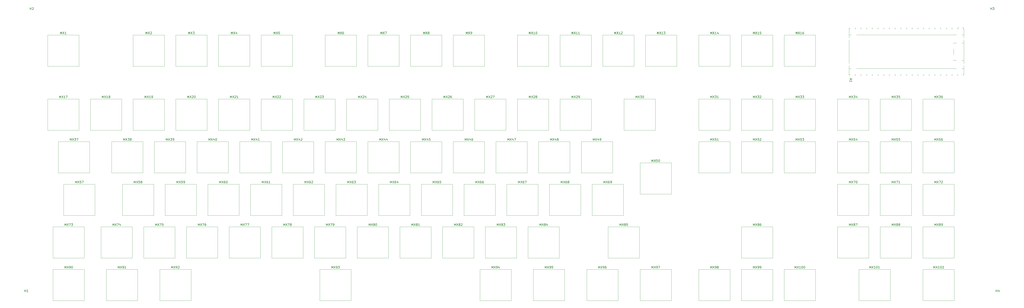
<source format=gbr>
%TF.GenerationSoftware,KiCad,Pcbnew,9.0.6*%
%TF.CreationDate,2026-01-11T11:58:47+00:00*%
%TF.ProjectId,keebv3,6b656562-7633-42e6-9b69-6361645f7063,rev?*%
%TF.SameCoordinates,Original*%
%TF.FileFunction,Legend,Top*%
%TF.FilePolarity,Positive*%
%FSLAX46Y46*%
G04 Gerber Fmt 4.6, Leading zero omitted, Abs format (unit mm)*
G04 Created by KiCad (PCBNEW 9.0.6) date 2026-01-11 11:58:47*
%MOMM*%
%LPD*%
G01*
G04 APERTURE LIST*
%ADD10C,0.150000*%
%ADD11C,0.120000*%
G04 APERTURE END LIST*
D10*
X262398095Y-64335819D02*
X262398095Y-63335819D01*
X262398095Y-63335819D02*
X262731428Y-64050104D01*
X262731428Y-64050104D02*
X263064761Y-63335819D01*
X263064761Y-63335819D02*
X263064761Y-64335819D01*
X263445714Y-63335819D02*
X264112380Y-64335819D01*
X264112380Y-63335819D02*
X263445714Y-64335819D01*
X264445714Y-63431057D02*
X264493333Y-63383438D01*
X264493333Y-63383438D02*
X264588571Y-63335819D01*
X264588571Y-63335819D02*
X264826666Y-63335819D01*
X264826666Y-63335819D02*
X264921904Y-63383438D01*
X264921904Y-63383438D02*
X264969523Y-63431057D01*
X264969523Y-63431057D02*
X265017142Y-63526295D01*
X265017142Y-63526295D02*
X265017142Y-63621533D01*
X265017142Y-63621533D02*
X264969523Y-63764390D01*
X264969523Y-63764390D02*
X264398095Y-64335819D01*
X264398095Y-64335819D02*
X265017142Y-64335819D01*
X265493333Y-64335819D02*
X265683809Y-64335819D01*
X265683809Y-64335819D02*
X265779047Y-64288200D01*
X265779047Y-64288200D02*
X265826666Y-64240580D01*
X265826666Y-64240580D02*
X265921904Y-64097723D01*
X265921904Y-64097723D02*
X265969523Y-63907247D01*
X265969523Y-63907247D02*
X265969523Y-63526295D01*
X265969523Y-63526295D02*
X265921904Y-63431057D01*
X265921904Y-63431057D02*
X265874285Y-63383438D01*
X265874285Y-63383438D02*
X265779047Y-63335819D01*
X265779047Y-63335819D02*
X265588571Y-63335819D01*
X265588571Y-63335819D02*
X265493333Y-63383438D01*
X265493333Y-63383438D02*
X265445714Y-63431057D01*
X265445714Y-63431057D02*
X265398095Y-63526295D01*
X265398095Y-63526295D02*
X265398095Y-63764390D01*
X265398095Y-63764390D02*
X265445714Y-63859628D01*
X265445714Y-63859628D02*
X265493333Y-63907247D01*
X265493333Y-63907247D02*
X265588571Y-63954866D01*
X265588571Y-63954866D02*
X265779047Y-63954866D01*
X265779047Y-63954866D02*
X265874285Y-63907247D01*
X265874285Y-63907247D02*
X265921904Y-63859628D01*
X265921904Y-63859628D02*
X265969523Y-63764390D01*
X243348095Y-35760819D02*
X243348095Y-34760819D01*
X243348095Y-34760819D02*
X243681428Y-35475104D01*
X243681428Y-35475104D02*
X244014761Y-34760819D01*
X244014761Y-34760819D02*
X244014761Y-35760819D01*
X244395714Y-34760819D02*
X245062380Y-35760819D01*
X245062380Y-34760819D02*
X244395714Y-35760819D01*
X245967142Y-35760819D02*
X245395714Y-35760819D01*
X245681428Y-35760819D02*
X245681428Y-34760819D01*
X245681428Y-34760819D02*
X245586190Y-34903676D01*
X245586190Y-34903676D02*
X245490952Y-34998914D01*
X245490952Y-34998914D02*
X245395714Y-35046533D01*
X246586190Y-34760819D02*
X246681428Y-34760819D01*
X246681428Y-34760819D02*
X246776666Y-34808438D01*
X246776666Y-34808438D02*
X246824285Y-34856057D01*
X246824285Y-34856057D02*
X246871904Y-34951295D01*
X246871904Y-34951295D02*
X246919523Y-35141771D01*
X246919523Y-35141771D02*
X246919523Y-35379866D01*
X246919523Y-35379866D02*
X246871904Y-35570342D01*
X246871904Y-35570342D02*
X246824285Y-35665580D01*
X246824285Y-35665580D02*
X246776666Y-35713200D01*
X246776666Y-35713200D02*
X246681428Y-35760819D01*
X246681428Y-35760819D02*
X246586190Y-35760819D01*
X246586190Y-35760819D02*
X246490952Y-35713200D01*
X246490952Y-35713200D02*
X246443333Y-35665580D01*
X246443333Y-35665580D02*
X246395714Y-35570342D01*
X246395714Y-35570342D02*
X246348095Y-35379866D01*
X246348095Y-35379866D02*
X246348095Y-35141771D01*
X246348095Y-35141771D02*
X246395714Y-34951295D01*
X246395714Y-34951295D02*
X246443333Y-34856057D01*
X246443333Y-34856057D02*
X246490952Y-34808438D01*
X246490952Y-34808438D02*
X246586190Y-34760819D01*
X81423095Y-83385819D02*
X81423095Y-82385819D01*
X81423095Y-82385819D02*
X81756428Y-83100104D01*
X81756428Y-83100104D02*
X82089761Y-82385819D01*
X82089761Y-82385819D02*
X82089761Y-83385819D01*
X82470714Y-82385819D02*
X83137380Y-83385819D01*
X83137380Y-82385819D02*
X82470714Y-83385819D01*
X83423095Y-82385819D02*
X84042142Y-82385819D01*
X84042142Y-82385819D02*
X83708809Y-82766771D01*
X83708809Y-82766771D02*
X83851666Y-82766771D01*
X83851666Y-82766771D02*
X83946904Y-82814390D01*
X83946904Y-82814390D02*
X83994523Y-82862009D01*
X83994523Y-82862009D02*
X84042142Y-82957247D01*
X84042142Y-82957247D02*
X84042142Y-83195342D01*
X84042142Y-83195342D02*
X83994523Y-83290580D01*
X83994523Y-83290580D02*
X83946904Y-83338200D01*
X83946904Y-83338200D02*
X83851666Y-83385819D01*
X83851666Y-83385819D02*
X83565952Y-83385819D01*
X83565952Y-83385819D02*
X83470714Y-83338200D01*
X83470714Y-83338200D02*
X83423095Y-83290580D01*
X84518333Y-83385819D02*
X84708809Y-83385819D01*
X84708809Y-83385819D02*
X84804047Y-83338200D01*
X84804047Y-83338200D02*
X84851666Y-83290580D01*
X84851666Y-83290580D02*
X84946904Y-83147723D01*
X84946904Y-83147723D02*
X84994523Y-82957247D01*
X84994523Y-82957247D02*
X84994523Y-82576295D01*
X84994523Y-82576295D02*
X84946904Y-82481057D01*
X84946904Y-82481057D02*
X84899285Y-82433438D01*
X84899285Y-82433438D02*
X84804047Y-82385819D01*
X84804047Y-82385819D02*
X84613571Y-82385819D01*
X84613571Y-82385819D02*
X84518333Y-82433438D01*
X84518333Y-82433438D02*
X84470714Y-82481057D01*
X84470714Y-82481057D02*
X84423095Y-82576295D01*
X84423095Y-82576295D02*
X84423095Y-82814390D01*
X84423095Y-82814390D02*
X84470714Y-82909628D01*
X84470714Y-82909628D02*
X84518333Y-82957247D01*
X84518333Y-82957247D02*
X84613571Y-83004866D01*
X84613571Y-83004866D02*
X84804047Y-83004866D01*
X84804047Y-83004866D02*
X84899285Y-82957247D01*
X84899285Y-82957247D02*
X84946904Y-82909628D01*
X84946904Y-82909628D02*
X84994523Y-82814390D01*
X324310595Y-64335819D02*
X324310595Y-63335819D01*
X324310595Y-63335819D02*
X324643928Y-64050104D01*
X324643928Y-64050104D02*
X324977261Y-63335819D01*
X324977261Y-63335819D02*
X324977261Y-64335819D01*
X325358214Y-63335819D02*
X326024880Y-64335819D01*
X326024880Y-63335819D02*
X325358214Y-64335819D01*
X326310595Y-63335819D02*
X326929642Y-63335819D01*
X326929642Y-63335819D02*
X326596309Y-63716771D01*
X326596309Y-63716771D02*
X326739166Y-63716771D01*
X326739166Y-63716771D02*
X326834404Y-63764390D01*
X326834404Y-63764390D02*
X326882023Y-63812009D01*
X326882023Y-63812009D02*
X326929642Y-63907247D01*
X326929642Y-63907247D02*
X326929642Y-64145342D01*
X326929642Y-64145342D02*
X326882023Y-64240580D01*
X326882023Y-64240580D02*
X326834404Y-64288200D01*
X326834404Y-64288200D02*
X326739166Y-64335819D01*
X326739166Y-64335819D02*
X326453452Y-64335819D01*
X326453452Y-64335819D02*
X326358214Y-64288200D01*
X326358214Y-64288200D02*
X326310595Y-64240580D01*
X327882023Y-64335819D02*
X327310595Y-64335819D01*
X327596309Y-64335819D02*
X327596309Y-63335819D01*
X327596309Y-63335819D02*
X327501071Y-63478676D01*
X327501071Y-63478676D02*
X327405833Y-63573914D01*
X327405833Y-63573914D02*
X327310595Y-63621533D01*
X424323095Y-102435819D02*
X424323095Y-101435819D01*
X424323095Y-101435819D02*
X424656428Y-102150104D01*
X424656428Y-102150104D02*
X424989761Y-101435819D01*
X424989761Y-101435819D02*
X424989761Y-102435819D01*
X425370714Y-101435819D02*
X426037380Y-102435819D01*
X426037380Y-101435819D02*
X425370714Y-102435819D01*
X426323095Y-101435819D02*
X426989761Y-101435819D01*
X426989761Y-101435819D02*
X426561190Y-102435819D01*
X427323095Y-101531057D02*
X427370714Y-101483438D01*
X427370714Y-101483438D02*
X427465952Y-101435819D01*
X427465952Y-101435819D02*
X427704047Y-101435819D01*
X427704047Y-101435819D02*
X427799285Y-101483438D01*
X427799285Y-101483438D02*
X427846904Y-101531057D01*
X427846904Y-101531057D02*
X427894523Y-101626295D01*
X427894523Y-101626295D02*
X427894523Y-101721533D01*
X427894523Y-101721533D02*
X427846904Y-101864390D01*
X427846904Y-101864390D02*
X427275476Y-102435819D01*
X427275476Y-102435819D02*
X427894523Y-102435819D01*
X20669345Y-24879819D02*
X20669345Y-23879819D01*
X20669345Y-24356009D02*
X21240773Y-24356009D01*
X21240773Y-24879819D02*
X21240773Y-23879819D01*
X21669345Y-23975057D02*
X21716964Y-23927438D01*
X21716964Y-23927438D02*
X21812202Y-23879819D01*
X21812202Y-23879819D02*
X22050297Y-23879819D01*
X22050297Y-23879819D02*
X22145535Y-23927438D01*
X22145535Y-23927438D02*
X22193154Y-23975057D01*
X22193154Y-23975057D02*
X22240773Y-24070295D01*
X22240773Y-24070295D02*
X22240773Y-24165533D01*
X22240773Y-24165533D02*
X22193154Y-24308390D01*
X22193154Y-24308390D02*
X21621726Y-24879819D01*
X21621726Y-24879819D02*
X22240773Y-24879819D01*
X343360595Y-35760819D02*
X343360595Y-34760819D01*
X343360595Y-34760819D02*
X343693928Y-35475104D01*
X343693928Y-35475104D02*
X344027261Y-34760819D01*
X344027261Y-34760819D02*
X344027261Y-35760819D01*
X344408214Y-34760819D02*
X345074880Y-35760819D01*
X345074880Y-34760819D02*
X344408214Y-35760819D01*
X345979642Y-35760819D02*
X345408214Y-35760819D01*
X345693928Y-35760819D02*
X345693928Y-34760819D01*
X345693928Y-34760819D02*
X345598690Y-34903676D01*
X345598690Y-34903676D02*
X345503452Y-34998914D01*
X345503452Y-34998914D02*
X345408214Y-35046533D01*
X346884404Y-34760819D02*
X346408214Y-34760819D01*
X346408214Y-34760819D02*
X346360595Y-35237009D01*
X346360595Y-35237009D02*
X346408214Y-35189390D01*
X346408214Y-35189390D02*
X346503452Y-35141771D01*
X346503452Y-35141771D02*
X346741547Y-35141771D01*
X346741547Y-35141771D02*
X346836785Y-35189390D01*
X346836785Y-35189390D02*
X346884404Y-35237009D01*
X346884404Y-35237009D02*
X346932023Y-35332247D01*
X346932023Y-35332247D02*
X346932023Y-35570342D01*
X346932023Y-35570342D02*
X346884404Y-35665580D01*
X346884404Y-35665580D02*
X346836785Y-35713200D01*
X346836785Y-35713200D02*
X346741547Y-35760819D01*
X346741547Y-35760819D02*
X346503452Y-35760819D01*
X346503452Y-35760819D02*
X346408214Y-35713200D01*
X346408214Y-35713200D02*
X346360595Y-35665580D01*
X252873095Y-83385819D02*
X252873095Y-82385819D01*
X252873095Y-82385819D02*
X253206428Y-83100104D01*
X253206428Y-83100104D02*
X253539761Y-82385819D01*
X253539761Y-82385819D02*
X253539761Y-83385819D01*
X253920714Y-82385819D02*
X254587380Y-83385819D01*
X254587380Y-82385819D02*
X253920714Y-83385819D01*
X255396904Y-82719152D02*
X255396904Y-83385819D01*
X255158809Y-82338200D02*
X254920714Y-83052485D01*
X254920714Y-83052485D02*
X255539761Y-83052485D01*
X256063571Y-82814390D02*
X255968333Y-82766771D01*
X255968333Y-82766771D02*
X255920714Y-82719152D01*
X255920714Y-82719152D02*
X255873095Y-82623914D01*
X255873095Y-82623914D02*
X255873095Y-82576295D01*
X255873095Y-82576295D02*
X255920714Y-82481057D01*
X255920714Y-82481057D02*
X255968333Y-82433438D01*
X255968333Y-82433438D02*
X256063571Y-82385819D01*
X256063571Y-82385819D02*
X256254047Y-82385819D01*
X256254047Y-82385819D02*
X256349285Y-82433438D01*
X256349285Y-82433438D02*
X256396904Y-82481057D01*
X256396904Y-82481057D02*
X256444523Y-82576295D01*
X256444523Y-82576295D02*
X256444523Y-82623914D01*
X256444523Y-82623914D02*
X256396904Y-82719152D01*
X256396904Y-82719152D02*
X256349285Y-82766771D01*
X256349285Y-82766771D02*
X256254047Y-82814390D01*
X256254047Y-82814390D02*
X256063571Y-82814390D01*
X256063571Y-82814390D02*
X255968333Y-82862009D01*
X255968333Y-82862009D02*
X255920714Y-82909628D01*
X255920714Y-82909628D02*
X255873095Y-83004866D01*
X255873095Y-83004866D02*
X255873095Y-83195342D01*
X255873095Y-83195342D02*
X255920714Y-83290580D01*
X255920714Y-83290580D02*
X255968333Y-83338200D01*
X255968333Y-83338200D02*
X256063571Y-83385819D01*
X256063571Y-83385819D02*
X256254047Y-83385819D01*
X256254047Y-83385819D02*
X256349285Y-83338200D01*
X256349285Y-83338200D02*
X256396904Y-83290580D01*
X256396904Y-83290580D02*
X256444523Y-83195342D01*
X256444523Y-83195342D02*
X256444523Y-83004866D01*
X256444523Y-83004866D02*
X256396904Y-82909628D01*
X256396904Y-82909628D02*
X256349285Y-82862009D01*
X256349285Y-82862009D02*
X256254047Y-82814390D01*
X100473095Y-83385819D02*
X100473095Y-82385819D01*
X100473095Y-82385819D02*
X100806428Y-83100104D01*
X100806428Y-83100104D02*
X101139761Y-82385819D01*
X101139761Y-82385819D02*
X101139761Y-83385819D01*
X101520714Y-82385819D02*
X102187380Y-83385819D01*
X102187380Y-82385819D02*
X101520714Y-83385819D01*
X102996904Y-82719152D02*
X102996904Y-83385819D01*
X102758809Y-82338200D02*
X102520714Y-83052485D01*
X102520714Y-83052485D02*
X103139761Y-83052485D01*
X103711190Y-82385819D02*
X103806428Y-82385819D01*
X103806428Y-82385819D02*
X103901666Y-82433438D01*
X103901666Y-82433438D02*
X103949285Y-82481057D01*
X103949285Y-82481057D02*
X103996904Y-82576295D01*
X103996904Y-82576295D02*
X104044523Y-82766771D01*
X104044523Y-82766771D02*
X104044523Y-83004866D01*
X104044523Y-83004866D02*
X103996904Y-83195342D01*
X103996904Y-83195342D02*
X103949285Y-83290580D01*
X103949285Y-83290580D02*
X103901666Y-83338200D01*
X103901666Y-83338200D02*
X103806428Y-83385819D01*
X103806428Y-83385819D02*
X103711190Y-83385819D01*
X103711190Y-83385819D02*
X103615952Y-83338200D01*
X103615952Y-83338200D02*
X103568333Y-83290580D01*
X103568333Y-83290580D02*
X103520714Y-83195342D01*
X103520714Y-83195342D02*
X103473095Y-83004866D01*
X103473095Y-83004866D02*
X103473095Y-82766771D01*
X103473095Y-82766771D02*
X103520714Y-82576295D01*
X103520714Y-82576295D02*
X103568333Y-82481057D01*
X103568333Y-82481057D02*
X103615952Y-82433438D01*
X103615952Y-82433438D02*
X103711190Y-82385819D01*
X138573095Y-83385819D02*
X138573095Y-82385819D01*
X138573095Y-82385819D02*
X138906428Y-83100104D01*
X138906428Y-83100104D02*
X139239761Y-82385819D01*
X139239761Y-82385819D02*
X139239761Y-83385819D01*
X139620714Y-82385819D02*
X140287380Y-83385819D01*
X140287380Y-82385819D02*
X139620714Y-83385819D01*
X141096904Y-82719152D02*
X141096904Y-83385819D01*
X140858809Y-82338200D02*
X140620714Y-83052485D01*
X140620714Y-83052485D02*
X141239761Y-83052485D01*
X141573095Y-82481057D02*
X141620714Y-82433438D01*
X141620714Y-82433438D02*
X141715952Y-82385819D01*
X141715952Y-82385819D02*
X141954047Y-82385819D01*
X141954047Y-82385819D02*
X142049285Y-82433438D01*
X142049285Y-82433438D02*
X142096904Y-82481057D01*
X142096904Y-82481057D02*
X142144523Y-82576295D01*
X142144523Y-82576295D02*
X142144523Y-82671533D01*
X142144523Y-82671533D02*
X142096904Y-82814390D01*
X142096904Y-82814390D02*
X141525476Y-83385819D01*
X141525476Y-83385819D02*
X142144523Y-83385819D01*
X167148095Y-64335819D02*
X167148095Y-63335819D01*
X167148095Y-63335819D02*
X167481428Y-64050104D01*
X167481428Y-64050104D02*
X167814761Y-63335819D01*
X167814761Y-63335819D02*
X167814761Y-64335819D01*
X168195714Y-63335819D02*
X168862380Y-64335819D01*
X168862380Y-63335819D02*
X168195714Y-64335819D01*
X169195714Y-63431057D02*
X169243333Y-63383438D01*
X169243333Y-63383438D02*
X169338571Y-63335819D01*
X169338571Y-63335819D02*
X169576666Y-63335819D01*
X169576666Y-63335819D02*
X169671904Y-63383438D01*
X169671904Y-63383438D02*
X169719523Y-63431057D01*
X169719523Y-63431057D02*
X169767142Y-63526295D01*
X169767142Y-63526295D02*
X169767142Y-63621533D01*
X169767142Y-63621533D02*
X169719523Y-63764390D01*
X169719523Y-63764390D02*
X169148095Y-64335819D01*
X169148095Y-64335819D02*
X169767142Y-64335819D01*
X170624285Y-63669152D02*
X170624285Y-64335819D01*
X170386190Y-63288200D02*
X170148095Y-64002485D01*
X170148095Y-64002485D02*
X170767142Y-64002485D01*
X18288095Y-151086069D02*
X18288095Y-150086069D01*
X18288095Y-150562259D02*
X18859523Y-150562259D01*
X18859523Y-151086069D02*
X18859523Y-150086069D01*
X19859523Y-151086069D02*
X19288095Y-151086069D01*
X19573809Y-151086069D02*
X19573809Y-150086069D01*
X19573809Y-150086069D02*
X19478571Y-150228926D01*
X19478571Y-150228926D02*
X19383333Y-150324164D01*
X19383333Y-150324164D02*
X19288095Y-150371783D01*
X110474286Y-35760819D02*
X110474286Y-34760819D01*
X110474286Y-34760819D02*
X110807619Y-35475104D01*
X110807619Y-35475104D02*
X111140952Y-34760819D01*
X111140952Y-34760819D02*
X111140952Y-35760819D01*
X111521905Y-34760819D02*
X112188571Y-35760819D01*
X112188571Y-34760819D02*
X111521905Y-35760819D01*
X112998095Y-35094152D02*
X112998095Y-35760819D01*
X112760000Y-34713200D02*
X112521905Y-35427485D01*
X112521905Y-35427485D02*
X113140952Y-35427485D01*
X250491845Y-140535819D02*
X250491845Y-139535819D01*
X250491845Y-139535819D02*
X250825178Y-140250104D01*
X250825178Y-140250104D02*
X251158511Y-139535819D01*
X251158511Y-139535819D02*
X251158511Y-140535819D01*
X251539464Y-139535819D02*
X252206130Y-140535819D01*
X252206130Y-139535819D02*
X251539464Y-140535819D01*
X252634702Y-140535819D02*
X252825178Y-140535819D01*
X252825178Y-140535819D02*
X252920416Y-140488200D01*
X252920416Y-140488200D02*
X252968035Y-140440580D01*
X252968035Y-140440580D02*
X253063273Y-140297723D01*
X253063273Y-140297723D02*
X253110892Y-140107247D01*
X253110892Y-140107247D02*
X253110892Y-139726295D01*
X253110892Y-139726295D02*
X253063273Y-139631057D01*
X253063273Y-139631057D02*
X253015654Y-139583438D01*
X253015654Y-139583438D02*
X252920416Y-139535819D01*
X252920416Y-139535819D02*
X252729940Y-139535819D01*
X252729940Y-139535819D02*
X252634702Y-139583438D01*
X252634702Y-139583438D02*
X252587083Y-139631057D01*
X252587083Y-139631057D02*
X252539464Y-139726295D01*
X252539464Y-139726295D02*
X252539464Y-139964390D01*
X252539464Y-139964390D02*
X252587083Y-140059628D01*
X252587083Y-140059628D02*
X252634702Y-140107247D01*
X252634702Y-140107247D02*
X252729940Y-140154866D01*
X252729940Y-140154866D02*
X252920416Y-140154866D01*
X252920416Y-140154866D02*
X253015654Y-140107247D01*
X253015654Y-140107247D02*
X253063273Y-140059628D01*
X253063273Y-140059628D02*
X253110892Y-139964390D01*
X254015654Y-139535819D02*
X253539464Y-139535819D01*
X253539464Y-139535819D02*
X253491845Y-140012009D01*
X253491845Y-140012009D02*
X253539464Y-139964390D01*
X253539464Y-139964390D02*
X253634702Y-139916771D01*
X253634702Y-139916771D02*
X253872797Y-139916771D01*
X253872797Y-139916771D02*
X253968035Y-139964390D01*
X253968035Y-139964390D02*
X254015654Y-140012009D01*
X254015654Y-140012009D02*
X254063273Y-140107247D01*
X254063273Y-140107247D02*
X254063273Y-140345342D01*
X254063273Y-140345342D02*
X254015654Y-140440580D01*
X254015654Y-140440580D02*
X253968035Y-140488200D01*
X253968035Y-140488200D02*
X253872797Y-140535819D01*
X253872797Y-140535819D02*
X253634702Y-140535819D01*
X253634702Y-140535819D02*
X253539464Y-140488200D01*
X253539464Y-140488200D02*
X253491845Y-140440580D01*
X405273095Y-64335819D02*
X405273095Y-63335819D01*
X405273095Y-63335819D02*
X405606428Y-64050104D01*
X405606428Y-64050104D02*
X405939761Y-63335819D01*
X405939761Y-63335819D02*
X405939761Y-64335819D01*
X406320714Y-63335819D02*
X406987380Y-64335819D01*
X406987380Y-63335819D02*
X406320714Y-64335819D01*
X407273095Y-63335819D02*
X407892142Y-63335819D01*
X407892142Y-63335819D02*
X407558809Y-63716771D01*
X407558809Y-63716771D02*
X407701666Y-63716771D01*
X407701666Y-63716771D02*
X407796904Y-63764390D01*
X407796904Y-63764390D02*
X407844523Y-63812009D01*
X407844523Y-63812009D02*
X407892142Y-63907247D01*
X407892142Y-63907247D02*
X407892142Y-64145342D01*
X407892142Y-64145342D02*
X407844523Y-64240580D01*
X407844523Y-64240580D02*
X407796904Y-64288200D01*
X407796904Y-64288200D02*
X407701666Y-64335819D01*
X407701666Y-64335819D02*
X407415952Y-64335819D01*
X407415952Y-64335819D02*
X407320714Y-64288200D01*
X407320714Y-64288200D02*
X407273095Y-64240580D01*
X408796904Y-63335819D02*
X408320714Y-63335819D01*
X408320714Y-63335819D02*
X408273095Y-63812009D01*
X408273095Y-63812009D02*
X408320714Y-63764390D01*
X408320714Y-63764390D02*
X408415952Y-63716771D01*
X408415952Y-63716771D02*
X408654047Y-63716771D01*
X408654047Y-63716771D02*
X408749285Y-63764390D01*
X408749285Y-63764390D02*
X408796904Y-63812009D01*
X408796904Y-63812009D02*
X408844523Y-63907247D01*
X408844523Y-63907247D02*
X408844523Y-64145342D01*
X408844523Y-64145342D02*
X408796904Y-64240580D01*
X408796904Y-64240580D02*
X408749285Y-64288200D01*
X408749285Y-64288200D02*
X408654047Y-64335819D01*
X408654047Y-64335819D02*
X408415952Y-64335819D01*
X408415952Y-64335819D02*
X408320714Y-64288200D01*
X408320714Y-64288200D02*
X408273095Y-64240580D01*
X386785895Y-55666660D02*
X386785895Y-56142850D01*
X386500180Y-55571422D02*
X387500180Y-55904755D01*
X387500180Y-55904755D02*
X386500180Y-56238088D01*
X386500180Y-57095231D02*
X386500180Y-56523803D01*
X386500180Y-56809517D02*
X387500180Y-56809517D01*
X387500180Y-56809517D02*
X387357323Y-56714279D01*
X387357323Y-56714279D02*
X387262085Y-56619041D01*
X387262085Y-56619041D02*
X387214466Y-56523803D01*
X424323095Y-121485819D02*
X424323095Y-120485819D01*
X424323095Y-120485819D02*
X424656428Y-121200104D01*
X424656428Y-121200104D02*
X424989761Y-120485819D01*
X424989761Y-120485819D02*
X424989761Y-121485819D01*
X425370714Y-120485819D02*
X426037380Y-121485819D01*
X426037380Y-120485819D02*
X425370714Y-121485819D01*
X426561190Y-120914390D02*
X426465952Y-120866771D01*
X426465952Y-120866771D02*
X426418333Y-120819152D01*
X426418333Y-120819152D02*
X426370714Y-120723914D01*
X426370714Y-120723914D02*
X426370714Y-120676295D01*
X426370714Y-120676295D02*
X426418333Y-120581057D01*
X426418333Y-120581057D02*
X426465952Y-120533438D01*
X426465952Y-120533438D02*
X426561190Y-120485819D01*
X426561190Y-120485819D02*
X426751666Y-120485819D01*
X426751666Y-120485819D02*
X426846904Y-120533438D01*
X426846904Y-120533438D02*
X426894523Y-120581057D01*
X426894523Y-120581057D02*
X426942142Y-120676295D01*
X426942142Y-120676295D02*
X426942142Y-120723914D01*
X426942142Y-120723914D02*
X426894523Y-120819152D01*
X426894523Y-120819152D02*
X426846904Y-120866771D01*
X426846904Y-120866771D02*
X426751666Y-120914390D01*
X426751666Y-120914390D02*
X426561190Y-120914390D01*
X426561190Y-120914390D02*
X426465952Y-120962009D01*
X426465952Y-120962009D02*
X426418333Y-121009628D01*
X426418333Y-121009628D02*
X426370714Y-121104866D01*
X426370714Y-121104866D02*
X426370714Y-121295342D01*
X426370714Y-121295342D02*
X426418333Y-121390580D01*
X426418333Y-121390580D02*
X426465952Y-121438200D01*
X426465952Y-121438200D02*
X426561190Y-121485819D01*
X426561190Y-121485819D02*
X426751666Y-121485819D01*
X426751666Y-121485819D02*
X426846904Y-121438200D01*
X426846904Y-121438200D02*
X426894523Y-121390580D01*
X426894523Y-121390580D02*
X426942142Y-121295342D01*
X426942142Y-121295342D02*
X426942142Y-121104866D01*
X426942142Y-121104866D02*
X426894523Y-121009628D01*
X426894523Y-121009628D02*
X426846904Y-120962009D01*
X426846904Y-120962009D02*
X426751666Y-120914390D01*
X427418333Y-121485819D02*
X427608809Y-121485819D01*
X427608809Y-121485819D02*
X427704047Y-121438200D01*
X427704047Y-121438200D02*
X427751666Y-121390580D01*
X427751666Y-121390580D02*
X427846904Y-121247723D01*
X427846904Y-121247723D02*
X427894523Y-121057247D01*
X427894523Y-121057247D02*
X427894523Y-120676295D01*
X427894523Y-120676295D02*
X427846904Y-120581057D01*
X427846904Y-120581057D02*
X427799285Y-120533438D01*
X427799285Y-120533438D02*
X427704047Y-120485819D01*
X427704047Y-120485819D02*
X427513571Y-120485819D01*
X427513571Y-120485819D02*
X427418333Y-120533438D01*
X427418333Y-120533438D02*
X427370714Y-120581057D01*
X427370714Y-120581057D02*
X427323095Y-120676295D01*
X427323095Y-120676295D02*
X427323095Y-120914390D01*
X427323095Y-120914390D02*
X427370714Y-121009628D01*
X427370714Y-121009628D02*
X427418333Y-121057247D01*
X427418333Y-121057247D02*
X427513571Y-121104866D01*
X427513571Y-121104866D02*
X427704047Y-121104866D01*
X427704047Y-121104866D02*
X427799285Y-121057247D01*
X427799285Y-121057247D02*
X427846904Y-121009628D01*
X427846904Y-121009628D02*
X427894523Y-120914390D01*
X76660595Y-121485819D02*
X76660595Y-120485819D01*
X76660595Y-120485819D02*
X76993928Y-121200104D01*
X76993928Y-121200104D02*
X77327261Y-120485819D01*
X77327261Y-120485819D02*
X77327261Y-121485819D01*
X77708214Y-120485819D02*
X78374880Y-121485819D01*
X78374880Y-120485819D02*
X77708214Y-121485819D01*
X78660595Y-120485819D02*
X79327261Y-120485819D01*
X79327261Y-120485819D02*
X78898690Y-121485819D01*
X80184404Y-120485819D02*
X79708214Y-120485819D01*
X79708214Y-120485819D02*
X79660595Y-120962009D01*
X79660595Y-120962009D02*
X79708214Y-120914390D01*
X79708214Y-120914390D02*
X79803452Y-120866771D01*
X79803452Y-120866771D02*
X80041547Y-120866771D01*
X80041547Y-120866771D02*
X80136785Y-120914390D01*
X80136785Y-120914390D02*
X80184404Y-120962009D01*
X80184404Y-120962009D02*
X80232023Y-121057247D01*
X80232023Y-121057247D02*
X80232023Y-121295342D01*
X80232023Y-121295342D02*
X80184404Y-121390580D01*
X80184404Y-121390580D02*
X80136785Y-121438200D01*
X80136785Y-121438200D02*
X80041547Y-121485819D01*
X80041547Y-121485819D02*
X79803452Y-121485819D01*
X79803452Y-121485819D02*
X79708214Y-121438200D01*
X79708214Y-121438200D02*
X79660595Y-121390580D01*
X162385595Y-102435819D02*
X162385595Y-101435819D01*
X162385595Y-101435819D02*
X162718928Y-102150104D01*
X162718928Y-102150104D02*
X163052261Y-101435819D01*
X163052261Y-101435819D02*
X163052261Y-102435819D01*
X163433214Y-101435819D02*
X164099880Y-102435819D01*
X164099880Y-101435819D02*
X163433214Y-102435819D01*
X164909404Y-101435819D02*
X164718928Y-101435819D01*
X164718928Y-101435819D02*
X164623690Y-101483438D01*
X164623690Y-101483438D02*
X164576071Y-101531057D01*
X164576071Y-101531057D02*
X164480833Y-101673914D01*
X164480833Y-101673914D02*
X164433214Y-101864390D01*
X164433214Y-101864390D02*
X164433214Y-102245342D01*
X164433214Y-102245342D02*
X164480833Y-102340580D01*
X164480833Y-102340580D02*
X164528452Y-102388200D01*
X164528452Y-102388200D02*
X164623690Y-102435819D01*
X164623690Y-102435819D02*
X164814166Y-102435819D01*
X164814166Y-102435819D02*
X164909404Y-102388200D01*
X164909404Y-102388200D02*
X164957023Y-102340580D01*
X164957023Y-102340580D02*
X165004642Y-102245342D01*
X165004642Y-102245342D02*
X165004642Y-102007247D01*
X165004642Y-102007247D02*
X164957023Y-101912009D01*
X164957023Y-101912009D02*
X164909404Y-101864390D01*
X164909404Y-101864390D02*
X164814166Y-101816771D01*
X164814166Y-101816771D02*
X164623690Y-101816771D01*
X164623690Y-101816771D02*
X164528452Y-101864390D01*
X164528452Y-101864390D02*
X164480833Y-101912009D01*
X164480833Y-101912009D02*
X164433214Y-102007247D01*
X165337976Y-101435819D02*
X165957023Y-101435819D01*
X165957023Y-101435819D02*
X165623690Y-101816771D01*
X165623690Y-101816771D02*
X165766547Y-101816771D01*
X165766547Y-101816771D02*
X165861785Y-101864390D01*
X165861785Y-101864390D02*
X165909404Y-101912009D01*
X165909404Y-101912009D02*
X165957023Y-102007247D01*
X165957023Y-102007247D02*
X165957023Y-102245342D01*
X165957023Y-102245342D02*
X165909404Y-102340580D01*
X165909404Y-102340580D02*
X165861785Y-102388200D01*
X165861785Y-102388200D02*
X165766547Y-102435819D01*
X165766547Y-102435819D02*
X165480833Y-102435819D01*
X165480833Y-102435819D02*
X165385595Y-102388200D01*
X165385595Y-102388200D02*
X165337976Y-102340580D01*
X214773095Y-83385819D02*
X214773095Y-82385819D01*
X214773095Y-82385819D02*
X215106428Y-83100104D01*
X215106428Y-83100104D02*
X215439761Y-82385819D01*
X215439761Y-82385819D02*
X215439761Y-83385819D01*
X215820714Y-82385819D02*
X216487380Y-83385819D01*
X216487380Y-82385819D02*
X215820714Y-83385819D01*
X217296904Y-82719152D02*
X217296904Y-83385819D01*
X217058809Y-82338200D02*
X216820714Y-83052485D01*
X216820714Y-83052485D02*
X217439761Y-83052485D01*
X218249285Y-82385819D02*
X218058809Y-82385819D01*
X218058809Y-82385819D02*
X217963571Y-82433438D01*
X217963571Y-82433438D02*
X217915952Y-82481057D01*
X217915952Y-82481057D02*
X217820714Y-82623914D01*
X217820714Y-82623914D02*
X217773095Y-82814390D01*
X217773095Y-82814390D02*
X217773095Y-83195342D01*
X217773095Y-83195342D02*
X217820714Y-83290580D01*
X217820714Y-83290580D02*
X217868333Y-83338200D01*
X217868333Y-83338200D02*
X217963571Y-83385819D01*
X217963571Y-83385819D02*
X218154047Y-83385819D01*
X218154047Y-83385819D02*
X218249285Y-83338200D01*
X218249285Y-83338200D02*
X218296904Y-83290580D01*
X218296904Y-83290580D02*
X218344523Y-83195342D01*
X218344523Y-83195342D02*
X218344523Y-82957247D01*
X218344523Y-82957247D02*
X218296904Y-82862009D01*
X218296904Y-82862009D02*
X218249285Y-82814390D01*
X218249285Y-82814390D02*
X218154047Y-82766771D01*
X218154047Y-82766771D02*
X217963571Y-82766771D01*
X217963571Y-82766771D02*
X217868333Y-82814390D01*
X217868333Y-82814390D02*
X217820714Y-82862009D01*
X217820714Y-82862009D02*
X217773095Y-82957247D01*
X59991845Y-140535819D02*
X59991845Y-139535819D01*
X59991845Y-139535819D02*
X60325178Y-140250104D01*
X60325178Y-140250104D02*
X60658511Y-139535819D01*
X60658511Y-139535819D02*
X60658511Y-140535819D01*
X61039464Y-139535819D02*
X61706130Y-140535819D01*
X61706130Y-139535819D02*
X61039464Y-140535819D01*
X62134702Y-140535819D02*
X62325178Y-140535819D01*
X62325178Y-140535819D02*
X62420416Y-140488200D01*
X62420416Y-140488200D02*
X62468035Y-140440580D01*
X62468035Y-140440580D02*
X62563273Y-140297723D01*
X62563273Y-140297723D02*
X62610892Y-140107247D01*
X62610892Y-140107247D02*
X62610892Y-139726295D01*
X62610892Y-139726295D02*
X62563273Y-139631057D01*
X62563273Y-139631057D02*
X62515654Y-139583438D01*
X62515654Y-139583438D02*
X62420416Y-139535819D01*
X62420416Y-139535819D02*
X62229940Y-139535819D01*
X62229940Y-139535819D02*
X62134702Y-139583438D01*
X62134702Y-139583438D02*
X62087083Y-139631057D01*
X62087083Y-139631057D02*
X62039464Y-139726295D01*
X62039464Y-139726295D02*
X62039464Y-139964390D01*
X62039464Y-139964390D02*
X62087083Y-140059628D01*
X62087083Y-140059628D02*
X62134702Y-140107247D01*
X62134702Y-140107247D02*
X62229940Y-140154866D01*
X62229940Y-140154866D02*
X62420416Y-140154866D01*
X62420416Y-140154866D02*
X62515654Y-140107247D01*
X62515654Y-140107247D02*
X62563273Y-140059628D01*
X62563273Y-140059628D02*
X62610892Y-139964390D01*
X63563273Y-140535819D02*
X62991845Y-140535819D01*
X63277559Y-140535819D02*
X63277559Y-139535819D01*
X63277559Y-139535819D02*
X63182321Y-139678676D01*
X63182321Y-139678676D02*
X63087083Y-139773914D01*
X63087083Y-139773914D02*
X62991845Y-139821533D01*
X148098095Y-64335819D02*
X148098095Y-63335819D01*
X148098095Y-63335819D02*
X148431428Y-64050104D01*
X148431428Y-64050104D02*
X148764761Y-63335819D01*
X148764761Y-63335819D02*
X148764761Y-64335819D01*
X149145714Y-63335819D02*
X149812380Y-64335819D01*
X149812380Y-63335819D02*
X149145714Y-64335819D01*
X150145714Y-63431057D02*
X150193333Y-63383438D01*
X150193333Y-63383438D02*
X150288571Y-63335819D01*
X150288571Y-63335819D02*
X150526666Y-63335819D01*
X150526666Y-63335819D02*
X150621904Y-63383438D01*
X150621904Y-63383438D02*
X150669523Y-63431057D01*
X150669523Y-63431057D02*
X150717142Y-63526295D01*
X150717142Y-63526295D02*
X150717142Y-63621533D01*
X150717142Y-63621533D02*
X150669523Y-63764390D01*
X150669523Y-63764390D02*
X150098095Y-64335819D01*
X150098095Y-64335819D02*
X150717142Y-64335819D01*
X151050476Y-63335819D02*
X151669523Y-63335819D01*
X151669523Y-63335819D02*
X151336190Y-63716771D01*
X151336190Y-63716771D02*
X151479047Y-63716771D01*
X151479047Y-63716771D02*
X151574285Y-63764390D01*
X151574285Y-63764390D02*
X151621904Y-63812009D01*
X151621904Y-63812009D02*
X151669523Y-63907247D01*
X151669523Y-63907247D02*
X151669523Y-64145342D01*
X151669523Y-64145342D02*
X151621904Y-64240580D01*
X151621904Y-64240580D02*
X151574285Y-64288200D01*
X151574285Y-64288200D02*
X151479047Y-64335819D01*
X151479047Y-64335819D02*
X151193333Y-64335819D01*
X151193333Y-64335819D02*
X151098095Y-64288200D01*
X151098095Y-64288200D02*
X151050476Y-64240580D01*
X34274286Y-35760819D02*
X34274286Y-34760819D01*
X34274286Y-34760819D02*
X34607619Y-35475104D01*
X34607619Y-35475104D02*
X34940952Y-34760819D01*
X34940952Y-34760819D02*
X34940952Y-35760819D01*
X35321905Y-34760819D02*
X35988571Y-35760819D01*
X35988571Y-34760819D02*
X35321905Y-35760819D01*
X36893333Y-35760819D02*
X36321905Y-35760819D01*
X36607619Y-35760819D02*
X36607619Y-34760819D01*
X36607619Y-34760819D02*
X36512381Y-34903676D01*
X36512381Y-34903676D02*
X36417143Y-34998914D01*
X36417143Y-34998914D02*
X36321905Y-35046533D01*
X129524286Y-35760819D02*
X129524286Y-34760819D01*
X129524286Y-34760819D02*
X129857619Y-35475104D01*
X129857619Y-35475104D02*
X130190952Y-34760819D01*
X130190952Y-34760819D02*
X130190952Y-35760819D01*
X130571905Y-34760819D02*
X131238571Y-35760819D01*
X131238571Y-34760819D02*
X130571905Y-35760819D01*
X132095714Y-34760819D02*
X131619524Y-34760819D01*
X131619524Y-34760819D02*
X131571905Y-35237009D01*
X131571905Y-35237009D02*
X131619524Y-35189390D01*
X131619524Y-35189390D02*
X131714762Y-35141771D01*
X131714762Y-35141771D02*
X131952857Y-35141771D01*
X131952857Y-35141771D02*
X132048095Y-35189390D01*
X132048095Y-35189390D02*
X132095714Y-35237009D01*
X132095714Y-35237009D02*
X132143333Y-35332247D01*
X132143333Y-35332247D02*
X132143333Y-35570342D01*
X132143333Y-35570342D02*
X132095714Y-35665580D01*
X132095714Y-35665580D02*
X132048095Y-35713200D01*
X132048095Y-35713200D02*
X131952857Y-35760819D01*
X131952857Y-35760819D02*
X131714762Y-35760819D01*
X131714762Y-35760819D02*
X131619524Y-35713200D01*
X131619524Y-35713200D02*
X131571905Y-35665580D01*
X324310595Y-140535819D02*
X324310595Y-139535819D01*
X324310595Y-139535819D02*
X324643928Y-140250104D01*
X324643928Y-140250104D02*
X324977261Y-139535819D01*
X324977261Y-139535819D02*
X324977261Y-140535819D01*
X325358214Y-139535819D02*
X326024880Y-140535819D01*
X326024880Y-139535819D02*
X325358214Y-140535819D01*
X326453452Y-140535819D02*
X326643928Y-140535819D01*
X326643928Y-140535819D02*
X326739166Y-140488200D01*
X326739166Y-140488200D02*
X326786785Y-140440580D01*
X326786785Y-140440580D02*
X326882023Y-140297723D01*
X326882023Y-140297723D02*
X326929642Y-140107247D01*
X326929642Y-140107247D02*
X326929642Y-139726295D01*
X326929642Y-139726295D02*
X326882023Y-139631057D01*
X326882023Y-139631057D02*
X326834404Y-139583438D01*
X326834404Y-139583438D02*
X326739166Y-139535819D01*
X326739166Y-139535819D02*
X326548690Y-139535819D01*
X326548690Y-139535819D02*
X326453452Y-139583438D01*
X326453452Y-139583438D02*
X326405833Y-139631057D01*
X326405833Y-139631057D02*
X326358214Y-139726295D01*
X326358214Y-139726295D02*
X326358214Y-139964390D01*
X326358214Y-139964390D02*
X326405833Y-140059628D01*
X326405833Y-140059628D02*
X326453452Y-140107247D01*
X326453452Y-140107247D02*
X326548690Y-140154866D01*
X326548690Y-140154866D02*
X326739166Y-140154866D01*
X326739166Y-140154866D02*
X326834404Y-140107247D01*
X326834404Y-140107247D02*
X326882023Y-140059628D01*
X326882023Y-140059628D02*
X326929642Y-139964390D01*
X327501071Y-139964390D02*
X327405833Y-139916771D01*
X327405833Y-139916771D02*
X327358214Y-139869152D01*
X327358214Y-139869152D02*
X327310595Y-139773914D01*
X327310595Y-139773914D02*
X327310595Y-139726295D01*
X327310595Y-139726295D02*
X327358214Y-139631057D01*
X327358214Y-139631057D02*
X327405833Y-139583438D01*
X327405833Y-139583438D02*
X327501071Y-139535819D01*
X327501071Y-139535819D02*
X327691547Y-139535819D01*
X327691547Y-139535819D02*
X327786785Y-139583438D01*
X327786785Y-139583438D02*
X327834404Y-139631057D01*
X327834404Y-139631057D02*
X327882023Y-139726295D01*
X327882023Y-139726295D02*
X327882023Y-139773914D01*
X327882023Y-139773914D02*
X327834404Y-139869152D01*
X327834404Y-139869152D02*
X327786785Y-139916771D01*
X327786785Y-139916771D02*
X327691547Y-139964390D01*
X327691547Y-139964390D02*
X327501071Y-139964390D01*
X327501071Y-139964390D02*
X327405833Y-140012009D01*
X327405833Y-140012009D02*
X327358214Y-140059628D01*
X327358214Y-140059628D02*
X327310595Y-140154866D01*
X327310595Y-140154866D02*
X327310595Y-140345342D01*
X327310595Y-140345342D02*
X327358214Y-140440580D01*
X327358214Y-140440580D02*
X327405833Y-140488200D01*
X327405833Y-140488200D02*
X327501071Y-140535819D01*
X327501071Y-140535819D02*
X327691547Y-140535819D01*
X327691547Y-140535819D02*
X327786785Y-140488200D01*
X327786785Y-140488200D02*
X327834404Y-140440580D01*
X327834404Y-140440580D02*
X327882023Y-140345342D01*
X327882023Y-140345342D02*
X327882023Y-140154866D01*
X327882023Y-140154866D02*
X327834404Y-140059628D01*
X327834404Y-140059628D02*
X327786785Y-140012009D01*
X327786785Y-140012009D02*
X327691547Y-139964390D01*
X129048095Y-64335819D02*
X129048095Y-63335819D01*
X129048095Y-63335819D02*
X129381428Y-64050104D01*
X129381428Y-64050104D02*
X129714761Y-63335819D01*
X129714761Y-63335819D02*
X129714761Y-64335819D01*
X130095714Y-63335819D02*
X130762380Y-64335819D01*
X130762380Y-63335819D02*
X130095714Y-64335819D01*
X131095714Y-63431057D02*
X131143333Y-63383438D01*
X131143333Y-63383438D02*
X131238571Y-63335819D01*
X131238571Y-63335819D02*
X131476666Y-63335819D01*
X131476666Y-63335819D02*
X131571904Y-63383438D01*
X131571904Y-63383438D02*
X131619523Y-63431057D01*
X131619523Y-63431057D02*
X131667142Y-63526295D01*
X131667142Y-63526295D02*
X131667142Y-63621533D01*
X131667142Y-63621533D02*
X131619523Y-63764390D01*
X131619523Y-63764390D02*
X131048095Y-64335819D01*
X131048095Y-64335819D02*
X131667142Y-64335819D01*
X132048095Y-63431057D02*
X132095714Y-63383438D01*
X132095714Y-63383438D02*
X132190952Y-63335819D01*
X132190952Y-63335819D02*
X132429047Y-63335819D01*
X132429047Y-63335819D02*
X132524285Y-63383438D01*
X132524285Y-63383438D02*
X132571904Y-63431057D01*
X132571904Y-63431057D02*
X132619523Y-63526295D01*
X132619523Y-63526295D02*
X132619523Y-63621533D01*
X132619523Y-63621533D02*
X132571904Y-63764390D01*
X132571904Y-63764390D02*
X132000476Y-64335819D01*
X132000476Y-64335819D02*
X132619523Y-64335819D01*
X33798095Y-64335819D02*
X33798095Y-63335819D01*
X33798095Y-63335819D02*
X34131428Y-64050104D01*
X34131428Y-64050104D02*
X34464761Y-63335819D01*
X34464761Y-63335819D02*
X34464761Y-64335819D01*
X34845714Y-63335819D02*
X35512380Y-64335819D01*
X35512380Y-63335819D02*
X34845714Y-64335819D01*
X36417142Y-64335819D02*
X35845714Y-64335819D01*
X36131428Y-64335819D02*
X36131428Y-63335819D01*
X36131428Y-63335819D02*
X36036190Y-63478676D01*
X36036190Y-63478676D02*
X35940952Y-63573914D01*
X35940952Y-63573914D02*
X35845714Y-63621533D01*
X36750476Y-63335819D02*
X37417142Y-63335819D01*
X37417142Y-63335819D02*
X36988571Y-64335819D01*
X143335595Y-102435819D02*
X143335595Y-101435819D01*
X143335595Y-101435819D02*
X143668928Y-102150104D01*
X143668928Y-102150104D02*
X144002261Y-101435819D01*
X144002261Y-101435819D02*
X144002261Y-102435819D01*
X144383214Y-101435819D02*
X145049880Y-102435819D01*
X145049880Y-101435819D02*
X144383214Y-102435819D01*
X145859404Y-101435819D02*
X145668928Y-101435819D01*
X145668928Y-101435819D02*
X145573690Y-101483438D01*
X145573690Y-101483438D02*
X145526071Y-101531057D01*
X145526071Y-101531057D02*
X145430833Y-101673914D01*
X145430833Y-101673914D02*
X145383214Y-101864390D01*
X145383214Y-101864390D02*
X145383214Y-102245342D01*
X145383214Y-102245342D02*
X145430833Y-102340580D01*
X145430833Y-102340580D02*
X145478452Y-102388200D01*
X145478452Y-102388200D02*
X145573690Y-102435819D01*
X145573690Y-102435819D02*
X145764166Y-102435819D01*
X145764166Y-102435819D02*
X145859404Y-102388200D01*
X145859404Y-102388200D02*
X145907023Y-102340580D01*
X145907023Y-102340580D02*
X145954642Y-102245342D01*
X145954642Y-102245342D02*
X145954642Y-102007247D01*
X145954642Y-102007247D02*
X145907023Y-101912009D01*
X145907023Y-101912009D02*
X145859404Y-101864390D01*
X145859404Y-101864390D02*
X145764166Y-101816771D01*
X145764166Y-101816771D02*
X145573690Y-101816771D01*
X145573690Y-101816771D02*
X145478452Y-101864390D01*
X145478452Y-101864390D02*
X145430833Y-101912009D01*
X145430833Y-101912009D02*
X145383214Y-102007247D01*
X146335595Y-101531057D02*
X146383214Y-101483438D01*
X146383214Y-101483438D02*
X146478452Y-101435819D01*
X146478452Y-101435819D02*
X146716547Y-101435819D01*
X146716547Y-101435819D02*
X146811785Y-101483438D01*
X146811785Y-101483438D02*
X146859404Y-101531057D01*
X146859404Y-101531057D02*
X146907023Y-101626295D01*
X146907023Y-101626295D02*
X146907023Y-101721533D01*
X146907023Y-101721533D02*
X146859404Y-101864390D01*
X146859404Y-101864390D02*
X146287976Y-102435819D01*
X146287976Y-102435819D02*
X146907023Y-102435819D01*
X133810595Y-121485819D02*
X133810595Y-120485819D01*
X133810595Y-120485819D02*
X134143928Y-121200104D01*
X134143928Y-121200104D02*
X134477261Y-120485819D01*
X134477261Y-120485819D02*
X134477261Y-121485819D01*
X134858214Y-120485819D02*
X135524880Y-121485819D01*
X135524880Y-120485819D02*
X134858214Y-121485819D01*
X135810595Y-120485819D02*
X136477261Y-120485819D01*
X136477261Y-120485819D02*
X136048690Y-121485819D01*
X137001071Y-120914390D02*
X136905833Y-120866771D01*
X136905833Y-120866771D02*
X136858214Y-120819152D01*
X136858214Y-120819152D02*
X136810595Y-120723914D01*
X136810595Y-120723914D02*
X136810595Y-120676295D01*
X136810595Y-120676295D02*
X136858214Y-120581057D01*
X136858214Y-120581057D02*
X136905833Y-120533438D01*
X136905833Y-120533438D02*
X137001071Y-120485819D01*
X137001071Y-120485819D02*
X137191547Y-120485819D01*
X137191547Y-120485819D02*
X137286785Y-120533438D01*
X137286785Y-120533438D02*
X137334404Y-120581057D01*
X137334404Y-120581057D02*
X137382023Y-120676295D01*
X137382023Y-120676295D02*
X137382023Y-120723914D01*
X137382023Y-120723914D02*
X137334404Y-120819152D01*
X137334404Y-120819152D02*
X137286785Y-120866771D01*
X137286785Y-120866771D02*
X137191547Y-120914390D01*
X137191547Y-120914390D02*
X137001071Y-120914390D01*
X137001071Y-120914390D02*
X136905833Y-120962009D01*
X136905833Y-120962009D02*
X136858214Y-121009628D01*
X136858214Y-121009628D02*
X136810595Y-121104866D01*
X136810595Y-121104866D02*
X136810595Y-121295342D01*
X136810595Y-121295342D02*
X136858214Y-121390580D01*
X136858214Y-121390580D02*
X136905833Y-121438200D01*
X136905833Y-121438200D02*
X137001071Y-121485819D01*
X137001071Y-121485819D02*
X137191547Y-121485819D01*
X137191547Y-121485819D02*
X137286785Y-121438200D01*
X137286785Y-121438200D02*
X137334404Y-121390580D01*
X137334404Y-121390580D02*
X137382023Y-121295342D01*
X137382023Y-121295342D02*
X137382023Y-121104866D01*
X137382023Y-121104866D02*
X137334404Y-121009628D01*
X137334404Y-121009628D02*
X137286785Y-120962009D01*
X137286785Y-120962009D02*
X137191547Y-120914390D01*
X57610595Y-121485819D02*
X57610595Y-120485819D01*
X57610595Y-120485819D02*
X57943928Y-121200104D01*
X57943928Y-121200104D02*
X58277261Y-120485819D01*
X58277261Y-120485819D02*
X58277261Y-121485819D01*
X58658214Y-120485819D02*
X59324880Y-121485819D01*
X59324880Y-120485819D02*
X58658214Y-121485819D01*
X59610595Y-120485819D02*
X60277261Y-120485819D01*
X60277261Y-120485819D02*
X59848690Y-121485819D01*
X61086785Y-120819152D02*
X61086785Y-121485819D01*
X60848690Y-120438200D02*
X60610595Y-121152485D01*
X60610595Y-121152485D02*
X61229642Y-121152485D01*
X155241845Y-140535819D02*
X155241845Y-139535819D01*
X155241845Y-139535819D02*
X155575178Y-140250104D01*
X155575178Y-140250104D02*
X155908511Y-139535819D01*
X155908511Y-139535819D02*
X155908511Y-140535819D01*
X156289464Y-139535819D02*
X156956130Y-140535819D01*
X156956130Y-139535819D02*
X156289464Y-140535819D01*
X157384702Y-140535819D02*
X157575178Y-140535819D01*
X157575178Y-140535819D02*
X157670416Y-140488200D01*
X157670416Y-140488200D02*
X157718035Y-140440580D01*
X157718035Y-140440580D02*
X157813273Y-140297723D01*
X157813273Y-140297723D02*
X157860892Y-140107247D01*
X157860892Y-140107247D02*
X157860892Y-139726295D01*
X157860892Y-139726295D02*
X157813273Y-139631057D01*
X157813273Y-139631057D02*
X157765654Y-139583438D01*
X157765654Y-139583438D02*
X157670416Y-139535819D01*
X157670416Y-139535819D02*
X157479940Y-139535819D01*
X157479940Y-139535819D02*
X157384702Y-139583438D01*
X157384702Y-139583438D02*
X157337083Y-139631057D01*
X157337083Y-139631057D02*
X157289464Y-139726295D01*
X157289464Y-139726295D02*
X157289464Y-139964390D01*
X157289464Y-139964390D02*
X157337083Y-140059628D01*
X157337083Y-140059628D02*
X157384702Y-140107247D01*
X157384702Y-140107247D02*
X157479940Y-140154866D01*
X157479940Y-140154866D02*
X157670416Y-140154866D01*
X157670416Y-140154866D02*
X157765654Y-140107247D01*
X157765654Y-140107247D02*
X157813273Y-140059628D01*
X157813273Y-140059628D02*
X157860892Y-139964390D01*
X158194226Y-139535819D02*
X158813273Y-139535819D01*
X158813273Y-139535819D02*
X158479940Y-139916771D01*
X158479940Y-139916771D02*
X158622797Y-139916771D01*
X158622797Y-139916771D02*
X158718035Y-139964390D01*
X158718035Y-139964390D02*
X158765654Y-140012009D01*
X158765654Y-140012009D02*
X158813273Y-140107247D01*
X158813273Y-140107247D02*
X158813273Y-140345342D01*
X158813273Y-140345342D02*
X158765654Y-140440580D01*
X158765654Y-140440580D02*
X158718035Y-140488200D01*
X158718035Y-140488200D02*
X158622797Y-140535819D01*
X158622797Y-140535819D02*
X158337083Y-140535819D01*
X158337083Y-140535819D02*
X158241845Y-140488200D01*
X158241845Y-140488200D02*
X158194226Y-140440580D01*
X186198095Y-64335819D02*
X186198095Y-63335819D01*
X186198095Y-63335819D02*
X186531428Y-64050104D01*
X186531428Y-64050104D02*
X186864761Y-63335819D01*
X186864761Y-63335819D02*
X186864761Y-64335819D01*
X187245714Y-63335819D02*
X187912380Y-64335819D01*
X187912380Y-63335819D02*
X187245714Y-64335819D01*
X188245714Y-63431057D02*
X188293333Y-63383438D01*
X188293333Y-63383438D02*
X188388571Y-63335819D01*
X188388571Y-63335819D02*
X188626666Y-63335819D01*
X188626666Y-63335819D02*
X188721904Y-63383438D01*
X188721904Y-63383438D02*
X188769523Y-63431057D01*
X188769523Y-63431057D02*
X188817142Y-63526295D01*
X188817142Y-63526295D02*
X188817142Y-63621533D01*
X188817142Y-63621533D02*
X188769523Y-63764390D01*
X188769523Y-63764390D02*
X188198095Y-64335819D01*
X188198095Y-64335819D02*
X188817142Y-64335819D01*
X189721904Y-63335819D02*
X189245714Y-63335819D01*
X189245714Y-63335819D02*
X189198095Y-63812009D01*
X189198095Y-63812009D02*
X189245714Y-63764390D01*
X189245714Y-63764390D02*
X189340952Y-63716771D01*
X189340952Y-63716771D02*
X189579047Y-63716771D01*
X189579047Y-63716771D02*
X189674285Y-63764390D01*
X189674285Y-63764390D02*
X189721904Y-63812009D01*
X189721904Y-63812009D02*
X189769523Y-63907247D01*
X189769523Y-63907247D02*
X189769523Y-64145342D01*
X189769523Y-64145342D02*
X189721904Y-64240580D01*
X189721904Y-64240580D02*
X189674285Y-64288200D01*
X189674285Y-64288200D02*
X189579047Y-64335819D01*
X189579047Y-64335819D02*
X189340952Y-64335819D01*
X189340952Y-64335819D02*
X189245714Y-64288200D01*
X189245714Y-64288200D02*
X189198095Y-64240580D01*
X405273095Y-83385819D02*
X405273095Y-82385819D01*
X405273095Y-82385819D02*
X405606428Y-83100104D01*
X405606428Y-83100104D02*
X405939761Y-82385819D01*
X405939761Y-82385819D02*
X405939761Y-83385819D01*
X406320714Y-82385819D02*
X406987380Y-83385819D01*
X406987380Y-82385819D02*
X406320714Y-83385819D01*
X407844523Y-82385819D02*
X407368333Y-82385819D01*
X407368333Y-82385819D02*
X407320714Y-82862009D01*
X407320714Y-82862009D02*
X407368333Y-82814390D01*
X407368333Y-82814390D02*
X407463571Y-82766771D01*
X407463571Y-82766771D02*
X407701666Y-82766771D01*
X407701666Y-82766771D02*
X407796904Y-82814390D01*
X407796904Y-82814390D02*
X407844523Y-82862009D01*
X407844523Y-82862009D02*
X407892142Y-82957247D01*
X407892142Y-82957247D02*
X407892142Y-83195342D01*
X407892142Y-83195342D02*
X407844523Y-83290580D01*
X407844523Y-83290580D02*
X407796904Y-83338200D01*
X407796904Y-83338200D02*
X407701666Y-83385819D01*
X407701666Y-83385819D02*
X407463571Y-83385819D01*
X407463571Y-83385819D02*
X407368333Y-83338200D01*
X407368333Y-83338200D02*
X407320714Y-83290580D01*
X408796904Y-82385819D02*
X408320714Y-82385819D01*
X408320714Y-82385819D02*
X408273095Y-82862009D01*
X408273095Y-82862009D02*
X408320714Y-82814390D01*
X408320714Y-82814390D02*
X408415952Y-82766771D01*
X408415952Y-82766771D02*
X408654047Y-82766771D01*
X408654047Y-82766771D02*
X408749285Y-82814390D01*
X408749285Y-82814390D02*
X408796904Y-82862009D01*
X408796904Y-82862009D02*
X408844523Y-82957247D01*
X408844523Y-82957247D02*
X408844523Y-83195342D01*
X408844523Y-83195342D02*
X408796904Y-83290580D01*
X408796904Y-83290580D02*
X408749285Y-83338200D01*
X408749285Y-83338200D02*
X408654047Y-83385819D01*
X408654047Y-83385819D02*
X408415952Y-83385819D01*
X408415952Y-83385819D02*
X408320714Y-83338200D01*
X408320714Y-83338200D02*
X408273095Y-83290580D01*
X86185595Y-102435819D02*
X86185595Y-101435819D01*
X86185595Y-101435819D02*
X86518928Y-102150104D01*
X86518928Y-102150104D02*
X86852261Y-101435819D01*
X86852261Y-101435819D02*
X86852261Y-102435819D01*
X87233214Y-101435819D02*
X87899880Y-102435819D01*
X87899880Y-101435819D02*
X87233214Y-102435819D01*
X88757023Y-101435819D02*
X88280833Y-101435819D01*
X88280833Y-101435819D02*
X88233214Y-101912009D01*
X88233214Y-101912009D02*
X88280833Y-101864390D01*
X88280833Y-101864390D02*
X88376071Y-101816771D01*
X88376071Y-101816771D02*
X88614166Y-101816771D01*
X88614166Y-101816771D02*
X88709404Y-101864390D01*
X88709404Y-101864390D02*
X88757023Y-101912009D01*
X88757023Y-101912009D02*
X88804642Y-102007247D01*
X88804642Y-102007247D02*
X88804642Y-102245342D01*
X88804642Y-102245342D02*
X88757023Y-102340580D01*
X88757023Y-102340580D02*
X88709404Y-102388200D01*
X88709404Y-102388200D02*
X88614166Y-102435819D01*
X88614166Y-102435819D02*
X88376071Y-102435819D01*
X88376071Y-102435819D02*
X88280833Y-102388200D01*
X88280833Y-102388200D02*
X88233214Y-102340580D01*
X89280833Y-102435819D02*
X89471309Y-102435819D01*
X89471309Y-102435819D02*
X89566547Y-102388200D01*
X89566547Y-102388200D02*
X89614166Y-102340580D01*
X89614166Y-102340580D02*
X89709404Y-102197723D01*
X89709404Y-102197723D02*
X89757023Y-102007247D01*
X89757023Y-102007247D02*
X89757023Y-101626295D01*
X89757023Y-101626295D02*
X89709404Y-101531057D01*
X89709404Y-101531057D02*
X89661785Y-101483438D01*
X89661785Y-101483438D02*
X89566547Y-101435819D01*
X89566547Y-101435819D02*
X89376071Y-101435819D01*
X89376071Y-101435819D02*
X89280833Y-101483438D01*
X89280833Y-101483438D02*
X89233214Y-101531057D01*
X89233214Y-101531057D02*
X89185595Y-101626295D01*
X89185595Y-101626295D02*
X89185595Y-101864390D01*
X89185595Y-101864390D02*
X89233214Y-101959628D01*
X89233214Y-101959628D02*
X89280833Y-102007247D01*
X89280833Y-102007247D02*
X89376071Y-102054866D01*
X89376071Y-102054866D02*
X89566547Y-102054866D01*
X89566547Y-102054866D02*
X89661785Y-102007247D01*
X89661785Y-102007247D02*
X89709404Y-101959628D01*
X89709404Y-101959628D02*
X89757023Y-101864390D01*
X190960595Y-121485819D02*
X190960595Y-120485819D01*
X190960595Y-120485819D02*
X191293928Y-121200104D01*
X191293928Y-121200104D02*
X191627261Y-120485819D01*
X191627261Y-120485819D02*
X191627261Y-121485819D01*
X192008214Y-120485819D02*
X192674880Y-121485819D01*
X192674880Y-120485819D02*
X192008214Y-121485819D01*
X193198690Y-120914390D02*
X193103452Y-120866771D01*
X193103452Y-120866771D02*
X193055833Y-120819152D01*
X193055833Y-120819152D02*
X193008214Y-120723914D01*
X193008214Y-120723914D02*
X193008214Y-120676295D01*
X193008214Y-120676295D02*
X193055833Y-120581057D01*
X193055833Y-120581057D02*
X193103452Y-120533438D01*
X193103452Y-120533438D02*
X193198690Y-120485819D01*
X193198690Y-120485819D02*
X193389166Y-120485819D01*
X193389166Y-120485819D02*
X193484404Y-120533438D01*
X193484404Y-120533438D02*
X193532023Y-120581057D01*
X193532023Y-120581057D02*
X193579642Y-120676295D01*
X193579642Y-120676295D02*
X193579642Y-120723914D01*
X193579642Y-120723914D02*
X193532023Y-120819152D01*
X193532023Y-120819152D02*
X193484404Y-120866771D01*
X193484404Y-120866771D02*
X193389166Y-120914390D01*
X193389166Y-120914390D02*
X193198690Y-120914390D01*
X193198690Y-120914390D02*
X193103452Y-120962009D01*
X193103452Y-120962009D02*
X193055833Y-121009628D01*
X193055833Y-121009628D02*
X193008214Y-121104866D01*
X193008214Y-121104866D02*
X193008214Y-121295342D01*
X193008214Y-121295342D02*
X193055833Y-121390580D01*
X193055833Y-121390580D02*
X193103452Y-121438200D01*
X193103452Y-121438200D02*
X193198690Y-121485819D01*
X193198690Y-121485819D02*
X193389166Y-121485819D01*
X193389166Y-121485819D02*
X193484404Y-121438200D01*
X193484404Y-121438200D02*
X193532023Y-121390580D01*
X193532023Y-121390580D02*
X193579642Y-121295342D01*
X193579642Y-121295342D02*
X193579642Y-121104866D01*
X193579642Y-121104866D02*
X193532023Y-121009628D01*
X193532023Y-121009628D02*
X193484404Y-120962009D01*
X193484404Y-120962009D02*
X193389166Y-120914390D01*
X194532023Y-121485819D02*
X193960595Y-121485819D01*
X194246309Y-121485819D02*
X194246309Y-120485819D01*
X194246309Y-120485819D02*
X194151071Y-120628676D01*
X194151071Y-120628676D02*
X194055833Y-120723914D01*
X194055833Y-120723914D02*
X193960595Y-120771533D01*
X205248095Y-64335819D02*
X205248095Y-63335819D01*
X205248095Y-63335819D02*
X205581428Y-64050104D01*
X205581428Y-64050104D02*
X205914761Y-63335819D01*
X205914761Y-63335819D02*
X205914761Y-64335819D01*
X206295714Y-63335819D02*
X206962380Y-64335819D01*
X206962380Y-63335819D02*
X206295714Y-64335819D01*
X207295714Y-63431057D02*
X207343333Y-63383438D01*
X207343333Y-63383438D02*
X207438571Y-63335819D01*
X207438571Y-63335819D02*
X207676666Y-63335819D01*
X207676666Y-63335819D02*
X207771904Y-63383438D01*
X207771904Y-63383438D02*
X207819523Y-63431057D01*
X207819523Y-63431057D02*
X207867142Y-63526295D01*
X207867142Y-63526295D02*
X207867142Y-63621533D01*
X207867142Y-63621533D02*
X207819523Y-63764390D01*
X207819523Y-63764390D02*
X207248095Y-64335819D01*
X207248095Y-64335819D02*
X207867142Y-64335819D01*
X208724285Y-63335819D02*
X208533809Y-63335819D01*
X208533809Y-63335819D02*
X208438571Y-63383438D01*
X208438571Y-63383438D02*
X208390952Y-63431057D01*
X208390952Y-63431057D02*
X208295714Y-63573914D01*
X208295714Y-63573914D02*
X208248095Y-63764390D01*
X208248095Y-63764390D02*
X208248095Y-64145342D01*
X208248095Y-64145342D02*
X208295714Y-64240580D01*
X208295714Y-64240580D02*
X208343333Y-64288200D01*
X208343333Y-64288200D02*
X208438571Y-64335819D01*
X208438571Y-64335819D02*
X208629047Y-64335819D01*
X208629047Y-64335819D02*
X208724285Y-64288200D01*
X208724285Y-64288200D02*
X208771904Y-64240580D01*
X208771904Y-64240580D02*
X208819523Y-64145342D01*
X208819523Y-64145342D02*
X208819523Y-63907247D01*
X208819523Y-63907247D02*
X208771904Y-63812009D01*
X208771904Y-63812009D02*
X208724285Y-63764390D01*
X208724285Y-63764390D02*
X208629047Y-63716771D01*
X208629047Y-63716771D02*
X208438571Y-63716771D01*
X208438571Y-63716771D02*
X208343333Y-63764390D01*
X208343333Y-63764390D02*
X208295714Y-63812009D01*
X208295714Y-63812009D02*
X208248095Y-63907247D01*
X152860595Y-121485819D02*
X152860595Y-120485819D01*
X152860595Y-120485819D02*
X153193928Y-121200104D01*
X153193928Y-121200104D02*
X153527261Y-120485819D01*
X153527261Y-120485819D02*
X153527261Y-121485819D01*
X153908214Y-120485819D02*
X154574880Y-121485819D01*
X154574880Y-120485819D02*
X153908214Y-121485819D01*
X154860595Y-120485819D02*
X155527261Y-120485819D01*
X155527261Y-120485819D02*
X155098690Y-121485819D01*
X155955833Y-121485819D02*
X156146309Y-121485819D01*
X156146309Y-121485819D02*
X156241547Y-121438200D01*
X156241547Y-121438200D02*
X156289166Y-121390580D01*
X156289166Y-121390580D02*
X156384404Y-121247723D01*
X156384404Y-121247723D02*
X156432023Y-121057247D01*
X156432023Y-121057247D02*
X156432023Y-120676295D01*
X156432023Y-120676295D02*
X156384404Y-120581057D01*
X156384404Y-120581057D02*
X156336785Y-120533438D01*
X156336785Y-120533438D02*
X156241547Y-120485819D01*
X156241547Y-120485819D02*
X156051071Y-120485819D01*
X156051071Y-120485819D02*
X155955833Y-120533438D01*
X155955833Y-120533438D02*
X155908214Y-120581057D01*
X155908214Y-120581057D02*
X155860595Y-120676295D01*
X155860595Y-120676295D02*
X155860595Y-120914390D01*
X155860595Y-120914390D02*
X155908214Y-121009628D01*
X155908214Y-121009628D02*
X155955833Y-121057247D01*
X155955833Y-121057247D02*
X156051071Y-121104866D01*
X156051071Y-121104866D02*
X156241547Y-121104866D01*
X156241547Y-121104866D02*
X156336785Y-121057247D01*
X156336785Y-121057247D02*
X156384404Y-121009628D01*
X156384404Y-121009628D02*
X156432023Y-120914390D01*
X262398095Y-35760819D02*
X262398095Y-34760819D01*
X262398095Y-34760819D02*
X262731428Y-35475104D01*
X262731428Y-35475104D02*
X263064761Y-34760819D01*
X263064761Y-34760819D02*
X263064761Y-35760819D01*
X263445714Y-34760819D02*
X264112380Y-35760819D01*
X264112380Y-34760819D02*
X263445714Y-35760819D01*
X265017142Y-35760819D02*
X264445714Y-35760819D01*
X264731428Y-35760819D02*
X264731428Y-34760819D01*
X264731428Y-34760819D02*
X264636190Y-34903676D01*
X264636190Y-34903676D02*
X264540952Y-34998914D01*
X264540952Y-34998914D02*
X264445714Y-35046533D01*
X265969523Y-35760819D02*
X265398095Y-35760819D01*
X265683809Y-35760819D02*
X265683809Y-34760819D01*
X265683809Y-34760819D02*
X265588571Y-34903676D01*
X265588571Y-34903676D02*
X265493333Y-34998914D01*
X265493333Y-34998914D02*
X265398095Y-35046533D01*
X343360595Y-64335819D02*
X343360595Y-63335819D01*
X343360595Y-63335819D02*
X343693928Y-64050104D01*
X343693928Y-64050104D02*
X344027261Y-63335819D01*
X344027261Y-63335819D02*
X344027261Y-64335819D01*
X344408214Y-63335819D02*
X345074880Y-64335819D01*
X345074880Y-63335819D02*
X344408214Y-64335819D01*
X345360595Y-63335819D02*
X345979642Y-63335819D01*
X345979642Y-63335819D02*
X345646309Y-63716771D01*
X345646309Y-63716771D02*
X345789166Y-63716771D01*
X345789166Y-63716771D02*
X345884404Y-63764390D01*
X345884404Y-63764390D02*
X345932023Y-63812009D01*
X345932023Y-63812009D02*
X345979642Y-63907247D01*
X345979642Y-63907247D02*
X345979642Y-64145342D01*
X345979642Y-64145342D02*
X345932023Y-64240580D01*
X345932023Y-64240580D02*
X345884404Y-64288200D01*
X345884404Y-64288200D02*
X345789166Y-64335819D01*
X345789166Y-64335819D02*
X345503452Y-64335819D01*
X345503452Y-64335819D02*
X345408214Y-64288200D01*
X345408214Y-64288200D02*
X345360595Y-64240580D01*
X346360595Y-63431057D02*
X346408214Y-63383438D01*
X346408214Y-63383438D02*
X346503452Y-63335819D01*
X346503452Y-63335819D02*
X346741547Y-63335819D01*
X346741547Y-63335819D02*
X346836785Y-63383438D01*
X346836785Y-63383438D02*
X346884404Y-63431057D01*
X346884404Y-63431057D02*
X346932023Y-63526295D01*
X346932023Y-63526295D02*
X346932023Y-63621533D01*
X346932023Y-63621533D02*
X346884404Y-63764390D01*
X346884404Y-63764390D02*
X346312976Y-64335819D01*
X346312976Y-64335819D02*
X346932023Y-64335819D01*
X271923095Y-83385819D02*
X271923095Y-82385819D01*
X271923095Y-82385819D02*
X272256428Y-83100104D01*
X272256428Y-83100104D02*
X272589761Y-82385819D01*
X272589761Y-82385819D02*
X272589761Y-83385819D01*
X272970714Y-82385819D02*
X273637380Y-83385819D01*
X273637380Y-82385819D02*
X272970714Y-83385819D01*
X274446904Y-82719152D02*
X274446904Y-83385819D01*
X274208809Y-82338200D02*
X273970714Y-83052485D01*
X273970714Y-83052485D02*
X274589761Y-83052485D01*
X275018333Y-83385819D02*
X275208809Y-83385819D01*
X275208809Y-83385819D02*
X275304047Y-83338200D01*
X275304047Y-83338200D02*
X275351666Y-83290580D01*
X275351666Y-83290580D02*
X275446904Y-83147723D01*
X275446904Y-83147723D02*
X275494523Y-82957247D01*
X275494523Y-82957247D02*
X275494523Y-82576295D01*
X275494523Y-82576295D02*
X275446904Y-82481057D01*
X275446904Y-82481057D02*
X275399285Y-82433438D01*
X275399285Y-82433438D02*
X275304047Y-82385819D01*
X275304047Y-82385819D02*
X275113571Y-82385819D01*
X275113571Y-82385819D02*
X275018333Y-82433438D01*
X275018333Y-82433438D02*
X274970714Y-82481057D01*
X274970714Y-82481057D02*
X274923095Y-82576295D01*
X274923095Y-82576295D02*
X274923095Y-82814390D01*
X274923095Y-82814390D02*
X274970714Y-82909628D01*
X274970714Y-82909628D02*
X275018333Y-82957247D01*
X275018333Y-82957247D02*
X275113571Y-83004866D01*
X275113571Y-83004866D02*
X275304047Y-83004866D01*
X275304047Y-83004866D02*
X275399285Y-82957247D01*
X275399285Y-82957247D02*
X275446904Y-82909628D01*
X275446904Y-82909628D02*
X275494523Y-82814390D01*
X224298095Y-64335819D02*
X224298095Y-63335819D01*
X224298095Y-63335819D02*
X224631428Y-64050104D01*
X224631428Y-64050104D02*
X224964761Y-63335819D01*
X224964761Y-63335819D02*
X224964761Y-64335819D01*
X225345714Y-63335819D02*
X226012380Y-64335819D01*
X226012380Y-63335819D02*
X225345714Y-64335819D01*
X226345714Y-63431057D02*
X226393333Y-63383438D01*
X226393333Y-63383438D02*
X226488571Y-63335819D01*
X226488571Y-63335819D02*
X226726666Y-63335819D01*
X226726666Y-63335819D02*
X226821904Y-63383438D01*
X226821904Y-63383438D02*
X226869523Y-63431057D01*
X226869523Y-63431057D02*
X226917142Y-63526295D01*
X226917142Y-63526295D02*
X226917142Y-63621533D01*
X226917142Y-63621533D02*
X226869523Y-63764390D01*
X226869523Y-63764390D02*
X226298095Y-64335819D01*
X226298095Y-64335819D02*
X226917142Y-64335819D01*
X227250476Y-63335819D02*
X227917142Y-63335819D01*
X227917142Y-63335819D02*
X227488571Y-64335819D01*
X176673095Y-83385819D02*
X176673095Y-82385819D01*
X176673095Y-82385819D02*
X177006428Y-83100104D01*
X177006428Y-83100104D02*
X177339761Y-82385819D01*
X177339761Y-82385819D02*
X177339761Y-83385819D01*
X177720714Y-82385819D02*
X178387380Y-83385819D01*
X178387380Y-82385819D02*
X177720714Y-83385819D01*
X179196904Y-82719152D02*
X179196904Y-83385819D01*
X178958809Y-82338200D02*
X178720714Y-83052485D01*
X178720714Y-83052485D02*
X179339761Y-83052485D01*
X180149285Y-82719152D02*
X180149285Y-83385819D01*
X179911190Y-82338200D02*
X179673095Y-83052485D01*
X179673095Y-83052485D02*
X180292142Y-83052485D01*
X119523095Y-83385819D02*
X119523095Y-82385819D01*
X119523095Y-82385819D02*
X119856428Y-83100104D01*
X119856428Y-83100104D02*
X120189761Y-82385819D01*
X120189761Y-82385819D02*
X120189761Y-83385819D01*
X120570714Y-82385819D02*
X121237380Y-83385819D01*
X121237380Y-82385819D02*
X120570714Y-83385819D01*
X122046904Y-82719152D02*
X122046904Y-83385819D01*
X121808809Y-82338200D02*
X121570714Y-83052485D01*
X121570714Y-83052485D02*
X122189761Y-83052485D01*
X123094523Y-83385819D02*
X122523095Y-83385819D01*
X122808809Y-83385819D02*
X122808809Y-82385819D01*
X122808809Y-82385819D02*
X122713571Y-82528676D01*
X122713571Y-82528676D02*
X122618333Y-82623914D01*
X122618333Y-82623914D02*
X122523095Y-82671533D01*
X274304345Y-140535819D02*
X274304345Y-139535819D01*
X274304345Y-139535819D02*
X274637678Y-140250104D01*
X274637678Y-140250104D02*
X274971011Y-139535819D01*
X274971011Y-139535819D02*
X274971011Y-140535819D01*
X275351964Y-139535819D02*
X276018630Y-140535819D01*
X276018630Y-139535819D02*
X275351964Y-140535819D01*
X276447202Y-140535819D02*
X276637678Y-140535819D01*
X276637678Y-140535819D02*
X276732916Y-140488200D01*
X276732916Y-140488200D02*
X276780535Y-140440580D01*
X276780535Y-140440580D02*
X276875773Y-140297723D01*
X276875773Y-140297723D02*
X276923392Y-140107247D01*
X276923392Y-140107247D02*
X276923392Y-139726295D01*
X276923392Y-139726295D02*
X276875773Y-139631057D01*
X276875773Y-139631057D02*
X276828154Y-139583438D01*
X276828154Y-139583438D02*
X276732916Y-139535819D01*
X276732916Y-139535819D02*
X276542440Y-139535819D01*
X276542440Y-139535819D02*
X276447202Y-139583438D01*
X276447202Y-139583438D02*
X276399583Y-139631057D01*
X276399583Y-139631057D02*
X276351964Y-139726295D01*
X276351964Y-139726295D02*
X276351964Y-139964390D01*
X276351964Y-139964390D02*
X276399583Y-140059628D01*
X276399583Y-140059628D02*
X276447202Y-140107247D01*
X276447202Y-140107247D02*
X276542440Y-140154866D01*
X276542440Y-140154866D02*
X276732916Y-140154866D01*
X276732916Y-140154866D02*
X276828154Y-140107247D01*
X276828154Y-140107247D02*
X276875773Y-140059628D01*
X276875773Y-140059628D02*
X276923392Y-139964390D01*
X277780535Y-139535819D02*
X277590059Y-139535819D01*
X277590059Y-139535819D02*
X277494821Y-139583438D01*
X277494821Y-139583438D02*
X277447202Y-139631057D01*
X277447202Y-139631057D02*
X277351964Y-139773914D01*
X277351964Y-139773914D02*
X277304345Y-139964390D01*
X277304345Y-139964390D02*
X277304345Y-140345342D01*
X277304345Y-140345342D02*
X277351964Y-140440580D01*
X277351964Y-140440580D02*
X277399583Y-140488200D01*
X277399583Y-140488200D02*
X277494821Y-140535819D01*
X277494821Y-140535819D02*
X277685297Y-140535819D01*
X277685297Y-140535819D02*
X277780535Y-140488200D01*
X277780535Y-140488200D02*
X277828154Y-140440580D01*
X277828154Y-140440580D02*
X277875773Y-140345342D01*
X277875773Y-140345342D02*
X277875773Y-140107247D01*
X277875773Y-140107247D02*
X277828154Y-140012009D01*
X277828154Y-140012009D02*
X277780535Y-139964390D01*
X277780535Y-139964390D02*
X277685297Y-139916771D01*
X277685297Y-139916771D02*
X277494821Y-139916771D01*
X277494821Y-139916771D02*
X277399583Y-139964390D01*
X277399583Y-139964390D02*
X277351964Y-140012009D01*
X277351964Y-140012009D02*
X277304345Y-140107247D01*
X343360595Y-121485819D02*
X343360595Y-120485819D01*
X343360595Y-120485819D02*
X343693928Y-121200104D01*
X343693928Y-121200104D02*
X344027261Y-120485819D01*
X344027261Y-120485819D02*
X344027261Y-121485819D01*
X344408214Y-120485819D02*
X345074880Y-121485819D01*
X345074880Y-120485819D02*
X344408214Y-121485819D01*
X345598690Y-120914390D02*
X345503452Y-120866771D01*
X345503452Y-120866771D02*
X345455833Y-120819152D01*
X345455833Y-120819152D02*
X345408214Y-120723914D01*
X345408214Y-120723914D02*
X345408214Y-120676295D01*
X345408214Y-120676295D02*
X345455833Y-120581057D01*
X345455833Y-120581057D02*
X345503452Y-120533438D01*
X345503452Y-120533438D02*
X345598690Y-120485819D01*
X345598690Y-120485819D02*
X345789166Y-120485819D01*
X345789166Y-120485819D02*
X345884404Y-120533438D01*
X345884404Y-120533438D02*
X345932023Y-120581057D01*
X345932023Y-120581057D02*
X345979642Y-120676295D01*
X345979642Y-120676295D02*
X345979642Y-120723914D01*
X345979642Y-120723914D02*
X345932023Y-120819152D01*
X345932023Y-120819152D02*
X345884404Y-120866771D01*
X345884404Y-120866771D02*
X345789166Y-120914390D01*
X345789166Y-120914390D02*
X345598690Y-120914390D01*
X345598690Y-120914390D02*
X345503452Y-120962009D01*
X345503452Y-120962009D02*
X345455833Y-121009628D01*
X345455833Y-121009628D02*
X345408214Y-121104866D01*
X345408214Y-121104866D02*
X345408214Y-121295342D01*
X345408214Y-121295342D02*
X345455833Y-121390580D01*
X345455833Y-121390580D02*
X345503452Y-121438200D01*
X345503452Y-121438200D02*
X345598690Y-121485819D01*
X345598690Y-121485819D02*
X345789166Y-121485819D01*
X345789166Y-121485819D02*
X345884404Y-121438200D01*
X345884404Y-121438200D02*
X345932023Y-121390580D01*
X345932023Y-121390580D02*
X345979642Y-121295342D01*
X345979642Y-121295342D02*
X345979642Y-121104866D01*
X345979642Y-121104866D02*
X345932023Y-121009628D01*
X345932023Y-121009628D02*
X345884404Y-120962009D01*
X345884404Y-120962009D02*
X345789166Y-120914390D01*
X346836785Y-120485819D02*
X346646309Y-120485819D01*
X346646309Y-120485819D02*
X346551071Y-120533438D01*
X346551071Y-120533438D02*
X346503452Y-120581057D01*
X346503452Y-120581057D02*
X346408214Y-120723914D01*
X346408214Y-120723914D02*
X346360595Y-120914390D01*
X346360595Y-120914390D02*
X346360595Y-121295342D01*
X346360595Y-121295342D02*
X346408214Y-121390580D01*
X346408214Y-121390580D02*
X346455833Y-121438200D01*
X346455833Y-121438200D02*
X346551071Y-121485819D01*
X346551071Y-121485819D02*
X346741547Y-121485819D01*
X346741547Y-121485819D02*
X346836785Y-121438200D01*
X346836785Y-121438200D02*
X346884404Y-121390580D01*
X346884404Y-121390580D02*
X346932023Y-121295342D01*
X346932023Y-121295342D02*
X346932023Y-121057247D01*
X346932023Y-121057247D02*
X346884404Y-120962009D01*
X346884404Y-120962009D02*
X346836785Y-120914390D01*
X346836785Y-120914390D02*
X346741547Y-120866771D01*
X346741547Y-120866771D02*
X346551071Y-120866771D01*
X346551071Y-120866771D02*
X346455833Y-120914390D01*
X346455833Y-120914390D02*
X346408214Y-120962009D01*
X346408214Y-120962009D02*
X346360595Y-121057247D01*
X283829345Y-121485819D02*
X283829345Y-120485819D01*
X283829345Y-120485819D02*
X284162678Y-121200104D01*
X284162678Y-121200104D02*
X284496011Y-120485819D01*
X284496011Y-120485819D02*
X284496011Y-121485819D01*
X284876964Y-120485819D02*
X285543630Y-121485819D01*
X285543630Y-120485819D02*
X284876964Y-121485819D01*
X286067440Y-120914390D02*
X285972202Y-120866771D01*
X285972202Y-120866771D02*
X285924583Y-120819152D01*
X285924583Y-120819152D02*
X285876964Y-120723914D01*
X285876964Y-120723914D02*
X285876964Y-120676295D01*
X285876964Y-120676295D02*
X285924583Y-120581057D01*
X285924583Y-120581057D02*
X285972202Y-120533438D01*
X285972202Y-120533438D02*
X286067440Y-120485819D01*
X286067440Y-120485819D02*
X286257916Y-120485819D01*
X286257916Y-120485819D02*
X286353154Y-120533438D01*
X286353154Y-120533438D02*
X286400773Y-120581057D01*
X286400773Y-120581057D02*
X286448392Y-120676295D01*
X286448392Y-120676295D02*
X286448392Y-120723914D01*
X286448392Y-120723914D02*
X286400773Y-120819152D01*
X286400773Y-120819152D02*
X286353154Y-120866771D01*
X286353154Y-120866771D02*
X286257916Y-120914390D01*
X286257916Y-120914390D02*
X286067440Y-120914390D01*
X286067440Y-120914390D02*
X285972202Y-120962009D01*
X285972202Y-120962009D02*
X285924583Y-121009628D01*
X285924583Y-121009628D02*
X285876964Y-121104866D01*
X285876964Y-121104866D02*
X285876964Y-121295342D01*
X285876964Y-121295342D02*
X285924583Y-121390580D01*
X285924583Y-121390580D02*
X285972202Y-121438200D01*
X285972202Y-121438200D02*
X286067440Y-121485819D01*
X286067440Y-121485819D02*
X286257916Y-121485819D01*
X286257916Y-121485819D02*
X286353154Y-121438200D01*
X286353154Y-121438200D02*
X286400773Y-121390580D01*
X286400773Y-121390580D02*
X286448392Y-121295342D01*
X286448392Y-121295342D02*
X286448392Y-121104866D01*
X286448392Y-121104866D02*
X286400773Y-121009628D01*
X286400773Y-121009628D02*
X286353154Y-120962009D01*
X286353154Y-120962009D02*
X286257916Y-120914390D01*
X287353154Y-120485819D02*
X286876964Y-120485819D01*
X286876964Y-120485819D02*
X286829345Y-120962009D01*
X286829345Y-120962009D02*
X286876964Y-120914390D01*
X286876964Y-120914390D02*
X286972202Y-120866771D01*
X286972202Y-120866771D02*
X287210297Y-120866771D01*
X287210297Y-120866771D02*
X287305535Y-120914390D01*
X287305535Y-120914390D02*
X287353154Y-120962009D01*
X287353154Y-120962009D02*
X287400773Y-121057247D01*
X287400773Y-121057247D02*
X287400773Y-121295342D01*
X287400773Y-121295342D02*
X287353154Y-121390580D01*
X287353154Y-121390580D02*
X287305535Y-121438200D01*
X287305535Y-121438200D02*
X287210297Y-121485819D01*
X287210297Y-121485819D02*
X286972202Y-121485819D01*
X286972202Y-121485819D02*
X286876964Y-121438200D01*
X286876964Y-121438200D02*
X286829345Y-121390580D01*
X405273095Y-102435819D02*
X405273095Y-101435819D01*
X405273095Y-101435819D02*
X405606428Y-102150104D01*
X405606428Y-102150104D02*
X405939761Y-101435819D01*
X405939761Y-101435819D02*
X405939761Y-102435819D01*
X406320714Y-101435819D02*
X406987380Y-102435819D01*
X406987380Y-101435819D02*
X406320714Y-102435819D01*
X407273095Y-101435819D02*
X407939761Y-101435819D01*
X407939761Y-101435819D02*
X407511190Y-102435819D01*
X408844523Y-102435819D02*
X408273095Y-102435819D01*
X408558809Y-102435819D02*
X408558809Y-101435819D01*
X408558809Y-101435819D02*
X408463571Y-101578676D01*
X408463571Y-101578676D02*
X408368333Y-101673914D01*
X408368333Y-101673914D02*
X408273095Y-101721533D01*
X395271905Y-140535819D02*
X395271905Y-139535819D01*
X395271905Y-139535819D02*
X395605238Y-140250104D01*
X395605238Y-140250104D02*
X395938571Y-139535819D01*
X395938571Y-139535819D02*
X395938571Y-140535819D01*
X396319524Y-139535819D02*
X396986190Y-140535819D01*
X396986190Y-139535819D02*
X396319524Y-140535819D01*
X397890952Y-140535819D02*
X397319524Y-140535819D01*
X397605238Y-140535819D02*
X397605238Y-139535819D01*
X397605238Y-139535819D02*
X397510000Y-139678676D01*
X397510000Y-139678676D02*
X397414762Y-139773914D01*
X397414762Y-139773914D02*
X397319524Y-139821533D01*
X398510000Y-139535819D02*
X398605238Y-139535819D01*
X398605238Y-139535819D02*
X398700476Y-139583438D01*
X398700476Y-139583438D02*
X398748095Y-139631057D01*
X398748095Y-139631057D02*
X398795714Y-139726295D01*
X398795714Y-139726295D02*
X398843333Y-139916771D01*
X398843333Y-139916771D02*
X398843333Y-140154866D01*
X398843333Y-140154866D02*
X398795714Y-140345342D01*
X398795714Y-140345342D02*
X398748095Y-140440580D01*
X398748095Y-140440580D02*
X398700476Y-140488200D01*
X398700476Y-140488200D02*
X398605238Y-140535819D01*
X398605238Y-140535819D02*
X398510000Y-140535819D01*
X398510000Y-140535819D02*
X398414762Y-140488200D01*
X398414762Y-140488200D02*
X398367143Y-140440580D01*
X398367143Y-140440580D02*
X398319524Y-140345342D01*
X398319524Y-140345342D02*
X398271905Y-140154866D01*
X398271905Y-140154866D02*
X398271905Y-139916771D01*
X398271905Y-139916771D02*
X398319524Y-139726295D01*
X398319524Y-139726295D02*
X398367143Y-139631057D01*
X398367143Y-139631057D02*
X398414762Y-139583438D01*
X398414762Y-139583438D02*
X398510000Y-139535819D01*
X399795714Y-140535819D02*
X399224286Y-140535819D01*
X399510000Y-140535819D02*
X399510000Y-139535819D01*
X399510000Y-139535819D02*
X399414762Y-139678676D01*
X399414762Y-139678676D02*
X399319524Y-139773914D01*
X399319524Y-139773914D02*
X399224286Y-139821533D01*
X181435595Y-102435819D02*
X181435595Y-101435819D01*
X181435595Y-101435819D02*
X181768928Y-102150104D01*
X181768928Y-102150104D02*
X182102261Y-101435819D01*
X182102261Y-101435819D02*
X182102261Y-102435819D01*
X182483214Y-101435819D02*
X183149880Y-102435819D01*
X183149880Y-101435819D02*
X182483214Y-102435819D01*
X183959404Y-101435819D02*
X183768928Y-101435819D01*
X183768928Y-101435819D02*
X183673690Y-101483438D01*
X183673690Y-101483438D02*
X183626071Y-101531057D01*
X183626071Y-101531057D02*
X183530833Y-101673914D01*
X183530833Y-101673914D02*
X183483214Y-101864390D01*
X183483214Y-101864390D02*
X183483214Y-102245342D01*
X183483214Y-102245342D02*
X183530833Y-102340580D01*
X183530833Y-102340580D02*
X183578452Y-102388200D01*
X183578452Y-102388200D02*
X183673690Y-102435819D01*
X183673690Y-102435819D02*
X183864166Y-102435819D01*
X183864166Y-102435819D02*
X183959404Y-102388200D01*
X183959404Y-102388200D02*
X184007023Y-102340580D01*
X184007023Y-102340580D02*
X184054642Y-102245342D01*
X184054642Y-102245342D02*
X184054642Y-102007247D01*
X184054642Y-102007247D02*
X184007023Y-101912009D01*
X184007023Y-101912009D02*
X183959404Y-101864390D01*
X183959404Y-101864390D02*
X183864166Y-101816771D01*
X183864166Y-101816771D02*
X183673690Y-101816771D01*
X183673690Y-101816771D02*
X183578452Y-101864390D01*
X183578452Y-101864390D02*
X183530833Y-101912009D01*
X183530833Y-101912009D02*
X183483214Y-102007247D01*
X184911785Y-101769152D02*
X184911785Y-102435819D01*
X184673690Y-101388200D02*
X184435595Y-102102485D01*
X184435595Y-102102485D02*
X185054642Y-102102485D01*
X424323095Y-83385819D02*
X424323095Y-82385819D01*
X424323095Y-82385819D02*
X424656428Y-83100104D01*
X424656428Y-83100104D02*
X424989761Y-82385819D01*
X424989761Y-82385819D02*
X424989761Y-83385819D01*
X425370714Y-82385819D02*
X426037380Y-83385819D01*
X426037380Y-82385819D02*
X425370714Y-83385819D01*
X426894523Y-82385819D02*
X426418333Y-82385819D01*
X426418333Y-82385819D02*
X426370714Y-82862009D01*
X426370714Y-82862009D02*
X426418333Y-82814390D01*
X426418333Y-82814390D02*
X426513571Y-82766771D01*
X426513571Y-82766771D02*
X426751666Y-82766771D01*
X426751666Y-82766771D02*
X426846904Y-82814390D01*
X426846904Y-82814390D02*
X426894523Y-82862009D01*
X426894523Y-82862009D02*
X426942142Y-82957247D01*
X426942142Y-82957247D02*
X426942142Y-83195342D01*
X426942142Y-83195342D02*
X426894523Y-83290580D01*
X426894523Y-83290580D02*
X426846904Y-83338200D01*
X426846904Y-83338200D02*
X426751666Y-83385819D01*
X426751666Y-83385819D02*
X426513571Y-83385819D01*
X426513571Y-83385819D02*
X426418333Y-83338200D01*
X426418333Y-83338200D02*
X426370714Y-83290580D01*
X427799285Y-82385819D02*
X427608809Y-82385819D01*
X427608809Y-82385819D02*
X427513571Y-82433438D01*
X427513571Y-82433438D02*
X427465952Y-82481057D01*
X427465952Y-82481057D02*
X427370714Y-82623914D01*
X427370714Y-82623914D02*
X427323095Y-82814390D01*
X427323095Y-82814390D02*
X427323095Y-83195342D01*
X427323095Y-83195342D02*
X427370714Y-83290580D01*
X427370714Y-83290580D02*
X427418333Y-83338200D01*
X427418333Y-83338200D02*
X427513571Y-83385819D01*
X427513571Y-83385819D02*
X427704047Y-83385819D01*
X427704047Y-83385819D02*
X427799285Y-83338200D01*
X427799285Y-83338200D02*
X427846904Y-83290580D01*
X427846904Y-83290580D02*
X427894523Y-83195342D01*
X427894523Y-83195342D02*
X427894523Y-82957247D01*
X427894523Y-82957247D02*
X427846904Y-82862009D01*
X427846904Y-82862009D02*
X427799285Y-82814390D01*
X427799285Y-82814390D02*
X427704047Y-82766771D01*
X427704047Y-82766771D02*
X427513571Y-82766771D01*
X427513571Y-82766771D02*
X427418333Y-82814390D01*
X427418333Y-82814390D02*
X427370714Y-82862009D01*
X427370714Y-82862009D02*
X427323095Y-82957247D01*
X52848095Y-64335819D02*
X52848095Y-63335819D01*
X52848095Y-63335819D02*
X53181428Y-64050104D01*
X53181428Y-64050104D02*
X53514761Y-63335819D01*
X53514761Y-63335819D02*
X53514761Y-64335819D01*
X53895714Y-63335819D02*
X54562380Y-64335819D01*
X54562380Y-63335819D02*
X53895714Y-64335819D01*
X55467142Y-64335819D02*
X54895714Y-64335819D01*
X55181428Y-64335819D02*
X55181428Y-63335819D01*
X55181428Y-63335819D02*
X55086190Y-63478676D01*
X55086190Y-63478676D02*
X54990952Y-63573914D01*
X54990952Y-63573914D02*
X54895714Y-63621533D01*
X56038571Y-63764390D02*
X55943333Y-63716771D01*
X55943333Y-63716771D02*
X55895714Y-63669152D01*
X55895714Y-63669152D02*
X55848095Y-63573914D01*
X55848095Y-63573914D02*
X55848095Y-63526295D01*
X55848095Y-63526295D02*
X55895714Y-63431057D01*
X55895714Y-63431057D02*
X55943333Y-63383438D01*
X55943333Y-63383438D02*
X56038571Y-63335819D01*
X56038571Y-63335819D02*
X56229047Y-63335819D01*
X56229047Y-63335819D02*
X56324285Y-63383438D01*
X56324285Y-63383438D02*
X56371904Y-63431057D01*
X56371904Y-63431057D02*
X56419523Y-63526295D01*
X56419523Y-63526295D02*
X56419523Y-63573914D01*
X56419523Y-63573914D02*
X56371904Y-63669152D01*
X56371904Y-63669152D02*
X56324285Y-63716771D01*
X56324285Y-63716771D02*
X56229047Y-63764390D01*
X56229047Y-63764390D02*
X56038571Y-63764390D01*
X56038571Y-63764390D02*
X55943333Y-63812009D01*
X55943333Y-63812009D02*
X55895714Y-63859628D01*
X55895714Y-63859628D02*
X55848095Y-63954866D01*
X55848095Y-63954866D02*
X55848095Y-64145342D01*
X55848095Y-64145342D02*
X55895714Y-64240580D01*
X55895714Y-64240580D02*
X55943333Y-64288200D01*
X55943333Y-64288200D02*
X56038571Y-64335819D01*
X56038571Y-64335819D02*
X56229047Y-64335819D01*
X56229047Y-64335819D02*
X56324285Y-64288200D01*
X56324285Y-64288200D02*
X56371904Y-64240580D01*
X56371904Y-64240580D02*
X56419523Y-64145342D01*
X56419523Y-64145342D02*
X56419523Y-63954866D01*
X56419523Y-63954866D02*
X56371904Y-63859628D01*
X56371904Y-63859628D02*
X56324285Y-63812009D01*
X56324285Y-63812009D02*
X56229047Y-63764390D01*
X171910595Y-121485819D02*
X171910595Y-120485819D01*
X171910595Y-120485819D02*
X172243928Y-121200104D01*
X172243928Y-121200104D02*
X172577261Y-120485819D01*
X172577261Y-120485819D02*
X172577261Y-121485819D01*
X172958214Y-120485819D02*
X173624880Y-121485819D01*
X173624880Y-120485819D02*
X172958214Y-121485819D01*
X174148690Y-120914390D02*
X174053452Y-120866771D01*
X174053452Y-120866771D02*
X174005833Y-120819152D01*
X174005833Y-120819152D02*
X173958214Y-120723914D01*
X173958214Y-120723914D02*
X173958214Y-120676295D01*
X173958214Y-120676295D02*
X174005833Y-120581057D01*
X174005833Y-120581057D02*
X174053452Y-120533438D01*
X174053452Y-120533438D02*
X174148690Y-120485819D01*
X174148690Y-120485819D02*
X174339166Y-120485819D01*
X174339166Y-120485819D02*
X174434404Y-120533438D01*
X174434404Y-120533438D02*
X174482023Y-120581057D01*
X174482023Y-120581057D02*
X174529642Y-120676295D01*
X174529642Y-120676295D02*
X174529642Y-120723914D01*
X174529642Y-120723914D02*
X174482023Y-120819152D01*
X174482023Y-120819152D02*
X174434404Y-120866771D01*
X174434404Y-120866771D02*
X174339166Y-120914390D01*
X174339166Y-120914390D02*
X174148690Y-120914390D01*
X174148690Y-120914390D02*
X174053452Y-120962009D01*
X174053452Y-120962009D02*
X174005833Y-121009628D01*
X174005833Y-121009628D02*
X173958214Y-121104866D01*
X173958214Y-121104866D02*
X173958214Y-121295342D01*
X173958214Y-121295342D02*
X174005833Y-121390580D01*
X174005833Y-121390580D02*
X174053452Y-121438200D01*
X174053452Y-121438200D02*
X174148690Y-121485819D01*
X174148690Y-121485819D02*
X174339166Y-121485819D01*
X174339166Y-121485819D02*
X174434404Y-121438200D01*
X174434404Y-121438200D02*
X174482023Y-121390580D01*
X174482023Y-121390580D02*
X174529642Y-121295342D01*
X174529642Y-121295342D02*
X174529642Y-121104866D01*
X174529642Y-121104866D02*
X174482023Y-121009628D01*
X174482023Y-121009628D02*
X174434404Y-120962009D01*
X174434404Y-120962009D02*
X174339166Y-120914390D01*
X175148690Y-120485819D02*
X175243928Y-120485819D01*
X175243928Y-120485819D02*
X175339166Y-120533438D01*
X175339166Y-120533438D02*
X175386785Y-120581057D01*
X175386785Y-120581057D02*
X175434404Y-120676295D01*
X175434404Y-120676295D02*
X175482023Y-120866771D01*
X175482023Y-120866771D02*
X175482023Y-121104866D01*
X175482023Y-121104866D02*
X175434404Y-121295342D01*
X175434404Y-121295342D02*
X175386785Y-121390580D01*
X175386785Y-121390580D02*
X175339166Y-121438200D01*
X175339166Y-121438200D02*
X175243928Y-121485819D01*
X175243928Y-121485819D02*
X175148690Y-121485819D01*
X175148690Y-121485819D02*
X175053452Y-121438200D01*
X175053452Y-121438200D02*
X175005833Y-121390580D01*
X175005833Y-121390580D02*
X174958214Y-121295342D01*
X174958214Y-121295342D02*
X174910595Y-121104866D01*
X174910595Y-121104866D02*
X174910595Y-120866771D01*
X174910595Y-120866771D02*
X174958214Y-120676295D01*
X174958214Y-120676295D02*
X175005833Y-120581057D01*
X175005833Y-120581057D02*
X175053452Y-120533438D01*
X175053452Y-120533438D02*
X175148690Y-120485819D01*
X158099286Y-35760819D02*
X158099286Y-34760819D01*
X158099286Y-34760819D02*
X158432619Y-35475104D01*
X158432619Y-35475104D02*
X158765952Y-34760819D01*
X158765952Y-34760819D02*
X158765952Y-35760819D01*
X159146905Y-34760819D02*
X159813571Y-35760819D01*
X159813571Y-34760819D02*
X159146905Y-35760819D01*
X160623095Y-34760819D02*
X160432619Y-34760819D01*
X160432619Y-34760819D02*
X160337381Y-34808438D01*
X160337381Y-34808438D02*
X160289762Y-34856057D01*
X160289762Y-34856057D02*
X160194524Y-34998914D01*
X160194524Y-34998914D02*
X160146905Y-35189390D01*
X160146905Y-35189390D02*
X160146905Y-35570342D01*
X160146905Y-35570342D02*
X160194524Y-35665580D01*
X160194524Y-35665580D02*
X160242143Y-35713200D01*
X160242143Y-35713200D02*
X160337381Y-35760819D01*
X160337381Y-35760819D02*
X160527857Y-35760819D01*
X160527857Y-35760819D02*
X160623095Y-35713200D01*
X160623095Y-35713200D02*
X160670714Y-35665580D01*
X160670714Y-35665580D02*
X160718333Y-35570342D01*
X160718333Y-35570342D02*
X160718333Y-35332247D01*
X160718333Y-35332247D02*
X160670714Y-35237009D01*
X160670714Y-35237009D02*
X160623095Y-35189390D01*
X160623095Y-35189390D02*
X160527857Y-35141771D01*
X160527857Y-35141771D02*
X160337381Y-35141771D01*
X160337381Y-35141771D02*
X160242143Y-35189390D01*
X160242143Y-35189390D02*
X160194524Y-35237009D01*
X160194524Y-35237009D02*
X160146905Y-35332247D01*
X362410595Y-83385819D02*
X362410595Y-82385819D01*
X362410595Y-82385819D02*
X362743928Y-83100104D01*
X362743928Y-83100104D02*
X363077261Y-82385819D01*
X363077261Y-82385819D02*
X363077261Y-83385819D01*
X363458214Y-82385819D02*
X364124880Y-83385819D01*
X364124880Y-82385819D02*
X363458214Y-83385819D01*
X364982023Y-82385819D02*
X364505833Y-82385819D01*
X364505833Y-82385819D02*
X364458214Y-82862009D01*
X364458214Y-82862009D02*
X364505833Y-82814390D01*
X364505833Y-82814390D02*
X364601071Y-82766771D01*
X364601071Y-82766771D02*
X364839166Y-82766771D01*
X364839166Y-82766771D02*
X364934404Y-82814390D01*
X364934404Y-82814390D02*
X364982023Y-82862009D01*
X364982023Y-82862009D02*
X365029642Y-82957247D01*
X365029642Y-82957247D02*
X365029642Y-83195342D01*
X365029642Y-83195342D02*
X364982023Y-83290580D01*
X364982023Y-83290580D02*
X364934404Y-83338200D01*
X364934404Y-83338200D02*
X364839166Y-83385819D01*
X364839166Y-83385819D02*
X364601071Y-83385819D01*
X364601071Y-83385819D02*
X364505833Y-83338200D01*
X364505833Y-83338200D02*
X364458214Y-83290580D01*
X365362976Y-82385819D02*
X365982023Y-82385819D01*
X365982023Y-82385819D02*
X365648690Y-82766771D01*
X365648690Y-82766771D02*
X365791547Y-82766771D01*
X365791547Y-82766771D02*
X365886785Y-82814390D01*
X365886785Y-82814390D02*
X365934404Y-82862009D01*
X365934404Y-82862009D02*
X365982023Y-82957247D01*
X365982023Y-82957247D02*
X365982023Y-83195342D01*
X365982023Y-83195342D02*
X365934404Y-83290580D01*
X365934404Y-83290580D02*
X365886785Y-83338200D01*
X365886785Y-83338200D02*
X365791547Y-83385819D01*
X365791547Y-83385819D02*
X365505833Y-83385819D01*
X365505833Y-83385819D02*
X365410595Y-83338200D01*
X365410595Y-83338200D02*
X365362976Y-83290580D01*
X281448095Y-35760819D02*
X281448095Y-34760819D01*
X281448095Y-34760819D02*
X281781428Y-35475104D01*
X281781428Y-35475104D02*
X282114761Y-34760819D01*
X282114761Y-34760819D02*
X282114761Y-35760819D01*
X282495714Y-34760819D02*
X283162380Y-35760819D01*
X283162380Y-34760819D02*
X282495714Y-35760819D01*
X284067142Y-35760819D02*
X283495714Y-35760819D01*
X283781428Y-35760819D02*
X283781428Y-34760819D01*
X283781428Y-34760819D02*
X283686190Y-34903676D01*
X283686190Y-34903676D02*
X283590952Y-34998914D01*
X283590952Y-34998914D02*
X283495714Y-35046533D01*
X284448095Y-34856057D02*
X284495714Y-34808438D01*
X284495714Y-34808438D02*
X284590952Y-34760819D01*
X284590952Y-34760819D02*
X284829047Y-34760819D01*
X284829047Y-34760819D02*
X284924285Y-34808438D01*
X284924285Y-34808438D02*
X284971904Y-34856057D01*
X284971904Y-34856057D02*
X285019523Y-34951295D01*
X285019523Y-34951295D02*
X285019523Y-35046533D01*
X285019523Y-35046533D02*
X284971904Y-35189390D01*
X284971904Y-35189390D02*
X284400476Y-35760819D01*
X284400476Y-35760819D02*
X285019523Y-35760819D01*
X226679345Y-140535819D02*
X226679345Y-139535819D01*
X226679345Y-139535819D02*
X227012678Y-140250104D01*
X227012678Y-140250104D02*
X227346011Y-139535819D01*
X227346011Y-139535819D02*
X227346011Y-140535819D01*
X227726964Y-139535819D02*
X228393630Y-140535819D01*
X228393630Y-139535819D02*
X227726964Y-140535819D01*
X228822202Y-140535819D02*
X229012678Y-140535819D01*
X229012678Y-140535819D02*
X229107916Y-140488200D01*
X229107916Y-140488200D02*
X229155535Y-140440580D01*
X229155535Y-140440580D02*
X229250773Y-140297723D01*
X229250773Y-140297723D02*
X229298392Y-140107247D01*
X229298392Y-140107247D02*
X229298392Y-139726295D01*
X229298392Y-139726295D02*
X229250773Y-139631057D01*
X229250773Y-139631057D02*
X229203154Y-139583438D01*
X229203154Y-139583438D02*
X229107916Y-139535819D01*
X229107916Y-139535819D02*
X228917440Y-139535819D01*
X228917440Y-139535819D02*
X228822202Y-139583438D01*
X228822202Y-139583438D02*
X228774583Y-139631057D01*
X228774583Y-139631057D02*
X228726964Y-139726295D01*
X228726964Y-139726295D02*
X228726964Y-139964390D01*
X228726964Y-139964390D02*
X228774583Y-140059628D01*
X228774583Y-140059628D02*
X228822202Y-140107247D01*
X228822202Y-140107247D02*
X228917440Y-140154866D01*
X228917440Y-140154866D02*
X229107916Y-140154866D01*
X229107916Y-140154866D02*
X229203154Y-140107247D01*
X229203154Y-140107247D02*
X229250773Y-140059628D01*
X229250773Y-140059628D02*
X229298392Y-139964390D01*
X230155535Y-139869152D02*
X230155535Y-140535819D01*
X229917440Y-139488200D02*
X229679345Y-140202485D01*
X229679345Y-140202485D02*
X230298392Y-140202485D01*
X290973095Y-64335819D02*
X290973095Y-63335819D01*
X290973095Y-63335819D02*
X291306428Y-64050104D01*
X291306428Y-64050104D02*
X291639761Y-63335819D01*
X291639761Y-63335819D02*
X291639761Y-64335819D01*
X292020714Y-63335819D02*
X292687380Y-64335819D01*
X292687380Y-63335819D02*
X292020714Y-64335819D01*
X292973095Y-63335819D02*
X293592142Y-63335819D01*
X293592142Y-63335819D02*
X293258809Y-63716771D01*
X293258809Y-63716771D02*
X293401666Y-63716771D01*
X293401666Y-63716771D02*
X293496904Y-63764390D01*
X293496904Y-63764390D02*
X293544523Y-63812009D01*
X293544523Y-63812009D02*
X293592142Y-63907247D01*
X293592142Y-63907247D02*
X293592142Y-64145342D01*
X293592142Y-64145342D02*
X293544523Y-64240580D01*
X293544523Y-64240580D02*
X293496904Y-64288200D01*
X293496904Y-64288200D02*
X293401666Y-64335819D01*
X293401666Y-64335819D02*
X293115952Y-64335819D01*
X293115952Y-64335819D02*
X293020714Y-64288200D01*
X293020714Y-64288200D02*
X292973095Y-64240580D01*
X294211190Y-63335819D02*
X294306428Y-63335819D01*
X294306428Y-63335819D02*
X294401666Y-63383438D01*
X294401666Y-63383438D02*
X294449285Y-63431057D01*
X294449285Y-63431057D02*
X294496904Y-63526295D01*
X294496904Y-63526295D02*
X294544523Y-63716771D01*
X294544523Y-63716771D02*
X294544523Y-63954866D01*
X294544523Y-63954866D02*
X294496904Y-64145342D01*
X294496904Y-64145342D02*
X294449285Y-64240580D01*
X294449285Y-64240580D02*
X294401666Y-64288200D01*
X294401666Y-64288200D02*
X294306428Y-64335819D01*
X294306428Y-64335819D02*
X294211190Y-64335819D01*
X294211190Y-64335819D02*
X294115952Y-64288200D01*
X294115952Y-64288200D02*
X294068333Y-64240580D01*
X294068333Y-64240580D02*
X294020714Y-64145342D01*
X294020714Y-64145342D02*
X293973095Y-63954866D01*
X293973095Y-63954866D02*
X293973095Y-63716771D01*
X293973095Y-63716771D02*
X294020714Y-63526295D01*
X294020714Y-63526295D02*
X294068333Y-63431057D01*
X294068333Y-63431057D02*
X294115952Y-63383438D01*
X294115952Y-63383438D02*
X294211190Y-63335819D01*
X233823095Y-83385819D02*
X233823095Y-82385819D01*
X233823095Y-82385819D02*
X234156428Y-83100104D01*
X234156428Y-83100104D02*
X234489761Y-82385819D01*
X234489761Y-82385819D02*
X234489761Y-83385819D01*
X234870714Y-82385819D02*
X235537380Y-83385819D01*
X235537380Y-82385819D02*
X234870714Y-83385819D01*
X236346904Y-82719152D02*
X236346904Y-83385819D01*
X236108809Y-82338200D02*
X235870714Y-83052485D01*
X235870714Y-83052485D02*
X236489761Y-83052485D01*
X236775476Y-82385819D02*
X237442142Y-82385819D01*
X237442142Y-82385819D02*
X237013571Y-83385819D01*
X210010595Y-121485819D02*
X210010595Y-120485819D01*
X210010595Y-120485819D02*
X210343928Y-121200104D01*
X210343928Y-121200104D02*
X210677261Y-120485819D01*
X210677261Y-120485819D02*
X210677261Y-121485819D01*
X211058214Y-120485819D02*
X211724880Y-121485819D01*
X211724880Y-120485819D02*
X211058214Y-121485819D01*
X212248690Y-120914390D02*
X212153452Y-120866771D01*
X212153452Y-120866771D02*
X212105833Y-120819152D01*
X212105833Y-120819152D02*
X212058214Y-120723914D01*
X212058214Y-120723914D02*
X212058214Y-120676295D01*
X212058214Y-120676295D02*
X212105833Y-120581057D01*
X212105833Y-120581057D02*
X212153452Y-120533438D01*
X212153452Y-120533438D02*
X212248690Y-120485819D01*
X212248690Y-120485819D02*
X212439166Y-120485819D01*
X212439166Y-120485819D02*
X212534404Y-120533438D01*
X212534404Y-120533438D02*
X212582023Y-120581057D01*
X212582023Y-120581057D02*
X212629642Y-120676295D01*
X212629642Y-120676295D02*
X212629642Y-120723914D01*
X212629642Y-120723914D02*
X212582023Y-120819152D01*
X212582023Y-120819152D02*
X212534404Y-120866771D01*
X212534404Y-120866771D02*
X212439166Y-120914390D01*
X212439166Y-120914390D02*
X212248690Y-120914390D01*
X212248690Y-120914390D02*
X212153452Y-120962009D01*
X212153452Y-120962009D02*
X212105833Y-121009628D01*
X212105833Y-121009628D02*
X212058214Y-121104866D01*
X212058214Y-121104866D02*
X212058214Y-121295342D01*
X212058214Y-121295342D02*
X212105833Y-121390580D01*
X212105833Y-121390580D02*
X212153452Y-121438200D01*
X212153452Y-121438200D02*
X212248690Y-121485819D01*
X212248690Y-121485819D02*
X212439166Y-121485819D01*
X212439166Y-121485819D02*
X212534404Y-121438200D01*
X212534404Y-121438200D02*
X212582023Y-121390580D01*
X212582023Y-121390580D02*
X212629642Y-121295342D01*
X212629642Y-121295342D02*
X212629642Y-121104866D01*
X212629642Y-121104866D02*
X212582023Y-121009628D01*
X212582023Y-121009628D02*
X212534404Y-120962009D01*
X212534404Y-120962009D02*
X212439166Y-120914390D01*
X213010595Y-120581057D02*
X213058214Y-120533438D01*
X213058214Y-120533438D02*
X213153452Y-120485819D01*
X213153452Y-120485819D02*
X213391547Y-120485819D01*
X213391547Y-120485819D02*
X213486785Y-120533438D01*
X213486785Y-120533438D02*
X213534404Y-120581057D01*
X213534404Y-120581057D02*
X213582023Y-120676295D01*
X213582023Y-120676295D02*
X213582023Y-120771533D01*
X213582023Y-120771533D02*
X213534404Y-120914390D01*
X213534404Y-120914390D02*
X212962976Y-121485819D01*
X212962976Y-121485819D02*
X213582023Y-121485819D01*
X298116845Y-92910819D02*
X298116845Y-91910819D01*
X298116845Y-91910819D02*
X298450178Y-92625104D01*
X298450178Y-92625104D02*
X298783511Y-91910819D01*
X298783511Y-91910819D02*
X298783511Y-92910819D01*
X299164464Y-91910819D02*
X299831130Y-92910819D01*
X299831130Y-91910819D02*
X299164464Y-92910819D01*
X300688273Y-91910819D02*
X300212083Y-91910819D01*
X300212083Y-91910819D02*
X300164464Y-92387009D01*
X300164464Y-92387009D02*
X300212083Y-92339390D01*
X300212083Y-92339390D02*
X300307321Y-92291771D01*
X300307321Y-92291771D02*
X300545416Y-92291771D01*
X300545416Y-92291771D02*
X300640654Y-92339390D01*
X300640654Y-92339390D02*
X300688273Y-92387009D01*
X300688273Y-92387009D02*
X300735892Y-92482247D01*
X300735892Y-92482247D02*
X300735892Y-92720342D01*
X300735892Y-92720342D02*
X300688273Y-92815580D01*
X300688273Y-92815580D02*
X300640654Y-92863200D01*
X300640654Y-92863200D02*
X300545416Y-92910819D01*
X300545416Y-92910819D02*
X300307321Y-92910819D01*
X300307321Y-92910819D02*
X300212083Y-92863200D01*
X300212083Y-92863200D02*
X300164464Y-92815580D01*
X301354940Y-91910819D02*
X301450178Y-91910819D01*
X301450178Y-91910819D02*
X301545416Y-91958438D01*
X301545416Y-91958438D02*
X301593035Y-92006057D01*
X301593035Y-92006057D02*
X301640654Y-92101295D01*
X301640654Y-92101295D02*
X301688273Y-92291771D01*
X301688273Y-92291771D02*
X301688273Y-92529866D01*
X301688273Y-92529866D02*
X301640654Y-92720342D01*
X301640654Y-92720342D02*
X301593035Y-92815580D01*
X301593035Y-92815580D02*
X301545416Y-92863200D01*
X301545416Y-92863200D02*
X301450178Y-92910819D01*
X301450178Y-92910819D02*
X301354940Y-92910819D01*
X301354940Y-92910819D02*
X301259702Y-92863200D01*
X301259702Y-92863200D02*
X301212083Y-92815580D01*
X301212083Y-92815580D02*
X301164464Y-92720342D01*
X301164464Y-92720342D02*
X301116845Y-92529866D01*
X301116845Y-92529866D02*
X301116845Y-92291771D01*
X301116845Y-92291771D02*
X301164464Y-92101295D01*
X301164464Y-92101295D02*
X301212083Y-92006057D01*
X301212083Y-92006057D02*
X301259702Y-91958438D01*
X301259702Y-91958438D02*
X301354940Y-91910819D01*
X36179345Y-121485819D02*
X36179345Y-120485819D01*
X36179345Y-120485819D02*
X36512678Y-121200104D01*
X36512678Y-121200104D02*
X36846011Y-120485819D01*
X36846011Y-120485819D02*
X36846011Y-121485819D01*
X37226964Y-120485819D02*
X37893630Y-121485819D01*
X37893630Y-120485819D02*
X37226964Y-121485819D01*
X38179345Y-120485819D02*
X38846011Y-120485819D01*
X38846011Y-120485819D02*
X38417440Y-121485819D01*
X39131726Y-120485819D02*
X39750773Y-120485819D01*
X39750773Y-120485819D02*
X39417440Y-120866771D01*
X39417440Y-120866771D02*
X39560297Y-120866771D01*
X39560297Y-120866771D02*
X39655535Y-120914390D01*
X39655535Y-120914390D02*
X39703154Y-120962009D01*
X39703154Y-120962009D02*
X39750773Y-121057247D01*
X39750773Y-121057247D02*
X39750773Y-121295342D01*
X39750773Y-121295342D02*
X39703154Y-121390580D01*
X39703154Y-121390580D02*
X39655535Y-121438200D01*
X39655535Y-121438200D02*
X39560297Y-121485819D01*
X39560297Y-121485819D02*
X39274583Y-121485819D01*
X39274583Y-121485819D02*
X39179345Y-121438200D01*
X39179345Y-121438200D02*
X39131726Y-121390580D01*
X83804345Y-140535819D02*
X83804345Y-139535819D01*
X83804345Y-139535819D02*
X84137678Y-140250104D01*
X84137678Y-140250104D02*
X84471011Y-139535819D01*
X84471011Y-139535819D02*
X84471011Y-140535819D01*
X84851964Y-139535819D02*
X85518630Y-140535819D01*
X85518630Y-139535819D02*
X84851964Y-140535819D01*
X85947202Y-140535819D02*
X86137678Y-140535819D01*
X86137678Y-140535819D02*
X86232916Y-140488200D01*
X86232916Y-140488200D02*
X86280535Y-140440580D01*
X86280535Y-140440580D02*
X86375773Y-140297723D01*
X86375773Y-140297723D02*
X86423392Y-140107247D01*
X86423392Y-140107247D02*
X86423392Y-139726295D01*
X86423392Y-139726295D02*
X86375773Y-139631057D01*
X86375773Y-139631057D02*
X86328154Y-139583438D01*
X86328154Y-139583438D02*
X86232916Y-139535819D01*
X86232916Y-139535819D02*
X86042440Y-139535819D01*
X86042440Y-139535819D02*
X85947202Y-139583438D01*
X85947202Y-139583438D02*
X85899583Y-139631057D01*
X85899583Y-139631057D02*
X85851964Y-139726295D01*
X85851964Y-139726295D02*
X85851964Y-139964390D01*
X85851964Y-139964390D02*
X85899583Y-140059628D01*
X85899583Y-140059628D02*
X85947202Y-140107247D01*
X85947202Y-140107247D02*
X86042440Y-140154866D01*
X86042440Y-140154866D02*
X86232916Y-140154866D01*
X86232916Y-140154866D02*
X86328154Y-140107247D01*
X86328154Y-140107247D02*
X86375773Y-140059628D01*
X86375773Y-140059628D02*
X86423392Y-139964390D01*
X86804345Y-139631057D02*
X86851964Y-139583438D01*
X86851964Y-139583438D02*
X86947202Y-139535819D01*
X86947202Y-139535819D02*
X87185297Y-139535819D01*
X87185297Y-139535819D02*
X87280535Y-139583438D01*
X87280535Y-139583438D02*
X87328154Y-139631057D01*
X87328154Y-139631057D02*
X87375773Y-139726295D01*
X87375773Y-139726295D02*
X87375773Y-139821533D01*
X87375773Y-139821533D02*
X87328154Y-139964390D01*
X87328154Y-139964390D02*
X86756726Y-140535819D01*
X86756726Y-140535819D02*
X87375773Y-140535819D01*
X276685595Y-102435819D02*
X276685595Y-101435819D01*
X276685595Y-101435819D02*
X277018928Y-102150104D01*
X277018928Y-102150104D02*
X277352261Y-101435819D01*
X277352261Y-101435819D02*
X277352261Y-102435819D01*
X277733214Y-101435819D02*
X278399880Y-102435819D01*
X278399880Y-101435819D02*
X277733214Y-102435819D01*
X279209404Y-101435819D02*
X279018928Y-101435819D01*
X279018928Y-101435819D02*
X278923690Y-101483438D01*
X278923690Y-101483438D02*
X278876071Y-101531057D01*
X278876071Y-101531057D02*
X278780833Y-101673914D01*
X278780833Y-101673914D02*
X278733214Y-101864390D01*
X278733214Y-101864390D02*
X278733214Y-102245342D01*
X278733214Y-102245342D02*
X278780833Y-102340580D01*
X278780833Y-102340580D02*
X278828452Y-102388200D01*
X278828452Y-102388200D02*
X278923690Y-102435819D01*
X278923690Y-102435819D02*
X279114166Y-102435819D01*
X279114166Y-102435819D02*
X279209404Y-102388200D01*
X279209404Y-102388200D02*
X279257023Y-102340580D01*
X279257023Y-102340580D02*
X279304642Y-102245342D01*
X279304642Y-102245342D02*
X279304642Y-102007247D01*
X279304642Y-102007247D02*
X279257023Y-101912009D01*
X279257023Y-101912009D02*
X279209404Y-101864390D01*
X279209404Y-101864390D02*
X279114166Y-101816771D01*
X279114166Y-101816771D02*
X278923690Y-101816771D01*
X278923690Y-101816771D02*
X278828452Y-101864390D01*
X278828452Y-101864390D02*
X278780833Y-101912009D01*
X278780833Y-101912009D02*
X278733214Y-102007247D01*
X279780833Y-102435819D02*
X279971309Y-102435819D01*
X279971309Y-102435819D02*
X280066547Y-102388200D01*
X280066547Y-102388200D02*
X280114166Y-102340580D01*
X280114166Y-102340580D02*
X280209404Y-102197723D01*
X280209404Y-102197723D02*
X280257023Y-102007247D01*
X280257023Y-102007247D02*
X280257023Y-101626295D01*
X280257023Y-101626295D02*
X280209404Y-101531057D01*
X280209404Y-101531057D02*
X280161785Y-101483438D01*
X280161785Y-101483438D02*
X280066547Y-101435819D01*
X280066547Y-101435819D02*
X279876071Y-101435819D01*
X279876071Y-101435819D02*
X279780833Y-101483438D01*
X279780833Y-101483438D02*
X279733214Y-101531057D01*
X279733214Y-101531057D02*
X279685595Y-101626295D01*
X279685595Y-101626295D02*
X279685595Y-101864390D01*
X279685595Y-101864390D02*
X279733214Y-101959628D01*
X279733214Y-101959628D02*
X279780833Y-102007247D01*
X279780833Y-102007247D02*
X279876071Y-102054866D01*
X279876071Y-102054866D02*
X280066547Y-102054866D01*
X280066547Y-102054866D02*
X280161785Y-102007247D01*
X280161785Y-102007247D02*
X280209404Y-101959628D01*
X280209404Y-101959628D02*
X280257023Y-101864390D01*
X38560595Y-83385819D02*
X38560595Y-82385819D01*
X38560595Y-82385819D02*
X38893928Y-83100104D01*
X38893928Y-83100104D02*
X39227261Y-82385819D01*
X39227261Y-82385819D02*
X39227261Y-83385819D01*
X39608214Y-82385819D02*
X40274880Y-83385819D01*
X40274880Y-82385819D02*
X39608214Y-83385819D01*
X40560595Y-82385819D02*
X41179642Y-82385819D01*
X41179642Y-82385819D02*
X40846309Y-82766771D01*
X40846309Y-82766771D02*
X40989166Y-82766771D01*
X40989166Y-82766771D02*
X41084404Y-82814390D01*
X41084404Y-82814390D02*
X41132023Y-82862009D01*
X41132023Y-82862009D02*
X41179642Y-82957247D01*
X41179642Y-82957247D02*
X41179642Y-83195342D01*
X41179642Y-83195342D02*
X41132023Y-83290580D01*
X41132023Y-83290580D02*
X41084404Y-83338200D01*
X41084404Y-83338200D02*
X40989166Y-83385819D01*
X40989166Y-83385819D02*
X40703452Y-83385819D01*
X40703452Y-83385819D02*
X40608214Y-83338200D01*
X40608214Y-83338200D02*
X40560595Y-83290580D01*
X41512976Y-82385819D02*
X42179642Y-82385819D01*
X42179642Y-82385819D02*
X41751071Y-83385819D01*
X105235595Y-102435819D02*
X105235595Y-101435819D01*
X105235595Y-101435819D02*
X105568928Y-102150104D01*
X105568928Y-102150104D02*
X105902261Y-101435819D01*
X105902261Y-101435819D02*
X105902261Y-102435819D01*
X106283214Y-101435819D02*
X106949880Y-102435819D01*
X106949880Y-101435819D02*
X106283214Y-102435819D01*
X107759404Y-101435819D02*
X107568928Y-101435819D01*
X107568928Y-101435819D02*
X107473690Y-101483438D01*
X107473690Y-101483438D02*
X107426071Y-101531057D01*
X107426071Y-101531057D02*
X107330833Y-101673914D01*
X107330833Y-101673914D02*
X107283214Y-101864390D01*
X107283214Y-101864390D02*
X107283214Y-102245342D01*
X107283214Y-102245342D02*
X107330833Y-102340580D01*
X107330833Y-102340580D02*
X107378452Y-102388200D01*
X107378452Y-102388200D02*
X107473690Y-102435819D01*
X107473690Y-102435819D02*
X107664166Y-102435819D01*
X107664166Y-102435819D02*
X107759404Y-102388200D01*
X107759404Y-102388200D02*
X107807023Y-102340580D01*
X107807023Y-102340580D02*
X107854642Y-102245342D01*
X107854642Y-102245342D02*
X107854642Y-102007247D01*
X107854642Y-102007247D02*
X107807023Y-101912009D01*
X107807023Y-101912009D02*
X107759404Y-101864390D01*
X107759404Y-101864390D02*
X107664166Y-101816771D01*
X107664166Y-101816771D02*
X107473690Y-101816771D01*
X107473690Y-101816771D02*
X107378452Y-101864390D01*
X107378452Y-101864390D02*
X107330833Y-101912009D01*
X107330833Y-101912009D02*
X107283214Y-102007247D01*
X108473690Y-101435819D02*
X108568928Y-101435819D01*
X108568928Y-101435819D02*
X108664166Y-101483438D01*
X108664166Y-101483438D02*
X108711785Y-101531057D01*
X108711785Y-101531057D02*
X108759404Y-101626295D01*
X108759404Y-101626295D02*
X108807023Y-101816771D01*
X108807023Y-101816771D02*
X108807023Y-102054866D01*
X108807023Y-102054866D02*
X108759404Y-102245342D01*
X108759404Y-102245342D02*
X108711785Y-102340580D01*
X108711785Y-102340580D02*
X108664166Y-102388200D01*
X108664166Y-102388200D02*
X108568928Y-102435819D01*
X108568928Y-102435819D02*
X108473690Y-102435819D01*
X108473690Y-102435819D02*
X108378452Y-102388200D01*
X108378452Y-102388200D02*
X108330833Y-102340580D01*
X108330833Y-102340580D02*
X108283214Y-102245342D01*
X108283214Y-102245342D02*
X108235595Y-102054866D01*
X108235595Y-102054866D02*
X108235595Y-101816771D01*
X108235595Y-101816771D02*
X108283214Y-101626295D01*
X108283214Y-101626295D02*
X108330833Y-101531057D01*
X108330833Y-101531057D02*
X108378452Y-101483438D01*
X108378452Y-101483438D02*
X108473690Y-101435819D01*
X114760595Y-121485819D02*
X114760595Y-120485819D01*
X114760595Y-120485819D02*
X115093928Y-121200104D01*
X115093928Y-121200104D02*
X115427261Y-120485819D01*
X115427261Y-120485819D02*
X115427261Y-121485819D01*
X115808214Y-120485819D02*
X116474880Y-121485819D01*
X116474880Y-120485819D02*
X115808214Y-121485819D01*
X116760595Y-120485819D02*
X117427261Y-120485819D01*
X117427261Y-120485819D02*
X116998690Y-121485819D01*
X117712976Y-120485819D02*
X118379642Y-120485819D01*
X118379642Y-120485819D02*
X117951071Y-121485819D01*
X343360595Y-83385819D02*
X343360595Y-82385819D01*
X343360595Y-82385819D02*
X343693928Y-83100104D01*
X343693928Y-83100104D02*
X344027261Y-82385819D01*
X344027261Y-82385819D02*
X344027261Y-83385819D01*
X344408214Y-82385819D02*
X345074880Y-83385819D01*
X345074880Y-82385819D02*
X344408214Y-83385819D01*
X345932023Y-82385819D02*
X345455833Y-82385819D01*
X345455833Y-82385819D02*
X345408214Y-82862009D01*
X345408214Y-82862009D02*
X345455833Y-82814390D01*
X345455833Y-82814390D02*
X345551071Y-82766771D01*
X345551071Y-82766771D02*
X345789166Y-82766771D01*
X345789166Y-82766771D02*
X345884404Y-82814390D01*
X345884404Y-82814390D02*
X345932023Y-82862009D01*
X345932023Y-82862009D02*
X345979642Y-82957247D01*
X345979642Y-82957247D02*
X345979642Y-83195342D01*
X345979642Y-83195342D02*
X345932023Y-83290580D01*
X345932023Y-83290580D02*
X345884404Y-83338200D01*
X345884404Y-83338200D02*
X345789166Y-83385819D01*
X345789166Y-83385819D02*
X345551071Y-83385819D01*
X345551071Y-83385819D02*
X345455833Y-83338200D01*
X345455833Y-83338200D02*
X345408214Y-83290580D01*
X346360595Y-82481057D02*
X346408214Y-82433438D01*
X346408214Y-82433438D02*
X346503452Y-82385819D01*
X346503452Y-82385819D02*
X346741547Y-82385819D01*
X346741547Y-82385819D02*
X346836785Y-82433438D01*
X346836785Y-82433438D02*
X346884404Y-82481057D01*
X346884404Y-82481057D02*
X346932023Y-82576295D01*
X346932023Y-82576295D02*
X346932023Y-82671533D01*
X346932023Y-82671533D02*
X346884404Y-82814390D01*
X346884404Y-82814390D02*
X346312976Y-83385819D01*
X346312976Y-83385819D02*
X346932023Y-83385819D01*
X451675595Y-151086069D02*
X451675595Y-150086069D01*
X451675595Y-150562259D02*
X452247023Y-150562259D01*
X452247023Y-151086069D02*
X452247023Y-150086069D01*
X453151785Y-150419402D02*
X453151785Y-151086069D01*
X452913690Y-150038450D02*
X452675595Y-150752735D01*
X452675595Y-150752735D02*
X453294642Y-150752735D01*
X243348095Y-64335819D02*
X243348095Y-63335819D01*
X243348095Y-63335819D02*
X243681428Y-64050104D01*
X243681428Y-64050104D02*
X244014761Y-63335819D01*
X244014761Y-63335819D02*
X244014761Y-64335819D01*
X244395714Y-63335819D02*
X245062380Y-64335819D01*
X245062380Y-63335819D02*
X244395714Y-64335819D01*
X245395714Y-63431057D02*
X245443333Y-63383438D01*
X245443333Y-63383438D02*
X245538571Y-63335819D01*
X245538571Y-63335819D02*
X245776666Y-63335819D01*
X245776666Y-63335819D02*
X245871904Y-63383438D01*
X245871904Y-63383438D02*
X245919523Y-63431057D01*
X245919523Y-63431057D02*
X245967142Y-63526295D01*
X245967142Y-63526295D02*
X245967142Y-63621533D01*
X245967142Y-63621533D02*
X245919523Y-63764390D01*
X245919523Y-63764390D02*
X245348095Y-64335819D01*
X245348095Y-64335819D02*
X245967142Y-64335819D01*
X246538571Y-63764390D02*
X246443333Y-63716771D01*
X246443333Y-63716771D02*
X246395714Y-63669152D01*
X246395714Y-63669152D02*
X246348095Y-63573914D01*
X246348095Y-63573914D02*
X246348095Y-63526295D01*
X246348095Y-63526295D02*
X246395714Y-63431057D01*
X246395714Y-63431057D02*
X246443333Y-63383438D01*
X246443333Y-63383438D02*
X246538571Y-63335819D01*
X246538571Y-63335819D02*
X246729047Y-63335819D01*
X246729047Y-63335819D02*
X246824285Y-63383438D01*
X246824285Y-63383438D02*
X246871904Y-63431057D01*
X246871904Y-63431057D02*
X246919523Y-63526295D01*
X246919523Y-63526295D02*
X246919523Y-63573914D01*
X246919523Y-63573914D02*
X246871904Y-63669152D01*
X246871904Y-63669152D02*
X246824285Y-63716771D01*
X246824285Y-63716771D02*
X246729047Y-63764390D01*
X246729047Y-63764390D02*
X246538571Y-63764390D01*
X246538571Y-63764390D02*
X246443333Y-63812009D01*
X246443333Y-63812009D02*
X246395714Y-63859628D01*
X246395714Y-63859628D02*
X246348095Y-63954866D01*
X246348095Y-63954866D02*
X246348095Y-64145342D01*
X246348095Y-64145342D02*
X246395714Y-64240580D01*
X246395714Y-64240580D02*
X246443333Y-64288200D01*
X246443333Y-64288200D02*
X246538571Y-64335819D01*
X246538571Y-64335819D02*
X246729047Y-64335819D01*
X246729047Y-64335819D02*
X246824285Y-64288200D01*
X246824285Y-64288200D02*
X246871904Y-64240580D01*
X246871904Y-64240580D02*
X246919523Y-64145342D01*
X246919523Y-64145342D02*
X246919523Y-63954866D01*
X246919523Y-63954866D02*
X246871904Y-63859628D01*
X246871904Y-63859628D02*
X246824285Y-63812009D01*
X246824285Y-63812009D02*
X246729047Y-63764390D01*
X298116845Y-140535819D02*
X298116845Y-139535819D01*
X298116845Y-139535819D02*
X298450178Y-140250104D01*
X298450178Y-140250104D02*
X298783511Y-139535819D01*
X298783511Y-139535819D02*
X298783511Y-140535819D01*
X299164464Y-139535819D02*
X299831130Y-140535819D01*
X299831130Y-139535819D02*
X299164464Y-140535819D01*
X300259702Y-140535819D02*
X300450178Y-140535819D01*
X300450178Y-140535819D02*
X300545416Y-140488200D01*
X300545416Y-140488200D02*
X300593035Y-140440580D01*
X300593035Y-140440580D02*
X300688273Y-140297723D01*
X300688273Y-140297723D02*
X300735892Y-140107247D01*
X300735892Y-140107247D02*
X300735892Y-139726295D01*
X300735892Y-139726295D02*
X300688273Y-139631057D01*
X300688273Y-139631057D02*
X300640654Y-139583438D01*
X300640654Y-139583438D02*
X300545416Y-139535819D01*
X300545416Y-139535819D02*
X300354940Y-139535819D01*
X300354940Y-139535819D02*
X300259702Y-139583438D01*
X300259702Y-139583438D02*
X300212083Y-139631057D01*
X300212083Y-139631057D02*
X300164464Y-139726295D01*
X300164464Y-139726295D02*
X300164464Y-139964390D01*
X300164464Y-139964390D02*
X300212083Y-140059628D01*
X300212083Y-140059628D02*
X300259702Y-140107247D01*
X300259702Y-140107247D02*
X300354940Y-140154866D01*
X300354940Y-140154866D02*
X300545416Y-140154866D01*
X300545416Y-140154866D02*
X300640654Y-140107247D01*
X300640654Y-140107247D02*
X300688273Y-140059628D01*
X300688273Y-140059628D02*
X300735892Y-139964390D01*
X301069226Y-139535819D02*
X301735892Y-139535819D01*
X301735892Y-139535819D02*
X301307321Y-140535819D01*
X95710595Y-121485819D02*
X95710595Y-120485819D01*
X95710595Y-120485819D02*
X96043928Y-121200104D01*
X96043928Y-121200104D02*
X96377261Y-120485819D01*
X96377261Y-120485819D02*
X96377261Y-121485819D01*
X96758214Y-120485819D02*
X97424880Y-121485819D01*
X97424880Y-120485819D02*
X96758214Y-121485819D01*
X97710595Y-120485819D02*
X98377261Y-120485819D01*
X98377261Y-120485819D02*
X97948690Y-121485819D01*
X99186785Y-120485819D02*
X98996309Y-120485819D01*
X98996309Y-120485819D02*
X98901071Y-120533438D01*
X98901071Y-120533438D02*
X98853452Y-120581057D01*
X98853452Y-120581057D02*
X98758214Y-120723914D01*
X98758214Y-120723914D02*
X98710595Y-120914390D01*
X98710595Y-120914390D02*
X98710595Y-121295342D01*
X98710595Y-121295342D02*
X98758214Y-121390580D01*
X98758214Y-121390580D02*
X98805833Y-121438200D01*
X98805833Y-121438200D02*
X98901071Y-121485819D01*
X98901071Y-121485819D02*
X99091547Y-121485819D01*
X99091547Y-121485819D02*
X99186785Y-121438200D01*
X99186785Y-121438200D02*
X99234404Y-121390580D01*
X99234404Y-121390580D02*
X99282023Y-121295342D01*
X99282023Y-121295342D02*
X99282023Y-121057247D01*
X99282023Y-121057247D02*
X99234404Y-120962009D01*
X99234404Y-120962009D02*
X99186785Y-120914390D01*
X99186785Y-120914390D02*
X99091547Y-120866771D01*
X99091547Y-120866771D02*
X98901071Y-120866771D01*
X98901071Y-120866771D02*
X98805833Y-120914390D01*
X98805833Y-120914390D02*
X98758214Y-120962009D01*
X98758214Y-120962009D02*
X98710595Y-121057247D01*
X196199286Y-35760819D02*
X196199286Y-34760819D01*
X196199286Y-34760819D02*
X196532619Y-35475104D01*
X196532619Y-35475104D02*
X196865952Y-34760819D01*
X196865952Y-34760819D02*
X196865952Y-35760819D01*
X197246905Y-34760819D02*
X197913571Y-35760819D01*
X197913571Y-34760819D02*
X197246905Y-35760819D01*
X198437381Y-35189390D02*
X198342143Y-35141771D01*
X198342143Y-35141771D02*
X198294524Y-35094152D01*
X198294524Y-35094152D02*
X198246905Y-34998914D01*
X198246905Y-34998914D02*
X198246905Y-34951295D01*
X198246905Y-34951295D02*
X198294524Y-34856057D01*
X198294524Y-34856057D02*
X198342143Y-34808438D01*
X198342143Y-34808438D02*
X198437381Y-34760819D01*
X198437381Y-34760819D02*
X198627857Y-34760819D01*
X198627857Y-34760819D02*
X198723095Y-34808438D01*
X198723095Y-34808438D02*
X198770714Y-34856057D01*
X198770714Y-34856057D02*
X198818333Y-34951295D01*
X198818333Y-34951295D02*
X198818333Y-34998914D01*
X198818333Y-34998914D02*
X198770714Y-35094152D01*
X198770714Y-35094152D02*
X198723095Y-35141771D01*
X198723095Y-35141771D02*
X198627857Y-35189390D01*
X198627857Y-35189390D02*
X198437381Y-35189390D01*
X198437381Y-35189390D02*
X198342143Y-35237009D01*
X198342143Y-35237009D02*
X198294524Y-35284628D01*
X198294524Y-35284628D02*
X198246905Y-35379866D01*
X198246905Y-35379866D02*
X198246905Y-35570342D01*
X198246905Y-35570342D02*
X198294524Y-35665580D01*
X198294524Y-35665580D02*
X198342143Y-35713200D01*
X198342143Y-35713200D02*
X198437381Y-35760819D01*
X198437381Y-35760819D02*
X198627857Y-35760819D01*
X198627857Y-35760819D02*
X198723095Y-35713200D01*
X198723095Y-35713200D02*
X198770714Y-35665580D01*
X198770714Y-35665580D02*
X198818333Y-35570342D01*
X198818333Y-35570342D02*
X198818333Y-35379866D01*
X198818333Y-35379866D02*
X198770714Y-35284628D01*
X198770714Y-35284628D02*
X198723095Y-35237009D01*
X198723095Y-35237009D02*
X198627857Y-35189390D01*
X72374286Y-35760819D02*
X72374286Y-34760819D01*
X72374286Y-34760819D02*
X72707619Y-35475104D01*
X72707619Y-35475104D02*
X73040952Y-34760819D01*
X73040952Y-34760819D02*
X73040952Y-35760819D01*
X73421905Y-34760819D02*
X74088571Y-35760819D01*
X74088571Y-34760819D02*
X73421905Y-35760819D01*
X74421905Y-34856057D02*
X74469524Y-34808438D01*
X74469524Y-34808438D02*
X74564762Y-34760819D01*
X74564762Y-34760819D02*
X74802857Y-34760819D01*
X74802857Y-34760819D02*
X74898095Y-34808438D01*
X74898095Y-34808438D02*
X74945714Y-34856057D01*
X74945714Y-34856057D02*
X74993333Y-34951295D01*
X74993333Y-34951295D02*
X74993333Y-35046533D01*
X74993333Y-35046533D02*
X74945714Y-35189390D01*
X74945714Y-35189390D02*
X74374286Y-35760819D01*
X74374286Y-35760819D02*
X74993333Y-35760819D01*
X157623095Y-83385819D02*
X157623095Y-82385819D01*
X157623095Y-82385819D02*
X157956428Y-83100104D01*
X157956428Y-83100104D02*
X158289761Y-82385819D01*
X158289761Y-82385819D02*
X158289761Y-83385819D01*
X158670714Y-82385819D02*
X159337380Y-83385819D01*
X159337380Y-82385819D02*
X158670714Y-83385819D01*
X160146904Y-82719152D02*
X160146904Y-83385819D01*
X159908809Y-82338200D02*
X159670714Y-83052485D01*
X159670714Y-83052485D02*
X160289761Y-83052485D01*
X160575476Y-82385819D02*
X161194523Y-82385819D01*
X161194523Y-82385819D02*
X160861190Y-82766771D01*
X160861190Y-82766771D02*
X161004047Y-82766771D01*
X161004047Y-82766771D02*
X161099285Y-82814390D01*
X161099285Y-82814390D02*
X161146904Y-82862009D01*
X161146904Y-82862009D02*
X161194523Y-82957247D01*
X161194523Y-82957247D02*
X161194523Y-83195342D01*
X161194523Y-83195342D02*
X161146904Y-83290580D01*
X161146904Y-83290580D02*
X161099285Y-83338200D01*
X161099285Y-83338200D02*
X161004047Y-83385819D01*
X161004047Y-83385819D02*
X160718333Y-83385819D01*
X160718333Y-83385819D02*
X160623095Y-83338200D01*
X160623095Y-83338200D02*
X160575476Y-83290580D01*
X362410595Y-64335819D02*
X362410595Y-63335819D01*
X362410595Y-63335819D02*
X362743928Y-64050104D01*
X362743928Y-64050104D02*
X363077261Y-63335819D01*
X363077261Y-63335819D02*
X363077261Y-64335819D01*
X363458214Y-63335819D02*
X364124880Y-64335819D01*
X364124880Y-63335819D02*
X363458214Y-64335819D01*
X364410595Y-63335819D02*
X365029642Y-63335819D01*
X365029642Y-63335819D02*
X364696309Y-63716771D01*
X364696309Y-63716771D02*
X364839166Y-63716771D01*
X364839166Y-63716771D02*
X364934404Y-63764390D01*
X364934404Y-63764390D02*
X364982023Y-63812009D01*
X364982023Y-63812009D02*
X365029642Y-63907247D01*
X365029642Y-63907247D02*
X365029642Y-64145342D01*
X365029642Y-64145342D02*
X364982023Y-64240580D01*
X364982023Y-64240580D02*
X364934404Y-64288200D01*
X364934404Y-64288200D02*
X364839166Y-64335819D01*
X364839166Y-64335819D02*
X364553452Y-64335819D01*
X364553452Y-64335819D02*
X364458214Y-64288200D01*
X364458214Y-64288200D02*
X364410595Y-64240580D01*
X365362976Y-63335819D02*
X365982023Y-63335819D01*
X365982023Y-63335819D02*
X365648690Y-63716771D01*
X365648690Y-63716771D02*
X365791547Y-63716771D01*
X365791547Y-63716771D02*
X365886785Y-63764390D01*
X365886785Y-63764390D02*
X365934404Y-63812009D01*
X365934404Y-63812009D02*
X365982023Y-63907247D01*
X365982023Y-63907247D02*
X365982023Y-64145342D01*
X365982023Y-64145342D02*
X365934404Y-64240580D01*
X365934404Y-64240580D02*
X365886785Y-64288200D01*
X365886785Y-64288200D02*
X365791547Y-64335819D01*
X365791547Y-64335819D02*
X365505833Y-64335819D01*
X365505833Y-64335819D02*
X365410595Y-64288200D01*
X365410595Y-64288200D02*
X365362976Y-64240580D01*
X67135595Y-102435819D02*
X67135595Y-101435819D01*
X67135595Y-101435819D02*
X67468928Y-102150104D01*
X67468928Y-102150104D02*
X67802261Y-101435819D01*
X67802261Y-101435819D02*
X67802261Y-102435819D01*
X68183214Y-101435819D02*
X68849880Y-102435819D01*
X68849880Y-101435819D02*
X68183214Y-102435819D01*
X69707023Y-101435819D02*
X69230833Y-101435819D01*
X69230833Y-101435819D02*
X69183214Y-101912009D01*
X69183214Y-101912009D02*
X69230833Y-101864390D01*
X69230833Y-101864390D02*
X69326071Y-101816771D01*
X69326071Y-101816771D02*
X69564166Y-101816771D01*
X69564166Y-101816771D02*
X69659404Y-101864390D01*
X69659404Y-101864390D02*
X69707023Y-101912009D01*
X69707023Y-101912009D02*
X69754642Y-102007247D01*
X69754642Y-102007247D02*
X69754642Y-102245342D01*
X69754642Y-102245342D02*
X69707023Y-102340580D01*
X69707023Y-102340580D02*
X69659404Y-102388200D01*
X69659404Y-102388200D02*
X69564166Y-102435819D01*
X69564166Y-102435819D02*
X69326071Y-102435819D01*
X69326071Y-102435819D02*
X69230833Y-102388200D01*
X69230833Y-102388200D02*
X69183214Y-102340580D01*
X70326071Y-101864390D02*
X70230833Y-101816771D01*
X70230833Y-101816771D02*
X70183214Y-101769152D01*
X70183214Y-101769152D02*
X70135595Y-101673914D01*
X70135595Y-101673914D02*
X70135595Y-101626295D01*
X70135595Y-101626295D02*
X70183214Y-101531057D01*
X70183214Y-101531057D02*
X70230833Y-101483438D01*
X70230833Y-101483438D02*
X70326071Y-101435819D01*
X70326071Y-101435819D02*
X70516547Y-101435819D01*
X70516547Y-101435819D02*
X70611785Y-101483438D01*
X70611785Y-101483438D02*
X70659404Y-101531057D01*
X70659404Y-101531057D02*
X70707023Y-101626295D01*
X70707023Y-101626295D02*
X70707023Y-101673914D01*
X70707023Y-101673914D02*
X70659404Y-101769152D01*
X70659404Y-101769152D02*
X70611785Y-101816771D01*
X70611785Y-101816771D02*
X70516547Y-101864390D01*
X70516547Y-101864390D02*
X70326071Y-101864390D01*
X70326071Y-101864390D02*
X70230833Y-101912009D01*
X70230833Y-101912009D02*
X70183214Y-101959628D01*
X70183214Y-101959628D02*
X70135595Y-102054866D01*
X70135595Y-102054866D02*
X70135595Y-102245342D01*
X70135595Y-102245342D02*
X70183214Y-102340580D01*
X70183214Y-102340580D02*
X70230833Y-102388200D01*
X70230833Y-102388200D02*
X70326071Y-102435819D01*
X70326071Y-102435819D02*
X70516547Y-102435819D01*
X70516547Y-102435819D02*
X70611785Y-102388200D01*
X70611785Y-102388200D02*
X70659404Y-102340580D01*
X70659404Y-102340580D02*
X70707023Y-102245342D01*
X70707023Y-102245342D02*
X70707023Y-102054866D01*
X70707023Y-102054866D02*
X70659404Y-101959628D01*
X70659404Y-101959628D02*
X70611785Y-101912009D01*
X70611785Y-101912009D02*
X70516547Y-101864390D01*
X124285595Y-102435819D02*
X124285595Y-101435819D01*
X124285595Y-101435819D02*
X124618928Y-102150104D01*
X124618928Y-102150104D02*
X124952261Y-101435819D01*
X124952261Y-101435819D02*
X124952261Y-102435819D01*
X125333214Y-101435819D02*
X125999880Y-102435819D01*
X125999880Y-101435819D02*
X125333214Y-102435819D01*
X126809404Y-101435819D02*
X126618928Y-101435819D01*
X126618928Y-101435819D02*
X126523690Y-101483438D01*
X126523690Y-101483438D02*
X126476071Y-101531057D01*
X126476071Y-101531057D02*
X126380833Y-101673914D01*
X126380833Y-101673914D02*
X126333214Y-101864390D01*
X126333214Y-101864390D02*
X126333214Y-102245342D01*
X126333214Y-102245342D02*
X126380833Y-102340580D01*
X126380833Y-102340580D02*
X126428452Y-102388200D01*
X126428452Y-102388200D02*
X126523690Y-102435819D01*
X126523690Y-102435819D02*
X126714166Y-102435819D01*
X126714166Y-102435819D02*
X126809404Y-102388200D01*
X126809404Y-102388200D02*
X126857023Y-102340580D01*
X126857023Y-102340580D02*
X126904642Y-102245342D01*
X126904642Y-102245342D02*
X126904642Y-102007247D01*
X126904642Y-102007247D02*
X126857023Y-101912009D01*
X126857023Y-101912009D02*
X126809404Y-101864390D01*
X126809404Y-101864390D02*
X126714166Y-101816771D01*
X126714166Y-101816771D02*
X126523690Y-101816771D01*
X126523690Y-101816771D02*
X126428452Y-101864390D01*
X126428452Y-101864390D02*
X126380833Y-101912009D01*
X126380833Y-101912009D02*
X126333214Y-102007247D01*
X127857023Y-102435819D02*
X127285595Y-102435819D01*
X127571309Y-102435819D02*
X127571309Y-101435819D01*
X127571309Y-101435819D02*
X127476071Y-101578676D01*
X127476071Y-101578676D02*
X127380833Y-101673914D01*
X127380833Y-101673914D02*
X127285595Y-101721533D01*
X449294345Y-24879819D02*
X449294345Y-23879819D01*
X449294345Y-24356009D02*
X449865773Y-24356009D01*
X449865773Y-24879819D02*
X449865773Y-23879819D01*
X450246726Y-23879819D02*
X450865773Y-23879819D01*
X450865773Y-23879819D02*
X450532440Y-24260771D01*
X450532440Y-24260771D02*
X450675297Y-24260771D01*
X450675297Y-24260771D02*
X450770535Y-24308390D01*
X450770535Y-24308390D02*
X450818154Y-24356009D01*
X450818154Y-24356009D02*
X450865773Y-24451247D01*
X450865773Y-24451247D02*
X450865773Y-24689342D01*
X450865773Y-24689342D02*
X450818154Y-24784580D01*
X450818154Y-24784580D02*
X450770535Y-24832200D01*
X450770535Y-24832200D02*
X450675297Y-24879819D01*
X450675297Y-24879819D02*
X450389583Y-24879819D01*
X450389583Y-24879819D02*
X450294345Y-24832200D01*
X450294345Y-24832200D02*
X450246726Y-24784580D01*
X405273095Y-121485819D02*
X405273095Y-120485819D01*
X405273095Y-120485819D02*
X405606428Y-121200104D01*
X405606428Y-121200104D02*
X405939761Y-120485819D01*
X405939761Y-120485819D02*
X405939761Y-121485819D01*
X406320714Y-120485819D02*
X406987380Y-121485819D01*
X406987380Y-120485819D02*
X406320714Y-121485819D01*
X407511190Y-120914390D02*
X407415952Y-120866771D01*
X407415952Y-120866771D02*
X407368333Y-120819152D01*
X407368333Y-120819152D02*
X407320714Y-120723914D01*
X407320714Y-120723914D02*
X407320714Y-120676295D01*
X407320714Y-120676295D02*
X407368333Y-120581057D01*
X407368333Y-120581057D02*
X407415952Y-120533438D01*
X407415952Y-120533438D02*
X407511190Y-120485819D01*
X407511190Y-120485819D02*
X407701666Y-120485819D01*
X407701666Y-120485819D02*
X407796904Y-120533438D01*
X407796904Y-120533438D02*
X407844523Y-120581057D01*
X407844523Y-120581057D02*
X407892142Y-120676295D01*
X407892142Y-120676295D02*
X407892142Y-120723914D01*
X407892142Y-120723914D02*
X407844523Y-120819152D01*
X407844523Y-120819152D02*
X407796904Y-120866771D01*
X407796904Y-120866771D02*
X407701666Y-120914390D01*
X407701666Y-120914390D02*
X407511190Y-120914390D01*
X407511190Y-120914390D02*
X407415952Y-120962009D01*
X407415952Y-120962009D02*
X407368333Y-121009628D01*
X407368333Y-121009628D02*
X407320714Y-121104866D01*
X407320714Y-121104866D02*
X407320714Y-121295342D01*
X407320714Y-121295342D02*
X407368333Y-121390580D01*
X407368333Y-121390580D02*
X407415952Y-121438200D01*
X407415952Y-121438200D02*
X407511190Y-121485819D01*
X407511190Y-121485819D02*
X407701666Y-121485819D01*
X407701666Y-121485819D02*
X407796904Y-121438200D01*
X407796904Y-121438200D02*
X407844523Y-121390580D01*
X407844523Y-121390580D02*
X407892142Y-121295342D01*
X407892142Y-121295342D02*
X407892142Y-121104866D01*
X407892142Y-121104866D02*
X407844523Y-121009628D01*
X407844523Y-121009628D02*
X407796904Y-120962009D01*
X407796904Y-120962009D02*
X407701666Y-120914390D01*
X408463571Y-120914390D02*
X408368333Y-120866771D01*
X408368333Y-120866771D02*
X408320714Y-120819152D01*
X408320714Y-120819152D02*
X408273095Y-120723914D01*
X408273095Y-120723914D02*
X408273095Y-120676295D01*
X408273095Y-120676295D02*
X408320714Y-120581057D01*
X408320714Y-120581057D02*
X408368333Y-120533438D01*
X408368333Y-120533438D02*
X408463571Y-120485819D01*
X408463571Y-120485819D02*
X408654047Y-120485819D01*
X408654047Y-120485819D02*
X408749285Y-120533438D01*
X408749285Y-120533438D02*
X408796904Y-120581057D01*
X408796904Y-120581057D02*
X408844523Y-120676295D01*
X408844523Y-120676295D02*
X408844523Y-120723914D01*
X408844523Y-120723914D02*
X408796904Y-120819152D01*
X408796904Y-120819152D02*
X408749285Y-120866771D01*
X408749285Y-120866771D02*
X408654047Y-120914390D01*
X408654047Y-120914390D02*
X408463571Y-120914390D01*
X408463571Y-120914390D02*
X408368333Y-120962009D01*
X408368333Y-120962009D02*
X408320714Y-121009628D01*
X408320714Y-121009628D02*
X408273095Y-121104866D01*
X408273095Y-121104866D02*
X408273095Y-121295342D01*
X408273095Y-121295342D02*
X408320714Y-121390580D01*
X408320714Y-121390580D02*
X408368333Y-121438200D01*
X408368333Y-121438200D02*
X408463571Y-121485819D01*
X408463571Y-121485819D02*
X408654047Y-121485819D01*
X408654047Y-121485819D02*
X408749285Y-121438200D01*
X408749285Y-121438200D02*
X408796904Y-121390580D01*
X408796904Y-121390580D02*
X408844523Y-121295342D01*
X408844523Y-121295342D02*
X408844523Y-121104866D01*
X408844523Y-121104866D02*
X408796904Y-121009628D01*
X408796904Y-121009628D02*
X408749285Y-120962009D01*
X408749285Y-120962009D02*
X408654047Y-120914390D01*
X343360595Y-140535819D02*
X343360595Y-139535819D01*
X343360595Y-139535819D02*
X343693928Y-140250104D01*
X343693928Y-140250104D02*
X344027261Y-139535819D01*
X344027261Y-139535819D02*
X344027261Y-140535819D01*
X344408214Y-139535819D02*
X345074880Y-140535819D01*
X345074880Y-139535819D02*
X344408214Y-140535819D01*
X345503452Y-140535819D02*
X345693928Y-140535819D01*
X345693928Y-140535819D02*
X345789166Y-140488200D01*
X345789166Y-140488200D02*
X345836785Y-140440580D01*
X345836785Y-140440580D02*
X345932023Y-140297723D01*
X345932023Y-140297723D02*
X345979642Y-140107247D01*
X345979642Y-140107247D02*
X345979642Y-139726295D01*
X345979642Y-139726295D02*
X345932023Y-139631057D01*
X345932023Y-139631057D02*
X345884404Y-139583438D01*
X345884404Y-139583438D02*
X345789166Y-139535819D01*
X345789166Y-139535819D02*
X345598690Y-139535819D01*
X345598690Y-139535819D02*
X345503452Y-139583438D01*
X345503452Y-139583438D02*
X345455833Y-139631057D01*
X345455833Y-139631057D02*
X345408214Y-139726295D01*
X345408214Y-139726295D02*
X345408214Y-139964390D01*
X345408214Y-139964390D02*
X345455833Y-140059628D01*
X345455833Y-140059628D02*
X345503452Y-140107247D01*
X345503452Y-140107247D02*
X345598690Y-140154866D01*
X345598690Y-140154866D02*
X345789166Y-140154866D01*
X345789166Y-140154866D02*
X345884404Y-140107247D01*
X345884404Y-140107247D02*
X345932023Y-140059628D01*
X345932023Y-140059628D02*
X345979642Y-139964390D01*
X346455833Y-140535819D02*
X346646309Y-140535819D01*
X346646309Y-140535819D02*
X346741547Y-140488200D01*
X346741547Y-140488200D02*
X346789166Y-140440580D01*
X346789166Y-140440580D02*
X346884404Y-140297723D01*
X346884404Y-140297723D02*
X346932023Y-140107247D01*
X346932023Y-140107247D02*
X346932023Y-139726295D01*
X346932023Y-139726295D02*
X346884404Y-139631057D01*
X346884404Y-139631057D02*
X346836785Y-139583438D01*
X346836785Y-139583438D02*
X346741547Y-139535819D01*
X346741547Y-139535819D02*
X346551071Y-139535819D01*
X346551071Y-139535819D02*
X346455833Y-139583438D01*
X346455833Y-139583438D02*
X346408214Y-139631057D01*
X346408214Y-139631057D02*
X346360595Y-139726295D01*
X346360595Y-139726295D02*
X346360595Y-139964390D01*
X346360595Y-139964390D02*
X346408214Y-140059628D01*
X346408214Y-140059628D02*
X346455833Y-140107247D01*
X346455833Y-140107247D02*
X346551071Y-140154866D01*
X346551071Y-140154866D02*
X346741547Y-140154866D01*
X346741547Y-140154866D02*
X346836785Y-140107247D01*
X346836785Y-140107247D02*
X346884404Y-140059628D01*
X346884404Y-140059628D02*
X346932023Y-139964390D01*
X219535595Y-102435819D02*
X219535595Y-101435819D01*
X219535595Y-101435819D02*
X219868928Y-102150104D01*
X219868928Y-102150104D02*
X220202261Y-101435819D01*
X220202261Y-101435819D02*
X220202261Y-102435819D01*
X220583214Y-101435819D02*
X221249880Y-102435819D01*
X221249880Y-101435819D02*
X220583214Y-102435819D01*
X222059404Y-101435819D02*
X221868928Y-101435819D01*
X221868928Y-101435819D02*
X221773690Y-101483438D01*
X221773690Y-101483438D02*
X221726071Y-101531057D01*
X221726071Y-101531057D02*
X221630833Y-101673914D01*
X221630833Y-101673914D02*
X221583214Y-101864390D01*
X221583214Y-101864390D02*
X221583214Y-102245342D01*
X221583214Y-102245342D02*
X221630833Y-102340580D01*
X221630833Y-102340580D02*
X221678452Y-102388200D01*
X221678452Y-102388200D02*
X221773690Y-102435819D01*
X221773690Y-102435819D02*
X221964166Y-102435819D01*
X221964166Y-102435819D02*
X222059404Y-102388200D01*
X222059404Y-102388200D02*
X222107023Y-102340580D01*
X222107023Y-102340580D02*
X222154642Y-102245342D01*
X222154642Y-102245342D02*
X222154642Y-102007247D01*
X222154642Y-102007247D02*
X222107023Y-101912009D01*
X222107023Y-101912009D02*
X222059404Y-101864390D01*
X222059404Y-101864390D02*
X221964166Y-101816771D01*
X221964166Y-101816771D02*
X221773690Y-101816771D01*
X221773690Y-101816771D02*
X221678452Y-101864390D01*
X221678452Y-101864390D02*
X221630833Y-101912009D01*
X221630833Y-101912009D02*
X221583214Y-102007247D01*
X223011785Y-101435819D02*
X222821309Y-101435819D01*
X222821309Y-101435819D02*
X222726071Y-101483438D01*
X222726071Y-101483438D02*
X222678452Y-101531057D01*
X222678452Y-101531057D02*
X222583214Y-101673914D01*
X222583214Y-101673914D02*
X222535595Y-101864390D01*
X222535595Y-101864390D02*
X222535595Y-102245342D01*
X222535595Y-102245342D02*
X222583214Y-102340580D01*
X222583214Y-102340580D02*
X222630833Y-102388200D01*
X222630833Y-102388200D02*
X222726071Y-102435819D01*
X222726071Y-102435819D02*
X222916547Y-102435819D01*
X222916547Y-102435819D02*
X223011785Y-102388200D01*
X223011785Y-102388200D02*
X223059404Y-102340580D01*
X223059404Y-102340580D02*
X223107023Y-102245342D01*
X223107023Y-102245342D02*
X223107023Y-102007247D01*
X223107023Y-102007247D02*
X223059404Y-101912009D01*
X223059404Y-101912009D02*
X223011785Y-101864390D01*
X223011785Y-101864390D02*
X222916547Y-101816771D01*
X222916547Y-101816771D02*
X222726071Y-101816771D01*
X222726071Y-101816771D02*
X222630833Y-101864390D01*
X222630833Y-101864390D02*
X222583214Y-101912009D01*
X222583214Y-101912009D02*
X222535595Y-102007247D01*
X62373095Y-83385819D02*
X62373095Y-82385819D01*
X62373095Y-82385819D02*
X62706428Y-83100104D01*
X62706428Y-83100104D02*
X63039761Y-82385819D01*
X63039761Y-82385819D02*
X63039761Y-83385819D01*
X63420714Y-82385819D02*
X64087380Y-83385819D01*
X64087380Y-82385819D02*
X63420714Y-83385819D01*
X64373095Y-82385819D02*
X64992142Y-82385819D01*
X64992142Y-82385819D02*
X64658809Y-82766771D01*
X64658809Y-82766771D02*
X64801666Y-82766771D01*
X64801666Y-82766771D02*
X64896904Y-82814390D01*
X64896904Y-82814390D02*
X64944523Y-82862009D01*
X64944523Y-82862009D02*
X64992142Y-82957247D01*
X64992142Y-82957247D02*
X64992142Y-83195342D01*
X64992142Y-83195342D02*
X64944523Y-83290580D01*
X64944523Y-83290580D02*
X64896904Y-83338200D01*
X64896904Y-83338200D02*
X64801666Y-83385819D01*
X64801666Y-83385819D02*
X64515952Y-83385819D01*
X64515952Y-83385819D02*
X64420714Y-83338200D01*
X64420714Y-83338200D02*
X64373095Y-83290580D01*
X65563571Y-82814390D02*
X65468333Y-82766771D01*
X65468333Y-82766771D02*
X65420714Y-82719152D01*
X65420714Y-82719152D02*
X65373095Y-82623914D01*
X65373095Y-82623914D02*
X65373095Y-82576295D01*
X65373095Y-82576295D02*
X65420714Y-82481057D01*
X65420714Y-82481057D02*
X65468333Y-82433438D01*
X65468333Y-82433438D02*
X65563571Y-82385819D01*
X65563571Y-82385819D02*
X65754047Y-82385819D01*
X65754047Y-82385819D02*
X65849285Y-82433438D01*
X65849285Y-82433438D02*
X65896904Y-82481057D01*
X65896904Y-82481057D02*
X65944523Y-82576295D01*
X65944523Y-82576295D02*
X65944523Y-82623914D01*
X65944523Y-82623914D02*
X65896904Y-82719152D01*
X65896904Y-82719152D02*
X65849285Y-82766771D01*
X65849285Y-82766771D02*
X65754047Y-82814390D01*
X65754047Y-82814390D02*
X65563571Y-82814390D01*
X65563571Y-82814390D02*
X65468333Y-82862009D01*
X65468333Y-82862009D02*
X65420714Y-82909628D01*
X65420714Y-82909628D02*
X65373095Y-83004866D01*
X65373095Y-83004866D02*
X65373095Y-83195342D01*
X65373095Y-83195342D02*
X65420714Y-83290580D01*
X65420714Y-83290580D02*
X65468333Y-83338200D01*
X65468333Y-83338200D02*
X65563571Y-83385819D01*
X65563571Y-83385819D02*
X65754047Y-83385819D01*
X65754047Y-83385819D02*
X65849285Y-83338200D01*
X65849285Y-83338200D02*
X65896904Y-83290580D01*
X65896904Y-83290580D02*
X65944523Y-83195342D01*
X65944523Y-83195342D02*
X65944523Y-83004866D01*
X65944523Y-83004866D02*
X65896904Y-82909628D01*
X65896904Y-82909628D02*
X65849285Y-82862009D01*
X65849285Y-82862009D02*
X65754047Y-82814390D01*
X386223095Y-102435819D02*
X386223095Y-101435819D01*
X386223095Y-101435819D02*
X386556428Y-102150104D01*
X386556428Y-102150104D02*
X386889761Y-101435819D01*
X386889761Y-101435819D02*
X386889761Y-102435819D01*
X387270714Y-101435819D02*
X387937380Y-102435819D01*
X387937380Y-101435819D02*
X387270714Y-102435819D01*
X388223095Y-101435819D02*
X388889761Y-101435819D01*
X388889761Y-101435819D02*
X388461190Y-102435819D01*
X389461190Y-101435819D02*
X389556428Y-101435819D01*
X389556428Y-101435819D02*
X389651666Y-101483438D01*
X389651666Y-101483438D02*
X389699285Y-101531057D01*
X389699285Y-101531057D02*
X389746904Y-101626295D01*
X389746904Y-101626295D02*
X389794523Y-101816771D01*
X389794523Y-101816771D02*
X389794523Y-102054866D01*
X389794523Y-102054866D02*
X389746904Y-102245342D01*
X389746904Y-102245342D02*
X389699285Y-102340580D01*
X389699285Y-102340580D02*
X389651666Y-102388200D01*
X389651666Y-102388200D02*
X389556428Y-102435819D01*
X389556428Y-102435819D02*
X389461190Y-102435819D01*
X389461190Y-102435819D02*
X389365952Y-102388200D01*
X389365952Y-102388200D02*
X389318333Y-102340580D01*
X389318333Y-102340580D02*
X389270714Y-102245342D01*
X389270714Y-102245342D02*
X389223095Y-102054866D01*
X389223095Y-102054866D02*
X389223095Y-101816771D01*
X389223095Y-101816771D02*
X389270714Y-101626295D01*
X389270714Y-101626295D02*
X389318333Y-101531057D01*
X389318333Y-101531057D02*
X389365952Y-101483438D01*
X389365952Y-101483438D02*
X389461190Y-101435819D01*
X362410595Y-35760819D02*
X362410595Y-34760819D01*
X362410595Y-34760819D02*
X362743928Y-35475104D01*
X362743928Y-35475104D02*
X363077261Y-34760819D01*
X363077261Y-34760819D02*
X363077261Y-35760819D01*
X363458214Y-34760819D02*
X364124880Y-35760819D01*
X364124880Y-34760819D02*
X363458214Y-35760819D01*
X365029642Y-35760819D02*
X364458214Y-35760819D01*
X364743928Y-35760819D02*
X364743928Y-34760819D01*
X364743928Y-34760819D02*
X364648690Y-34903676D01*
X364648690Y-34903676D02*
X364553452Y-34998914D01*
X364553452Y-34998914D02*
X364458214Y-35046533D01*
X365886785Y-34760819D02*
X365696309Y-34760819D01*
X365696309Y-34760819D02*
X365601071Y-34808438D01*
X365601071Y-34808438D02*
X365553452Y-34856057D01*
X365553452Y-34856057D02*
X365458214Y-34998914D01*
X365458214Y-34998914D02*
X365410595Y-35189390D01*
X365410595Y-35189390D02*
X365410595Y-35570342D01*
X365410595Y-35570342D02*
X365458214Y-35665580D01*
X365458214Y-35665580D02*
X365505833Y-35713200D01*
X365505833Y-35713200D02*
X365601071Y-35760819D01*
X365601071Y-35760819D02*
X365791547Y-35760819D01*
X365791547Y-35760819D02*
X365886785Y-35713200D01*
X365886785Y-35713200D02*
X365934404Y-35665580D01*
X365934404Y-35665580D02*
X365982023Y-35570342D01*
X365982023Y-35570342D02*
X365982023Y-35332247D01*
X365982023Y-35332247D02*
X365934404Y-35237009D01*
X365934404Y-35237009D02*
X365886785Y-35189390D01*
X365886785Y-35189390D02*
X365791547Y-35141771D01*
X365791547Y-35141771D02*
X365601071Y-35141771D01*
X365601071Y-35141771D02*
X365505833Y-35189390D01*
X365505833Y-35189390D02*
X365458214Y-35237009D01*
X365458214Y-35237009D02*
X365410595Y-35332247D01*
X90948095Y-64335819D02*
X90948095Y-63335819D01*
X90948095Y-63335819D02*
X91281428Y-64050104D01*
X91281428Y-64050104D02*
X91614761Y-63335819D01*
X91614761Y-63335819D02*
X91614761Y-64335819D01*
X91995714Y-63335819D02*
X92662380Y-64335819D01*
X92662380Y-63335819D02*
X91995714Y-64335819D01*
X92995714Y-63431057D02*
X93043333Y-63383438D01*
X93043333Y-63383438D02*
X93138571Y-63335819D01*
X93138571Y-63335819D02*
X93376666Y-63335819D01*
X93376666Y-63335819D02*
X93471904Y-63383438D01*
X93471904Y-63383438D02*
X93519523Y-63431057D01*
X93519523Y-63431057D02*
X93567142Y-63526295D01*
X93567142Y-63526295D02*
X93567142Y-63621533D01*
X93567142Y-63621533D02*
X93519523Y-63764390D01*
X93519523Y-63764390D02*
X92948095Y-64335819D01*
X92948095Y-64335819D02*
X93567142Y-64335819D01*
X94186190Y-63335819D02*
X94281428Y-63335819D01*
X94281428Y-63335819D02*
X94376666Y-63383438D01*
X94376666Y-63383438D02*
X94424285Y-63431057D01*
X94424285Y-63431057D02*
X94471904Y-63526295D01*
X94471904Y-63526295D02*
X94519523Y-63716771D01*
X94519523Y-63716771D02*
X94519523Y-63954866D01*
X94519523Y-63954866D02*
X94471904Y-64145342D01*
X94471904Y-64145342D02*
X94424285Y-64240580D01*
X94424285Y-64240580D02*
X94376666Y-64288200D01*
X94376666Y-64288200D02*
X94281428Y-64335819D01*
X94281428Y-64335819D02*
X94186190Y-64335819D01*
X94186190Y-64335819D02*
X94090952Y-64288200D01*
X94090952Y-64288200D02*
X94043333Y-64240580D01*
X94043333Y-64240580D02*
X93995714Y-64145342D01*
X93995714Y-64145342D02*
X93948095Y-63954866D01*
X93948095Y-63954866D02*
X93948095Y-63716771D01*
X93948095Y-63716771D02*
X93995714Y-63526295D01*
X93995714Y-63526295D02*
X94043333Y-63431057D01*
X94043333Y-63431057D02*
X94090952Y-63383438D01*
X94090952Y-63383438D02*
X94186190Y-63335819D01*
X229060595Y-121485819D02*
X229060595Y-120485819D01*
X229060595Y-120485819D02*
X229393928Y-121200104D01*
X229393928Y-121200104D02*
X229727261Y-120485819D01*
X229727261Y-120485819D02*
X229727261Y-121485819D01*
X230108214Y-120485819D02*
X230774880Y-121485819D01*
X230774880Y-120485819D02*
X230108214Y-121485819D01*
X231298690Y-120914390D02*
X231203452Y-120866771D01*
X231203452Y-120866771D02*
X231155833Y-120819152D01*
X231155833Y-120819152D02*
X231108214Y-120723914D01*
X231108214Y-120723914D02*
X231108214Y-120676295D01*
X231108214Y-120676295D02*
X231155833Y-120581057D01*
X231155833Y-120581057D02*
X231203452Y-120533438D01*
X231203452Y-120533438D02*
X231298690Y-120485819D01*
X231298690Y-120485819D02*
X231489166Y-120485819D01*
X231489166Y-120485819D02*
X231584404Y-120533438D01*
X231584404Y-120533438D02*
X231632023Y-120581057D01*
X231632023Y-120581057D02*
X231679642Y-120676295D01*
X231679642Y-120676295D02*
X231679642Y-120723914D01*
X231679642Y-120723914D02*
X231632023Y-120819152D01*
X231632023Y-120819152D02*
X231584404Y-120866771D01*
X231584404Y-120866771D02*
X231489166Y-120914390D01*
X231489166Y-120914390D02*
X231298690Y-120914390D01*
X231298690Y-120914390D02*
X231203452Y-120962009D01*
X231203452Y-120962009D02*
X231155833Y-121009628D01*
X231155833Y-121009628D02*
X231108214Y-121104866D01*
X231108214Y-121104866D02*
X231108214Y-121295342D01*
X231108214Y-121295342D02*
X231155833Y-121390580D01*
X231155833Y-121390580D02*
X231203452Y-121438200D01*
X231203452Y-121438200D02*
X231298690Y-121485819D01*
X231298690Y-121485819D02*
X231489166Y-121485819D01*
X231489166Y-121485819D02*
X231584404Y-121438200D01*
X231584404Y-121438200D02*
X231632023Y-121390580D01*
X231632023Y-121390580D02*
X231679642Y-121295342D01*
X231679642Y-121295342D02*
X231679642Y-121104866D01*
X231679642Y-121104866D02*
X231632023Y-121009628D01*
X231632023Y-121009628D02*
X231584404Y-120962009D01*
X231584404Y-120962009D02*
X231489166Y-120914390D01*
X232012976Y-120485819D02*
X232632023Y-120485819D01*
X232632023Y-120485819D02*
X232298690Y-120866771D01*
X232298690Y-120866771D02*
X232441547Y-120866771D01*
X232441547Y-120866771D02*
X232536785Y-120914390D01*
X232536785Y-120914390D02*
X232584404Y-120962009D01*
X232584404Y-120962009D02*
X232632023Y-121057247D01*
X232632023Y-121057247D02*
X232632023Y-121295342D01*
X232632023Y-121295342D02*
X232584404Y-121390580D01*
X232584404Y-121390580D02*
X232536785Y-121438200D01*
X232536785Y-121438200D02*
X232441547Y-121485819D01*
X232441547Y-121485819D02*
X232155833Y-121485819D01*
X232155833Y-121485819D02*
X232060595Y-121438200D01*
X232060595Y-121438200D02*
X232012976Y-121390580D01*
X423846905Y-140535819D02*
X423846905Y-139535819D01*
X423846905Y-139535819D02*
X424180238Y-140250104D01*
X424180238Y-140250104D02*
X424513571Y-139535819D01*
X424513571Y-139535819D02*
X424513571Y-140535819D01*
X424894524Y-139535819D02*
X425561190Y-140535819D01*
X425561190Y-139535819D02*
X424894524Y-140535819D01*
X426465952Y-140535819D02*
X425894524Y-140535819D01*
X426180238Y-140535819D02*
X426180238Y-139535819D01*
X426180238Y-139535819D02*
X426085000Y-139678676D01*
X426085000Y-139678676D02*
X425989762Y-139773914D01*
X425989762Y-139773914D02*
X425894524Y-139821533D01*
X427085000Y-139535819D02*
X427180238Y-139535819D01*
X427180238Y-139535819D02*
X427275476Y-139583438D01*
X427275476Y-139583438D02*
X427323095Y-139631057D01*
X427323095Y-139631057D02*
X427370714Y-139726295D01*
X427370714Y-139726295D02*
X427418333Y-139916771D01*
X427418333Y-139916771D02*
X427418333Y-140154866D01*
X427418333Y-140154866D02*
X427370714Y-140345342D01*
X427370714Y-140345342D02*
X427323095Y-140440580D01*
X427323095Y-140440580D02*
X427275476Y-140488200D01*
X427275476Y-140488200D02*
X427180238Y-140535819D01*
X427180238Y-140535819D02*
X427085000Y-140535819D01*
X427085000Y-140535819D02*
X426989762Y-140488200D01*
X426989762Y-140488200D02*
X426942143Y-140440580D01*
X426942143Y-140440580D02*
X426894524Y-140345342D01*
X426894524Y-140345342D02*
X426846905Y-140154866D01*
X426846905Y-140154866D02*
X426846905Y-139916771D01*
X426846905Y-139916771D02*
X426894524Y-139726295D01*
X426894524Y-139726295D02*
X426942143Y-139631057D01*
X426942143Y-139631057D02*
X426989762Y-139583438D01*
X426989762Y-139583438D02*
X427085000Y-139535819D01*
X427799286Y-139631057D02*
X427846905Y-139583438D01*
X427846905Y-139583438D02*
X427942143Y-139535819D01*
X427942143Y-139535819D02*
X428180238Y-139535819D01*
X428180238Y-139535819D02*
X428275476Y-139583438D01*
X428275476Y-139583438D02*
X428323095Y-139631057D01*
X428323095Y-139631057D02*
X428370714Y-139726295D01*
X428370714Y-139726295D02*
X428370714Y-139821533D01*
X428370714Y-139821533D02*
X428323095Y-139964390D01*
X428323095Y-139964390D02*
X427751667Y-140535819D01*
X427751667Y-140535819D02*
X428370714Y-140535819D01*
X36179345Y-140535819D02*
X36179345Y-139535819D01*
X36179345Y-139535819D02*
X36512678Y-140250104D01*
X36512678Y-140250104D02*
X36846011Y-139535819D01*
X36846011Y-139535819D02*
X36846011Y-140535819D01*
X37226964Y-139535819D02*
X37893630Y-140535819D01*
X37893630Y-139535819D02*
X37226964Y-140535819D01*
X38322202Y-140535819D02*
X38512678Y-140535819D01*
X38512678Y-140535819D02*
X38607916Y-140488200D01*
X38607916Y-140488200D02*
X38655535Y-140440580D01*
X38655535Y-140440580D02*
X38750773Y-140297723D01*
X38750773Y-140297723D02*
X38798392Y-140107247D01*
X38798392Y-140107247D02*
X38798392Y-139726295D01*
X38798392Y-139726295D02*
X38750773Y-139631057D01*
X38750773Y-139631057D02*
X38703154Y-139583438D01*
X38703154Y-139583438D02*
X38607916Y-139535819D01*
X38607916Y-139535819D02*
X38417440Y-139535819D01*
X38417440Y-139535819D02*
X38322202Y-139583438D01*
X38322202Y-139583438D02*
X38274583Y-139631057D01*
X38274583Y-139631057D02*
X38226964Y-139726295D01*
X38226964Y-139726295D02*
X38226964Y-139964390D01*
X38226964Y-139964390D02*
X38274583Y-140059628D01*
X38274583Y-140059628D02*
X38322202Y-140107247D01*
X38322202Y-140107247D02*
X38417440Y-140154866D01*
X38417440Y-140154866D02*
X38607916Y-140154866D01*
X38607916Y-140154866D02*
X38703154Y-140107247D01*
X38703154Y-140107247D02*
X38750773Y-140059628D01*
X38750773Y-140059628D02*
X38798392Y-139964390D01*
X39417440Y-139535819D02*
X39512678Y-139535819D01*
X39512678Y-139535819D02*
X39607916Y-139583438D01*
X39607916Y-139583438D02*
X39655535Y-139631057D01*
X39655535Y-139631057D02*
X39703154Y-139726295D01*
X39703154Y-139726295D02*
X39750773Y-139916771D01*
X39750773Y-139916771D02*
X39750773Y-140154866D01*
X39750773Y-140154866D02*
X39703154Y-140345342D01*
X39703154Y-140345342D02*
X39655535Y-140440580D01*
X39655535Y-140440580D02*
X39607916Y-140488200D01*
X39607916Y-140488200D02*
X39512678Y-140535819D01*
X39512678Y-140535819D02*
X39417440Y-140535819D01*
X39417440Y-140535819D02*
X39322202Y-140488200D01*
X39322202Y-140488200D02*
X39274583Y-140440580D01*
X39274583Y-140440580D02*
X39226964Y-140345342D01*
X39226964Y-140345342D02*
X39179345Y-140154866D01*
X39179345Y-140154866D02*
X39179345Y-139916771D01*
X39179345Y-139916771D02*
X39226964Y-139726295D01*
X39226964Y-139726295D02*
X39274583Y-139631057D01*
X39274583Y-139631057D02*
X39322202Y-139583438D01*
X39322202Y-139583438D02*
X39417440Y-139535819D01*
X361934405Y-140535819D02*
X361934405Y-139535819D01*
X361934405Y-139535819D02*
X362267738Y-140250104D01*
X362267738Y-140250104D02*
X362601071Y-139535819D01*
X362601071Y-139535819D02*
X362601071Y-140535819D01*
X362982024Y-139535819D02*
X363648690Y-140535819D01*
X363648690Y-139535819D02*
X362982024Y-140535819D01*
X364553452Y-140535819D02*
X363982024Y-140535819D01*
X364267738Y-140535819D02*
X364267738Y-139535819D01*
X364267738Y-139535819D02*
X364172500Y-139678676D01*
X364172500Y-139678676D02*
X364077262Y-139773914D01*
X364077262Y-139773914D02*
X363982024Y-139821533D01*
X365172500Y-139535819D02*
X365267738Y-139535819D01*
X365267738Y-139535819D02*
X365362976Y-139583438D01*
X365362976Y-139583438D02*
X365410595Y-139631057D01*
X365410595Y-139631057D02*
X365458214Y-139726295D01*
X365458214Y-139726295D02*
X365505833Y-139916771D01*
X365505833Y-139916771D02*
X365505833Y-140154866D01*
X365505833Y-140154866D02*
X365458214Y-140345342D01*
X365458214Y-140345342D02*
X365410595Y-140440580D01*
X365410595Y-140440580D02*
X365362976Y-140488200D01*
X365362976Y-140488200D02*
X365267738Y-140535819D01*
X365267738Y-140535819D02*
X365172500Y-140535819D01*
X365172500Y-140535819D02*
X365077262Y-140488200D01*
X365077262Y-140488200D02*
X365029643Y-140440580D01*
X365029643Y-140440580D02*
X364982024Y-140345342D01*
X364982024Y-140345342D02*
X364934405Y-140154866D01*
X364934405Y-140154866D02*
X364934405Y-139916771D01*
X364934405Y-139916771D02*
X364982024Y-139726295D01*
X364982024Y-139726295D02*
X365029643Y-139631057D01*
X365029643Y-139631057D02*
X365077262Y-139583438D01*
X365077262Y-139583438D02*
X365172500Y-139535819D01*
X366124881Y-139535819D02*
X366220119Y-139535819D01*
X366220119Y-139535819D02*
X366315357Y-139583438D01*
X366315357Y-139583438D02*
X366362976Y-139631057D01*
X366362976Y-139631057D02*
X366410595Y-139726295D01*
X366410595Y-139726295D02*
X366458214Y-139916771D01*
X366458214Y-139916771D02*
X366458214Y-140154866D01*
X366458214Y-140154866D02*
X366410595Y-140345342D01*
X366410595Y-140345342D02*
X366362976Y-140440580D01*
X366362976Y-140440580D02*
X366315357Y-140488200D01*
X366315357Y-140488200D02*
X366220119Y-140535819D01*
X366220119Y-140535819D02*
X366124881Y-140535819D01*
X366124881Y-140535819D02*
X366029643Y-140488200D01*
X366029643Y-140488200D02*
X365982024Y-140440580D01*
X365982024Y-140440580D02*
X365934405Y-140345342D01*
X365934405Y-140345342D02*
X365886786Y-140154866D01*
X365886786Y-140154866D02*
X365886786Y-139916771D01*
X365886786Y-139916771D02*
X365934405Y-139726295D01*
X365934405Y-139726295D02*
X365982024Y-139631057D01*
X365982024Y-139631057D02*
X366029643Y-139583438D01*
X366029643Y-139583438D02*
X366124881Y-139535819D01*
X386223095Y-83385819D02*
X386223095Y-82385819D01*
X386223095Y-82385819D02*
X386556428Y-83100104D01*
X386556428Y-83100104D02*
X386889761Y-82385819D01*
X386889761Y-82385819D02*
X386889761Y-83385819D01*
X387270714Y-82385819D02*
X387937380Y-83385819D01*
X387937380Y-82385819D02*
X387270714Y-83385819D01*
X388794523Y-82385819D02*
X388318333Y-82385819D01*
X388318333Y-82385819D02*
X388270714Y-82862009D01*
X388270714Y-82862009D02*
X388318333Y-82814390D01*
X388318333Y-82814390D02*
X388413571Y-82766771D01*
X388413571Y-82766771D02*
X388651666Y-82766771D01*
X388651666Y-82766771D02*
X388746904Y-82814390D01*
X388746904Y-82814390D02*
X388794523Y-82862009D01*
X388794523Y-82862009D02*
X388842142Y-82957247D01*
X388842142Y-82957247D02*
X388842142Y-83195342D01*
X388842142Y-83195342D02*
X388794523Y-83290580D01*
X388794523Y-83290580D02*
X388746904Y-83338200D01*
X388746904Y-83338200D02*
X388651666Y-83385819D01*
X388651666Y-83385819D02*
X388413571Y-83385819D01*
X388413571Y-83385819D02*
X388318333Y-83338200D01*
X388318333Y-83338200D02*
X388270714Y-83290580D01*
X389699285Y-82719152D02*
X389699285Y-83385819D01*
X389461190Y-82338200D02*
X389223095Y-83052485D01*
X389223095Y-83052485D02*
X389842142Y-83052485D01*
X300498095Y-35760819D02*
X300498095Y-34760819D01*
X300498095Y-34760819D02*
X300831428Y-35475104D01*
X300831428Y-35475104D02*
X301164761Y-34760819D01*
X301164761Y-34760819D02*
X301164761Y-35760819D01*
X301545714Y-34760819D02*
X302212380Y-35760819D01*
X302212380Y-34760819D02*
X301545714Y-35760819D01*
X303117142Y-35760819D02*
X302545714Y-35760819D01*
X302831428Y-35760819D02*
X302831428Y-34760819D01*
X302831428Y-34760819D02*
X302736190Y-34903676D01*
X302736190Y-34903676D02*
X302640952Y-34998914D01*
X302640952Y-34998914D02*
X302545714Y-35046533D01*
X303450476Y-34760819D02*
X304069523Y-34760819D01*
X304069523Y-34760819D02*
X303736190Y-35141771D01*
X303736190Y-35141771D02*
X303879047Y-35141771D01*
X303879047Y-35141771D02*
X303974285Y-35189390D01*
X303974285Y-35189390D02*
X304021904Y-35237009D01*
X304021904Y-35237009D02*
X304069523Y-35332247D01*
X304069523Y-35332247D02*
X304069523Y-35570342D01*
X304069523Y-35570342D02*
X304021904Y-35665580D01*
X304021904Y-35665580D02*
X303974285Y-35713200D01*
X303974285Y-35713200D02*
X303879047Y-35760819D01*
X303879047Y-35760819D02*
X303593333Y-35760819D01*
X303593333Y-35760819D02*
X303498095Y-35713200D01*
X303498095Y-35713200D02*
X303450476Y-35665580D01*
X386223095Y-64335819D02*
X386223095Y-63335819D01*
X386223095Y-63335819D02*
X386556428Y-64050104D01*
X386556428Y-64050104D02*
X386889761Y-63335819D01*
X386889761Y-63335819D02*
X386889761Y-64335819D01*
X387270714Y-63335819D02*
X387937380Y-64335819D01*
X387937380Y-63335819D02*
X387270714Y-64335819D01*
X388223095Y-63335819D02*
X388842142Y-63335819D01*
X388842142Y-63335819D02*
X388508809Y-63716771D01*
X388508809Y-63716771D02*
X388651666Y-63716771D01*
X388651666Y-63716771D02*
X388746904Y-63764390D01*
X388746904Y-63764390D02*
X388794523Y-63812009D01*
X388794523Y-63812009D02*
X388842142Y-63907247D01*
X388842142Y-63907247D02*
X388842142Y-64145342D01*
X388842142Y-64145342D02*
X388794523Y-64240580D01*
X388794523Y-64240580D02*
X388746904Y-64288200D01*
X388746904Y-64288200D02*
X388651666Y-64335819D01*
X388651666Y-64335819D02*
X388365952Y-64335819D01*
X388365952Y-64335819D02*
X388270714Y-64288200D01*
X388270714Y-64288200D02*
X388223095Y-64240580D01*
X389699285Y-63669152D02*
X389699285Y-64335819D01*
X389461190Y-63288200D02*
X389223095Y-64002485D01*
X389223095Y-64002485D02*
X389842142Y-64002485D01*
X386223095Y-121485819D02*
X386223095Y-120485819D01*
X386223095Y-120485819D02*
X386556428Y-121200104D01*
X386556428Y-121200104D02*
X386889761Y-120485819D01*
X386889761Y-120485819D02*
X386889761Y-121485819D01*
X387270714Y-120485819D02*
X387937380Y-121485819D01*
X387937380Y-120485819D02*
X387270714Y-121485819D01*
X388461190Y-120914390D02*
X388365952Y-120866771D01*
X388365952Y-120866771D02*
X388318333Y-120819152D01*
X388318333Y-120819152D02*
X388270714Y-120723914D01*
X388270714Y-120723914D02*
X388270714Y-120676295D01*
X388270714Y-120676295D02*
X388318333Y-120581057D01*
X388318333Y-120581057D02*
X388365952Y-120533438D01*
X388365952Y-120533438D02*
X388461190Y-120485819D01*
X388461190Y-120485819D02*
X388651666Y-120485819D01*
X388651666Y-120485819D02*
X388746904Y-120533438D01*
X388746904Y-120533438D02*
X388794523Y-120581057D01*
X388794523Y-120581057D02*
X388842142Y-120676295D01*
X388842142Y-120676295D02*
X388842142Y-120723914D01*
X388842142Y-120723914D02*
X388794523Y-120819152D01*
X388794523Y-120819152D02*
X388746904Y-120866771D01*
X388746904Y-120866771D02*
X388651666Y-120914390D01*
X388651666Y-120914390D02*
X388461190Y-120914390D01*
X388461190Y-120914390D02*
X388365952Y-120962009D01*
X388365952Y-120962009D02*
X388318333Y-121009628D01*
X388318333Y-121009628D02*
X388270714Y-121104866D01*
X388270714Y-121104866D02*
X388270714Y-121295342D01*
X388270714Y-121295342D02*
X388318333Y-121390580D01*
X388318333Y-121390580D02*
X388365952Y-121438200D01*
X388365952Y-121438200D02*
X388461190Y-121485819D01*
X388461190Y-121485819D02*
X388651666Y-121485819D01*
X388651666Y-121485819D02*
X388746904Y-121438200D01*
X388746904Y-121438200D02*
X388794523Y-121390580D01*
X388794523Y-121390580D02*
X388842142Y-121295342D01*
X388842142Y-121295342D02*
X388842142Y-121104866D01*
X388842142Y-121104866D02*
X388794523Y-121009628D01*
X388794523Y-121009628D02*
X388746904Y-120962009D01*
X388746904Y-120962009D02*
X388651666Y-120914390D01*
X389175476Y-120485819D02*
X389842142Y-120485819D01*
X389842142Y-120485819D02*
X389413571Y-121485819D01*
X91424286Y-35760819D02*
X91424286Y-34760819D01*
X91424286Y-34760819D02*
X91757619Y-35475104D01*
X91757619Y-35475104D02*
X92090952Y-34760819D01*
X92090952Y-34760819D02*
X92090952Y-35760819D01*
X92471905Y-34760819D02*
X93138571Y-35760819D01*
X93138571Y-34760819D02*
X92471905Y-35760819D01*
X93424286Y-34760819D02*
X94043333Y-34760819D01*
X94043333Y-34760819D02*
X93710000Y-35141771D01*
X93710000Y-35141771D02*
X93852857Y-35141771D01*
X93852857Y-35141771D02*
X93948095Y-35189390D01*
X93948095Y-35189390D02*
X93995714Y-35237009D01*
X93995714Y-35237009D02*
X94043333Y-35332247D01*
X94043333Y-35332247D02*
X94043333Y-35570342D01*
X94043333Y-35570342D02*
X93995714Y-35665580D01*
X93995714Y-35665580D02*
X93948095Y-35713200D01*
X93948095Y-35713200D02*
X93852857Y-35760819D01*
X93852857Y-35760819D02*
X93567143Y-35760819D01*
X93567143Y-35760819D02*
X93471905Y-35713200D01*
X93471905Y-35713200D02*
X93424286Y-35665580D01*
X238585595Y-102435819D02*
X238585595Y-101435819D01*
X238585595Y-101435819D02*
X238918928Y-102150104D01*
X238918928Y-102150104D02*
X239252261Y-101435819D01*
X239252261Y-101435819D02*
X239252261Y-102435819D01*
X239633214Y-101435819D02*
X240299880Y-102435819D01*
X240299880Y-101435819D02*
X239633214Y-102435819D01*
X241109404Y-101435819D02*
X240918928Y-101435819D01*
X240918928Y-101435819D02*
X240823690Y-101483438D01*
X240823690Y-101483438D02*
X240776071Y-101531057D01*
X240776071Y-101531057D02*
X240680833Y-101673914D01*
X240680833Y-101673914D02*
X240633214Y-101864390D01*
X240633214Y-101864390D02*
X240633214Y-102245342D01*
X240633214Y-102245342D02*
X240680833Y-102340580D01*
X240680833Y-102340580D02*
X240728452Y-102388200D01*
X240728452Y-102388200D02*
X240823690Y-102435819D01*
X240823690Y-102435819D02*
X241014166Y-102435819D01*
X241014166Y-102435819D02*
X241109404Y-102388200D01*
X241109404Y-102388200D02*
X241157023Y-102340580D01*
X241157023Y-102340580D02*
X241204642Y-102245342D01*
X241204642Y-102245342D02*
X241204642Y-102007247D01*
X241204642Y-102007247D02*
X241157023Y-101912009D01*
X241157023Y-101912009D02*
X241109404Y-101864390D01*
X241109404Y-101864390D02*
X241014166Y-101816771D01*
X241014166Y-101816771D02*
X240823690Y-101816771D01*
X240823690Y-101816771D02*
X240728452Y-101864390D01*
X240728452Y-101864390D02*
X240680833Y-101912009D01*
X240680833Y-101912009D02*
X240633214Y-102007247D01*
X241537976Y-101435819D02*
X242204642Y-101435819D01*
X242204642Y-101435819D02*
X241776071Y-102435819D01*
X40941845Y-102435819D02*
X40941845Y-101435819D01*
X40941845Y-101435819D02*
X41275178Y-102150104D01*
X41275178Y-102150104D02*
X41608511Y-101435819D01*
X41608511Y-101435819D02*
X41608511Y-102435819D01*
X41989464Y-101435819D02*
X42656130Y-102435819D01*
X42656130Y-101435819D02*
X41989464Y-102435819D01*
X43513273Y-101435819D02*
X43037083Y-101435819D01*
X43037083Y-101435819D02*
X42989464Y-101912009D01*
X42989464Y-101912009D02*
X43037083Y-101864390D01*
X43037083Y-101864390D02*
X43132321Y-101816771D01*
X43132321Y-101816771D02*
X43370416Y-101816771D01*
X43370416Y-101816771D02*
X43465654Y-101864390D01*
X43465654Y-101864390D02*
X43513273Y-101912009D01*
X43513273Y-101912009D02*
X43560892Y-102007247D01*
X43560892Y-102007247D02*
X43560892Y-102245342D01*
X43560892Y-102245342D02*
X43513273Y-102340580D01*
X43513273Y-102340580D02*
X43465654Y-102388200D01*
X43465654Y-102388200D02*
X43370416Y-102435819D01*
X43370416Y-102435819D02*
X43132321Y-102435819D01*
X43132321Y-102435819D02*
X43037083Y-102388200D01*
X43037083Y-102388200D02*
X42989464Y-102340580D01*
X43894226Y-101435819D02*
X44560892Y-101435819D01*
X44560892Y-101435819D02*
X44132321Y-102435819D01*
X324310595Y-35760819D02*
X324310595Y-34760819D01*
X324310595Y-34760819D02*
X324643928Y-35475104D01*
X324643928Y-35475104D02*
X324977261Y-34760819D01*
X324977261Y-34760819D02*
X324977261Y-35760819D01*
X325358214Y-34760819D02*
X326024880Y-35760819D01*
X326024880Y-34760819D02*
X325358214Y-35760819D01*
X326929642Y-35760819D02*
X326358214Y-35760819D01*
X326643928Y-35760819D02*
X326643928Y-34760819D01*
X326643928Y-34760819D02*
X326548690Y-34903676D01*
X326548690Y-34903676D02*
X326453452Y-34998914D01*
X326453452Y-34998914D02*
X326358214Y-35046533D01*
X327786785Y-35094152D02*
X327786785Y-35760819D01*
X327548690Y-34713200D02*
X327310595Y-35427485D01*
X327310595Y-35427485D02*
X327929642Y-35427485D01*
X257635595Y-102435819D02*
X257635595Y-101435819D01*
X257635595Y-101435819D02*
X257968928Y-102150104D01*
X257968928Y-102150104D02*
X258302261Y-101435819D01*
X258302261Y-101435819D02*
X258302261Y-102435819D01*
X258683214Y-101435819D02*
X259349880Y-102435819D01*
X259349880Y-101435819D02*
X258683214Y-102435819D01*
X260159404Y-101435819D02*
X259968928Y-101435819D01*
X259968928Y-101435819D02*
X259873690Y-101483438D01*
X259873690Y-101483438D02*
X259826071Y-101531057D01*
X259826071Y-101531057D02*
X259730833Y-101673914D01*
X259730833Y-101673914D02*
X259683214Y-101864390D01*
X259683214Y-101864390D02*
X259683214Y-102245342D01*
X259683214Y-102245342D02*
X259730833Y-102340580D01*
X259730833Y-102340580D02*
X259778452Y-102388200D01*
X259778452Y-102388200D02*
X259873690Y-102435819D01*
X259873690Y-102435819D02*
X260064166Y-102435819D01*
X260064166Y-102435819D02*
X260159404Y-102388200D01*
X260159404Y-102388200D02*
X260207023Y-102340580D01*
X260207023Y-102340580D02*
X260254642Y-102245342D01*
X260254642Y-102245342D02*
X260254642Y-102007247D01*
X260254642Y-102007247D02*
X260207023Y-101912009D01*
X260207023Y-101912009D02*
X260159404Y-101864390D01*
X260159404Y-101864390D02*
X260064166Y-101816771D01*
X260064166Y-101816771D02*
X259873690Y-101816771D01*
X259873690Y-101816771D02*
X259778452Y-101864390D01*
X259778452Y-101864390D02*
X259730833Y-101912009D01*
X259730833Y-101912009D02*
X259683214Y-102007247D01*
X260826071Y-101864390D02*
X260730833Y-101816771D01*
X260730833Y-101816771D02*
X260683214Y-101769152D01*
X260683214Y-101769152D02*
X260635595Y-101673914D01*
X260635595Y-101673914D02*
X260635595Y-101626295D01*
X260635595Y-101626295D02*
X260683214Y-101531057D01*
X260683214Y-101531057D02*
X260730833Y-101483438D01*
X260730833Y-101483438D02*
X260826071Y-101435819D01*
X260826071Y-101435819D02*
X261016547Y-101435819D01*
X261016547Y-101435819D02*
X261111785Y-101483438D01*
X261111785Y-101483438D02*
X261159404Y-101531057D01*
X261159404Y-101531057D02*
X261207023Y-101626295D01*
X261207023Y-101626295D02*
X261207023Y-101673914D01*
X261207023Y-101673914D02*
X261159404Y-101769152D01*
X261159404Y-101769152D02*
X261111785Y-101816771D01*
X261111785Y-101816771D02*
X261016547Y-101864390D01*
X261016547Y-101864390D02*
X260826071Y-101864390D01*
X260826071Y-101864390D02*
X260730833Y-101912009D01*
X260730833Y-101912009D02*
X260683214Y-101959628D01*
X260683214Y-101959628D02*
X260635595Y-102054866D01*
X260635595Y-102054866D02*
X260635595Y-102245342D01*
X260635595Y-102245342D02*
X260683214Y-102340580D01*
X260683214Y-102340580D02*
X260730833Y-102388200D01*
X260730833Y-102388200D02*
X260826071Y-102435819D01*
X260826071Y-102435819D02*
X261016547Y-102435819D01*
X261016547Y-102435819D02*
X261111785Y-102388200D01*
X261111785Y-102388200D02*
X261159404Y-102340580D01*
X261159404Y-102340580D02*
X261207023Y-102245342D01*
X261207023Y-102245342D02*
X261207023Y-102054866D01*
X261207023Y-102054866D02*
X261159404Y-101959628D01*
X261159404Y-101959628D02*
X261111785Y-101912009D01*
X261111785Y-101912009D02*
X261016547Y-101864390D01*
X424323095Y-64335819D02*
X424323095Y-63335819D01*
X424323095Y-63335819D02*
X424656428Y-64050104D01*
X424656428Y-64050104D02*
X424989761Y-63335819D01*
X424989761Y-63335819D02*
X424989761Y-64335819D01*
X425370714Y-63335819D02*
X426037380Y-64335819D01*
X426037380Y-63335819D02*
X425370714Y-64335819D01*
X426323095Y-63335819D02*
X426942142Y-63335819D01*
X426942142Y-63335819D02*
X426608809Y-63716771D01*
X426608809Y-63716771D02*
X426751666Y-63716771D01*
X426751666Y-63716771D02*
X426846904Y-63764390D01*
X426846904Y-63764390D02*
X426894523Y-63812009D01*
X426894523Y-63812009D02*
X426942142Y-63907247D01*
X426942142Y-63907247D02*
X426942142Y-64145342D01*
X426942142Y-64145342D02*
X426894523Y-64240580D01*
X426894523Y-64240580D02*
X426846904Y-64288200D01*
X426846904Y-64288200D02*
X426751666Y-64335819D01*
X426751666Y-64335819D02*
X426465952Y-64335819D01*
X426465952Y-64335819D02*
X426370714Y-64288200D01*
X426370714Y-64288200D02*
X426323095Y-64240580D01*
X427799285Y-63335819D02*
X427608809Y-63335819D01*
X427608809Y-63335819D02*
X427513571Y-63383438D01*
X427513571Y-63383438D02*
X427465952Y-63431057D01*
X427465952Y-63431057D02*
X427370714Y-63573914D01*
X427370714Y-63573914D02*
X427323095Y-63764390D01*
X427323095Y-63764390D02*
X427323095Y-64145342D01*
X427323095Y-64145342D02*
X427370714Y-64240580D01*
X427370714Y-64240580D02*
X427418333Y-64288200D01*
X427418333Y-64288200D02*
X427513571Y-64335819D01*
X427513571Y-64335819D02*
X427704047Y-64335819D01*
X427704047Y-64335819D02*
X427799285Y-64288200D01*
X427799285Y-64288200D02*
X427846904Y-64240580D01*
X427846904Y-64240580D02*
X427894523Y-64145342D01*
X427894523Y-64145342D02*
X427894523Y-63907247D01*
X427894523Y-63907247D02*
X427846904Y-63812009D01*
X427846904Y-63812009D02*
X427799285Y-63764390D01*
X427799285Y-63764390D02*
X427704047Y-63716771D01*
X427704047Y-63716771D02*
X427513571Y-63716771D01*
X427513571Y-63716771D02*
X427418333Y-63764390D01*
X427418333Y-63764390D02*
X427370714Y-63812009D01*
X427370714Y-63812009D02*
X427323095Y-63907247D01*
X215249286Y-35760819D02*
X215249286Y-34760819D01*
X215249286Y-34760819D02*
X215582619Y-35475104D01*
X215582619Y-35475104D02*
X215915952Y-34760819D01*
X215915952Y-34760819D02*
X215915952Y-35760819D01*
X216296905Y-34760819D02*
X216963571Y-35760819D01*
X216963571Y-34760819D02*
X216296905Y-35760819D01*
X217392143Y-35760819D02*
X217582619Y-35760819D01*
X217582619Y-35760819D02*
X217677857Y-35713200D01*
X217677857Y-35713200D02*
X217725476Y-35665580D01*
X217725476Y-35665580D02*
X217820714Y-35522723D01*
X217820714Y-35522723D02*
X217868333Y-35332247D01*
X217868333Y-35332247D02*
X217868333Y-34951295D01*
X217868333Y-34951295D02*
X217820714Y-34856057D01*
X217820714Y-34856057D02*
X217773095Y-34808438D01*
X217773095Y-34808438D02*
X217677857Y-34760819D01*
X217677857Y-34760819D02*
X217487381Y-34760819D01*
X217487381Y-34760819D02*
X217392143Y-34808438D01*
X217392143Y-34808438D02*
X217344524Y-34856057D01*
X217344524Y-34856057D02*
X217296905Y-34951295D01*
X217296905Y-34951295D02*
X217296905Y-35189390D01*
X217296905Y-35189390D02*
X217344524Y-35284628D01*
X217344524Y-35284628D02*
X217392143Y-35332247D01*
X217392143Y-35332247D02*
X217487381Y-35379866D01*
X217487381Y-35379866D02*
X217677857Y-35379866D01*
X217677857Y-35379866D02*
X217773095Y-35332247D01*
X217773095Y-35332247D02*
X217820714Y-35284628D01*
X217820714Y-35284628D02*
X217868333Y-35189390D01*
X109998095Y-64335819D02*
X109998095Y-63335819D01*
X109998095Y-63335819D02*
X110331428Y-64050104D01*
X110331428Y-64050104D02*
X110664761Y-63335819D01*
X110664761Y-63335819D02*
X110664761Y-64335819D01*
X111045714Y-63335819D02*
X111712380Y-64335819D01*
X111712380Y-63335819D02*
X111045714Y-64335819D01*
X112045714Y-63431057D02*
X112093333Y-63383438D01*
X112093333Y-63383438D02*
X112188571Y-63335819D01*
X112188571Y-63335819D02*
X112426666Y-63335819D01*
X112426666Y-63335819D02*
X112521904Y-63383438D01*
X112521904Y-63383438D02*
X112569523Y-63431057D01*
X112569523Y-63431057D02*
X112617142Y-63526295D01*
X112617142Y-63526295D02*
X112617142Y-63621533D01*
X112617142Y-63621533D02*
X112569523Y-63764390D01*
X112569523Y-63764390D02*
X111998095Y-64335819D01*
X111998095Y-64335819D02*
X112617142Y-64335819D01*
X113569523Y-64335819D02*
X112998095Y-64335819D01*
X113283809Y-64335819D02*
X113283809Y-63335819D01*
X113283809Y-63335819D02*
X113188571Y-63478676D01*
X113188571Y-63478676D02*
X113093333Y-63573914D01*
X113093333Y-63573914D02*
X112998095Y-63621533D01*
X177149286Y-35760819D02*
X177149286Y-34760819D01*
X177149286Y-34760819D02*
X177482619Y-35475104D01*
X177482619Y-35475104D02*
X177815952Y-34760819D01*
X177815952Y-34760819D02*
X177815952Y-35760819D01*
X178196905Y-34760819D02*
X178863571Y-35760819D01*
X178863571Y-34760819D02*
X178196905Y-35760819D01*
X179149286Y-34760819D02*
X179815952Y-34760819D01*
X179815952Y-34760819D02*
X179387381Y-35760819D01*
X248110595Y-121485819D02*
X248110595Y-120485819D01*
X248110595Y-120485819D02*
X248443928Y-121200104D01*
X248443928Y-121200104D02*
X248777261Y-120485819D01*
X248777261Y-120485819D02*
X248777261Y-121485819D01*
X249158214Y-120485819D02*
X249824880Y-121485819D01*
X249824880Y-120485819D02*
X249158214Y-121485819D01*
X250348690Y-120914390D02*
X250253452Y-120866771D01*
X250253452Y-120866771D02*
X250205833Y-120819152D01*
X250205833Y-120819152D02*
X250158214Y-120723914D01*
X250158214Y-120723914D02*
X250158214Y-120676295D01*
X250158214Y-120676295D02*
X250205833Y-120581057D01*
X250205833Y-120581057D02*
X250253452Y-120533438D01*
X250253452Y-120533438D02*
X250348690Y-120485819D01*
X250348690Y-120485819D02*
X250539166Y-120485819D01*
X250539166Y-120485819D02*
X250634404Y-120533438D01*
X250634404Y-120533438D02*
X250682023Y-120581057D01*
X250682023Y-120581057D02*
X250729642Y-120676295D01*
X250729642Y-120676295D02*
X250729642Y-120723914D01*
X250729642Y-120723914D02*
X250682023Y-120819152D01*
X250682023Y-120819152D02*
X250634404Y-120866771D01*
X250634404Y-120866771D02*
X250539166Y-120914390D01*
X250539166Y-120914390D02*
X250348690Y-120914390D01*
X250348690Y-120914390D02*
X250253452Y-120962009D01*
X250253452Y-120962009D02*
X250205833Y-121009628D01*
X250205833Y-121009628D02*
X250158214Y-121104866D01*
X250158214Y-121104866D02*
X250158214Y-121295342D01*
X250158214Y-121295342D02*
X250205833Y-121390580D01*
X250205833Y-121390580D02*
X250253452Y-121438200D01*
X250253452Y-121438200D02*
X250348690Y-121485819D01*
X250348690Y-121485819D02*
X250539166Y-121485819D01*
X250539166Y-121485819D02*
X250634404Y-121438200D01*
X250634404Y-121438200D02*
X250682023Y-121390580D01*
X250682023Y-121390580D02*
X250729642Y-121295342D01*
X250729642Y-121295342D02*
X250729642Y-121104866D01*
X250729642Y-121104866D02*
X250682023Y-121009628D01*
X250682023Y-121009628D02*
X250634404Y-120962009D01*
X250634404Y-120962009D02*
X250539166Y-120914390D01*
X251586785Y-120819152D02*
X251586785Y-121485819D01*
X251348690Y-120438200D02*
X251110595Y-121152485D01*
X251110595Y-121152485D02*
X251729642Y-121152485D01*
X195723095Y-83385819D02*
X195723095Y-82385819D01*
X195723095Y-82385819D02*
X196056428Y-83100104D01*
X196056428Y-83100104D02*
X196389761Y-82385819D01*
X196389761Y-82385819D02*
X196389761Y-83385819D01*
X196770714Y-82385819D02*
X197437380Y-83385819D01*
X197437380Y-82385819D02*
X196770714Y-83385819D01*
X198246904Y-82719152D02*
X198246904Y-83385819D01*
X198008809Y-82338200D02*
X197770714Y-83052485D01*
X197770714Y-83052485D02*
X198389761Y-83052485D01*
X199246904Y-82385819D02*
X198770714Y-82385819D01*
X198770714Y-82385819D02*
X198723095Y-82862009D01*
X198723095Y-82862009D02*
X198770714Y-82814390D01*
X198770714Y-82814390D02*
X198865952Y-82766771D01*
X198865952Y-82766771D02*
X199104047Y-82766771D01*
X199104047Y-82766771D02*
X199199285Y-82814390D01*
X199199285Y-82814390D02*
X199246904Y-82862009D01*
X199246904Y-82862009D02*
X199294523Y-82957247D01*
X199294523Y-82957247D02*
X199294523Y-83195342D01*
X199294523Y-83195342D02*
X199246904Y-83290580D01*
X199246904Y-83290580D02*
X199199285Y-83338200D01*
X199199285Y-83338200D02*
X199104047Y-83385819D01*
X199104047Y-83385819D02*
X198865952Y-83385819D01*
X198865952Y-83385819D02*
X198770714Y-83338200D01*
X198770714Y-83338200D02*
X198723095Y-83290580D01*
X324310595Y-83385819D02*
X324310595Y-82385819D01*
X324310595Y-82385819D02*
X324643928Y-83100104D01*
X324643928Y-83100104D02*
X324977261Y-82385819D01*
X324977261Y-82385819D02*
X324977261Y-83385819D01*
X325358214Y-82385819D02*
X326024880Y-83385819D01*
X326024880Y-82385819D02*
X325358214Y-83385819D01*
X326882023Y-82385819D02*
X326405833Y-82385819D01*
X326405833Y-82385819D02*
X326358214Y-82862009D01*
X326358214Y-82862009D02*
X326405833Y-82814390D01*
X326405833Y-82814390D02*
X326501071Y-82766771D01*
X326501071Y-82766771D02*
X326739166Y-82766771D01*
X326739166Y-82766771D02*
X326834404Y-82814390D01*
X326834404Y-82814390D02*
X326882023Y-82862009D01*
X326882023Y-82862009D02*
X326929642Y-82957247D01*
X326929642Y-82957247D02*
X326929642Y-83195342D01*
X326929642Y-83195342D02*
X326882023Y-83290580D01*
X326882023Y-83290580D02*
X326834404Y-83338200D01*
X326834404Y-83338200D02*
X326739166Y-83385819D01*
X326739166Y-83385819D02*
X326501071Y-83385819D01*
X326501071Y-83385819D02*
X326405833Y-83338200D01*
X326405833Y-83338200D02*
X326358214Y-83290580D01*
X327882023Y-83385819D02*
X327310595Y-83385819D01*
X327596309Y-83385819D02*
X327596309Y-82385819D01*
X327596309Y-82385819D02*
X327501071Y-82528676D01*
X327501071Y-82528676D02*
X327405833Y-82623914D01*
X327405833Y-82623914D02*
X327310595Y-82671533D01*
X200485595Y-102435819D02*
X200485595Y-101435819D01*
X200485595Y-101435819D02*
X200818928Y-102150104D01*
X200818928Y-102150104D02*
X201152261Y-101435819D01*
X201152261Y-101435819D02*
X201152261Y-102435819D01*
X201533214Y-101435819D02*
X202199880Y-102435819D01*
X202199880Y-101435819D02*
X201533214Y-102435819D01*
X203009404Y-101435819D02*
X202818928Y-101435819D01*
X202818928Y-101435819D02*
X202723690Y-101483438D01*
X202723690Y-101483438D02*
X202676071Y-101531057D01*
X202676071Y-101531057D02*
X202580833Y-101673914D01*
X202580833Y-101673914D02*
X202533214Y-101864390D01*
X202533214Y-101864390D02*
X202533214Y-102245342D01*
X202533214Y-102245342D02*
X202580833Y-102340580D01*
X202580833Y-102340580D02*
X202628452Y-102388200D01*
X202628452Y-102388200D02*
X202723690Y-102435819D01*
X202723690Y-102435819D02*
X202914166Y-102435819D01*
X202914166Y-102435819D02*
X203009404Y-102388200D01*
X203009404Y-102388200D02*
X203057023Y-102340580D01*
X203057023Y-102340580D02*
X203104642Y-102245342D01*
X203104642Y-102245342D02*
X203104642Y-102007247D01*
X203104642Y-102007247D02*
X203057023Y-101912009D01*
X203057023Y-101912009D02*
X203009404Y-101864390D01*
X203009404Y-101864390D02*
X202914166Y-101816771D01*
X202914166Y-101816771D02*
X202723690Y-101816771D01*
X202723690Y-101816771D02*
X202628452Y-101864390D01*
X202628452Y-101864390D02*
X202580833Y-101912009D01*
X202580833Y-101912009D02*
X202533214Y-102007247D01*
X204009404Y-101435819D02*
X203533214Y-101435819D01*
X203533214Y-101435819D02*
X203485595Y-101912009D01*
X203485595Y-101912009D02*
X203533214Y-101864390D01*
X203533214Y-101864390D02*
X203628452Y-101816771D01*
X203628452Y-101816771D02*
X203866547Y-101816771D01*
X203866547Y-101816771D02*
X203961785Y-101864390D01*
X203961785Y-101864390D02*
X204009404Y-101912009D01*
X204009404Y-101912009D02*
X204057023Y-102007247D01*
X204057023Y-102007247D02*
X204057023Y-102245342D01*
X204057023Y-102245342D02*
X204009404Y-102340580D01*
X204009404Y-102340580D02*
X203961785Y-102388200D01*
X203961785Y-102388200D02*
X203866547Y-102435819D01*
X203866547Y-102435819D02*
X203628452Y-102435819D01*
X203628452Y-102435819D02*
X203533214Y-102388200D01*
X203533214Y-102388200D02*
X203485595Y-102340580D01*
X71898095Y-64335819D02*
X71898095Y-63335819D01*
X71898095Y-63335819D02*
X72231428Y-64050104D01*
X72231428Y-64050104D02*
X72564761Y-63335819D01*
X72564761Y-63335819D02*
X72564761Y-64335819D01*
X72945714Y-63335819D02*
X73612380Y-64335819D01*
X73612380Y-63335819D02*
X72945714Y-64335819D01*
X74517142Y-64335819D02*
X73945714Y-64335819D01*
X74231428Y-64335819D02*
X74231428Y-63335819D01*
X74231428Y-63335819D02*
X74136190Y-63478676D01*
X74136190Y-63478676D02*
X74040952Y-63573914D01*
X74040952Y-63573914D02*
X73945714Y-63621533D01*
X74993333Y-64335819D02*
X75183809Y-64335819D01*
X75183809Y-64335819D02*
X75279047Y-64288200D01*
X75279047Y-64288200D02*
X75326666Y-64240580D01*
X75326666Y-64240580D02*
X75421904Y-64097723D01*
X75421904Y-64097723D02*
X75469523Y-63907247D01*
X75469523Y-63907247D02*
X75469523Y-63526295D01*
X75469523Y-63526295D02*
X75421904Y-63431057D01*
X75421904Y-63431057D02*
X75374285Y-63383438D01*
X75374285Y-63383438D02*
X75279047Y-63335819D01*
X75279047Y-63335819D02*
X75088571Y-63335819D01*
X75088571Y-63335819D02*
X74993333Y-63383438D01*
X74993333Y-63383438D02*
X74945714Y-63431057D01*
X74945714Y-63431057D02*
X74898095Y-63526295D01*
X74898095Y-63526295D02*
X74898095Y-63764390D01*
X74898095Y-63764390D02*
X74945714Y-63859628D01*
X74945714Y-63859628D02*
X74993333Y-63907247D01*
X74993333Y-63907247D02*
X75088571Y-63954866D01*
X75088571Y-63954866D02*
X75279047Y-63954866D01*
X75279047Y-63954866D02*
X75374285Y-63907247D01*
X75374285Y-63907247D02*
X75421904Y-63859628D01*
X75421904Y-63859628D02*
X75469523Y-63764390D01*
D11*
%TO.C,MX29*%
X257175000Y-64770000D02*
X271145000Y-64770000D01*
X257175000Y-78740000D02*
X257175000Y-64770000D01*
X271145000Y-64770000D02*
X271145000Y-78740000D01*
X271145000Y-78740000D02*
X257175000Y-78740000D01*
%TO.C,MX10*%
X238125000Y-36195000D02*
X252095000Y-36195000D01*
X238125000Y-50165000D02*
X238125000Y-36195000D01*
X252095000Y-36195000D02*
X252095000Y-50165000D01*
X252095000Y-50165000D02*
X238125000Y-50165000D01*
%TO.C,MX39*%
X76200000Y-83820000D02*
X90170000Y-83820000D01*
X76200000Y-97790000D02*
X76200000Y-83820000D01*
X90170000Y-83820000D02*
X90170000Y-97790000D01*
X90170000Y-97790000D02*
X76200000Y-97790000D01*
%TO.C,MX31*%
X319087500Y-64770000D02*
X333057500Y-64770000D01*
X319087500Y-78740000D02*
X319087500Y-64770000D01*
X333057500Y-64770000D02*
X333057500Y-78740000D01*
X333057500Y-78740000D02*
X319087500Y-78740000D01*
%TO.C,MX72*%
X419100000Y-102870000D02*
X433070000Y-102870000D01*
X419100000Y-116840000D02*
X419100000Y-102870000D01*
X433070000Y-102870000D02*
X433070000Y-116840000D01*
X433070000Y-116840000D02*
X419100000Y-116840000D01*
%TO.C,MX15*%
X338137500Y-36195000D02*
X352107500Y-36195000D01*
X338137500Y-50165000D02*
X338137500Y-36195000D01*
X352107500Y-36195000D02*
X352107500Y-50165000D01*
X352107500Y-50165000D02*
X338137500Y-50165000D01*
%TO.C,MX48*%
X247650000Y-83820000D02*
X261620000Y-83820000D01*
X247650000Y-97790000D02*
X247650000Y-83820000D01*
X261620000Y-83820000D02*
X261620000Y-97790000D01*
X261620000Y-97790000D02*
X247650000Y-97790000D01*
%TO.C,MX40*%
X95250000Y-83820000D02*
X109220000Y-83820000D01*
X95250000Y-97790000D02*
X95250000Y-83820000D01*
X109220000Y-83820000D02*
X109220000Y-97790000D01*
X109220000Y-97790000D02*
X95250000Y-97790000D01*
%TO.C,MX42*%
X133350000Y-83820000D02*
X147320000Y-83820000D01*
X133350000Y-97790000D02*
X133350000Y-83820000D01*
X147320000Y-83820000D02*
X147320000Y-97790000D01*
X147320000Y-97790000D02*
X133350000Y-97790000D01*
%TO.C,MX24*%
X161925000Y-64770000D02*
X175895000Y-64770000D01*
X161925000Y-78740000D02*
X161925000Y-64770000D01*
X175895000Y-64770000D02*
X175895000Y-78740000D01*
X175895000Y-78740000D02*
X161925000Y-78740000D01*
%TO.C,MX4*%
X104775000Y-36195000D02*
X118745000Y-36195000D01*
X104775000Y-50165000D02*
X104775000Y-36195000D01*
X118745000Y-36195000D02*
X118745000Y-50165000D01*
X118745000Y-50165000D02*
X104775000Y-50165000D01*
%TO.C,MX95*%
X245268750Y-140970000D02*
X259238750Y-140970000D01*
X245268750Y-154940000D02*
X245268750Y-140970000D01*
X259238750Y-140970000D02*
X259238750Y-154940000D01*
X259238750Y-154940000D02*
X245268750Y-154940000D01*
%TO.C,MX35*%
X400050000Y-64770000D02*
X414020000Y-64770000D01*
X400050000Y-78740000D02*
X400050000Y-64770000D01*
X414020000Y-64770000D02*
X414020000Y-78740000D01*
X414020000Y-78740000D02*
X400050000Y-78740000D01*
%TO.C,A1*%
X386110000Y-33630000D02*
X386110000Y-37467939D01*
X386110000Y-40030000D02*
X386110000Y-38392061D01*
X386110000Y-47230000D02*
X386110000Y-40030000D01*
X386110000Y-48867939D02*
X386110000Y-47230000D01*
X386110000Y-49792061D02*
X386110000Y-53630000D01*
X386530063Y-33360000D02*
X386173000Y-33360000D01*
X386530063Y-53900000D02*
X386173000Y-53900000D01*
X387023520Y-36120000D02*
X386110000Y-36120000D01*
X387023520Y-51140000D02*
X386110000Y-51140000D01*
X389070000Y-33020000D02*
X388650000Y-33020000D01*
X389070000Y-33360000D02*
X388650000Y-33360000D01*
X389070000Y-53900000D02*
X388650000Y-53900000D01*
X389070000Y-54240000D02*
X388650000Y-54240000D01*
X391610000Y-33020000D02*
X391190000Y-33020000D01*
X391610000Y-33360000D02*
X391190000Y-33360000D01*
X391610000Y-53900000D02*
X391190000Y-53900000D01*
X391610000Y-54240000D02*
X391190000Y-54240000D01*
X394150000Y-33020000D02*
X393730000Y-33020000D01*
X394150000Y-33360000D02*
X393730000Y-33360000D01*
X394150000Y-53900000D02*
X393730000Y-53900000D01*
X394150000Y-54240000D02*
X393730000Y-54240000D01*
X396690000Y-33020000D02*
X396270000Y-33020000D01*
X396690000Y-33360000D02*
X396270000Y-33360000D01*
X396690000Y-53900000D02*
X396270000Y-53900000D01*
X396690000Y-54240000D02*
X396270000Y-54240000D01*
X399230000Y-33020000D02*
X398810000Y-33020000D01*
X399230000Y-33360000D02*
X398810000Y-33360000D01*
X399230000Y-53900000D02*
X398810000Y-53900000D01*
X399230000Y-54240000D02*
X398810000Y-54240000D01*
X401770000Y-33020000D02*
X401350000Y-33020000D01*
X401770000Y-33360000D02*
X401350000Y-33360000D01*
X401770000Y-53900000D02*
X401350000Y-53900000D01*
X401770000Y-54240000D02*
X401350000Y-54240000D01*
X404310000Y-33020000D02*
X403890000Y-33020000D01*
X404310000Y-33360000D02*
X403890000Y-33360000D01*
X404310000Y-53900000D02*
X403890000Y-53900000D01*
X404310000Y-54240000D02*
X403890000Y-54240000D01*
X406850000Y-33020000D02*
X406430000Y-33020000D01*
X406850000Y-33360000D02*
X406430000Y-33360000D01*
X406850000Y-53900000D02*
X406430000Y-53900000D01*
X406850000Y-54240000D02*
X406430000Y-54240000D01*
X409390000Y-33020000D02*
X408970000Y-33020000D01*
X409390000Y-33360000D02*
X408970000Y-33360000D01*
X409390000Y-53900000D02*
X408970000Y-53900000D01*
X409390000Y-54240000D02*
X408970000Y-54240000D01*
X411930000Y-33020000D02*
X411510000Y-33020000D01*
X411930000Y-33360000D02*
X411510000Y-33360000D01*
X411930000Y-53900000D02*
X411510000Y-53900000D01*
X411930000Y-54240000D02*
X411510000Y-54240000D01*
X414470000Y-33020000D02*
X414050000Y-33020000D01*
X414470000Y-33360000D02*
X414050000Y-33360000D01*
X414470000Y-53900000D02*
X414050000Y-53900000D01*
X414470000Y-54240000D02*
X414050000Y-54240000D01*
X417010000Y-33020000D02*
X416590000Y-33020000D01*
X417010000Y-33360000D02*
X416590000Y-33360000D01*
X417010000Y-53900000D02*
X416590000Y-53900000D01*
X417010000Y-54240000D02*
X416590000Y-54240000D01*
X419550000Y-33020000D02*
X419130000Y-33020000D01*
X419550000Y-33360000D02*
X419130000Y-33360000D01*
X419550000Y-53900000D02*
X419130000Y-53900000D01*
X419550000Y-54240000D02*
X419130000Y-54240000D01*
X422090000Y-33020000D02*
X421670000Y-33020000D01*
X422090000Y-33360000D02*
X421670000Y-33360000D01*
X422090000Y-53900000D02*
X421670000Y-53900000D01*
X422090000Y-54240000D02*
X421670000Y-54240000D01*
X424630000Y-33020000D02*
X424210000Y-33020000D01*
X424630000Y-33360000D02*
X424210000Y-33360000D01*
X424630000Y-53900000D02*
X424210000Y-53900000D01*
X424630000Y-54240000D02*
X424210000Y-54240000D01*
X427170000Y-33020000D02*
X426750000Y-33020000D01*
X427170000Y-33360000D02*
X426750000Y-33360000D01*
X427170000Y-53900000D02*
X426750000Y-53900000D01*
X427170000Y-54240000D02*
X426750000Y-54240000D01*
X429710000Y-33020000D02*
X429290000Y-33020000D01*
X429710000Y-33360000D02*
X429290000Y-33360000D01*
X429710000Y-53900000D02*
X429290000Y-53900000D01*
X429710000Y-54240000D02*
X429290000Y-54240000D01*
X432250000Y-33020000D02*
X431830000Y-33020000D01*
X432250000Y-33360000D02*
X431830000Y-33360000D01*
X432250000Y-53900000D02*
X431830000Y-53900000D01*
X432250000Y-54240000D02*
X431830000Y-54240000D01*
X432810000Y-39730000D02*
X432810000Y-40026090D01*
X432810000Y-42383910D02*
X432810000Y-44876090D01*
X432810000Y-47233910D02*
X432810000Y-47530000D01*
X434023520Y-36120000D02*
X389416480Y-36120000D01*
X434023520Y-51140000D02*
X389416480Y-51140000D01*
X434026000Y-39730000D02*
X432810000Y-39730000D01*
X434026000Y-47530000D02*
X432810000Y-47530000D01*
X434790000Y-33020000D02*
X434370000Y-33020000D01*
X434790000Y-33020000D02*
X434790000Y-32540000D01*
X434790000Y-33360000D02*
X434370000Y-33360000D01*
X434790000Y-53900000D02*
X434370000Y-53900000D01*
X434790000Y-54240000D02*
X434370000Y-54240000D01*
X436909937Y-33360000D02*
X437267000Y-33360000D01*
X436909937Y-53900000D02*
X437267000Y-53900000D01*
X436910000Y-33050324D02*
X436910000Y-32540000D01*
X437330000Y-33630000D02*
X437330000Y-36120000D01*
X437330000Y-36120000D02*
X436416480Y-36120000D01*
X437330000Y-36120000D02*
X437330000Y-37467940D01*
X437330000Y-38392061D02*
X437330000Y-39395000D01*
X437330000Y-39395000D02*
X437330000Y-47865000D01*
X437330000Y-39730000D02*
X436414000Y-39730000D01*
X437330000Y-47530000D02*
X436414000Y-47530000D01*
X437330000Y-47865000D02*
X437330000Y-48867939D01*
X437330000Y-49792061D02*
X437330000Y-51140000D01*
X437330000Y-51140000D02*
X436416480Y-51140000D01*
X437330000Y-53630000D02*
X437330000Y-51140000D01*
X386110000Y-33630000D02*
G75*
G02*
X386530063Y-33050324I610002J-1D01*
G01*
X386530063Y-54209676D02*
G75*
G02*
X386109931Y-53630000I189837J579676D01*
G01*
X436910000Y-33050324D02*
G75*
G02*
X437330000Y-33630000I-190051J-579692D01*
G01*
X437330000Y-53630000D02*
G75*
G02*
X436909937Y-54209676I-610000J0D01*
G01*
%TO.C,MX89*%
X419100000Y-121920000D02*
X433070000Y-121920000D01*
X419100000Y-135890000D02*
X419100000Y-121920000D01*
X433070000Y-121920000D02*
X433070000Y-135890000D01*
X433070000Y-135890000D02*
X419100000Y-135890000D01*
%TO.C,MX75*%
X71437500Y-121920000D02*
X85407500Y-121920000D01*
X71437500Y-135890000D02*
X71437500Y-121920000D01*
X85407500Y-121920000D02*
X85407500Y-135890000D01*
X85407500Y-135890000D02*
X71437500Y-135890000D01*
%TO.C,MX63*%
X157162500Y-102870000D02*
X171132500Y-102870000D01*
X157162500Y-116840000D02*
X157162500Y-102870000D01*
X171132500Y-102870000D02*
X171132500Y-116840000D01*
X171132500Y-116840000D02*
X157162500Y-116840000D01*
%TO.C,MX46*%
X209550000Y-83820000D02*
X223520000Y-83820000D01*
X209550000Y-97790000D02*
X209550000Y-83820000D01*
X223520000Y-83820000D02*
X223520000Y-97790000D01*
X223520000Y-97790000D02*
X209550000Y-97790000D01*
%TO.C,MX91*%
X54768750Y-140970000D02*
X68738750Y-140970000D01*
X54768750Y-154940000D02*
X54768750Y-140970000D01*
X68738750Y-140970000D02*
X68738750Y-154940000D01*
X68738750Y-154940000D02*
X54768750Y-154940000D01*
%TO.C,MX23*%
X142875000Y-64770000D02*
X156845000Y-64770000D01*
X142875000Y-78740000D02*
X142875000Y-64770000D01*
X156845000Y-64770000D02*
X156845000Y-78740000D01*
X156845000Y-78740000D02*
X142875000Y-78740000D01*
%TO.C,MX1*%
X28575000Y-36195000D02*
X42545000Y-36195000D01*
X28575000Y-50165000D02*
X28575000Y-36195000D01*
X42545000Y-36195000D02*
X42545000Y-50165000D01*
X42545000Y-50165000D02*
X28575000Y-50165000D01*
%TO.C,MX5*%
X123825000Y-36195000D02*
X137795000Y-36195000D01*
X123825000Y-50165000D02*
X123825000Y-36195000D01*
X137795000Y-36195000D02*
X137795000Y-50165000D01*
X137795000Y-50165000D02*
X123825000Y-50165000D01*
%TO.C,MX98*%
X319087500Y-140970000D02*
X333057500Y-140970000D01*
X319087500Y-154940000D02*
X319087500Y-140970000D01*
X333057500Y-140970000D02*
X333057500Y-154940000D01*
X333057500Y-154940000D02*
X319087500Y-154940000D01*
%TO.C,MX22*%
X123825000Y-64770000D02*
X137795000Y-64770000D01*
X123825000Y-78740000D02*
X123825000Y-64770000D01*
X137795000Y-64770000D02*
X137795000Y-78740000D01*
X137795000Y-78740000D02*
X123825000Y-78740000D01*
%TO.C,MX17*%
X28575000Y-64770000D02*
X42545000Y-64770000D01*
X28575000Y-78740000D02*
X28575000Y-64770000D01*
X42545000Y-64770000D02*
X42545000Y-78740000D01*
X42545000Y-78740000D02*
X28575000Y-78740000D01*
%TO.C,MX62*%
X138112500Y-102870000D02*
X152082500Y-102870000D01*
X138112500Y-116840000D02*
X138112500Y-102870000D01*
X152082500Y-102870000D02*
X152082500Y-116840000D01*
X152082500Y-116840000D02*
X138112500Y-116840000D01*
%TO.C,MX78*%
X128587500Y-121920000D02*
X142557500Y-121920000D01*
X128587500Y-135890000D02*
X128587500Y-121920000D01*
X142557500Y-121920000D02*
X142557500Y-135890000D01*
X142557500Y-135890000D02*
X128587500Y-135890000D01*
%TO.C,MX74*%
X52387500Y-121920000D02*
X66357500Y-121920000D01*
X52387500Y-135890000D02*
X52387500Y-121920000D01*
X66357500Y-121920000D02*
X66357500Y-135890000D01*
X66357500Y-135890000D02*
X52387500Y-135890000D01*
%TO.C,MX93*%
X150018750Y-140970000D02*
X163988750Y-140970000D01*
X150018750Y-154940000D02*
X150018750Y-140970000D01*
X163988750Y-140970000D02*
X163988750Y-154940000D01*
X163988750Y-154940000D02*
X150018750Y-154940000D01*
%TO.C,MX25*%
X180975000Y-64770000D02*
X194945000Y-64770000D01*
X180975000Y-78740000D02*
X180975000Y-64770000D01*
X194945000Y-64770000D02*
X194945000Y-78740000D01*
X194945000Y-78740000D02*
X180975000Y-78740000D01*
%TO.C,MX55*%
X400050000Y-83820000D02*
X414020000Y-83820000D01*
X400050000Y-97790000D02*
X400050000Y-83820000D01*
X414020000Y-83820000D02*
X414020000Y-97790000D01*
X414020000Y-97790000D02*
X400050000Y-97790000D01*
%TO.C,MX59*%
X80962500Y-102870000D02*
X94932500Y-102870000D01*
X80962500Y-116840000D02*
X80962500Y-102870000D01*
X94932500Y-102870000D02*
X94932500Y-116840000D01*
X94932500Y-116840000D02*
X80962500Y-116840000D01*
%TO.C,MX81*%
X185737500Y-121920000D02*
X199707500Y-121920000D01*
X185737500Y-135890000D02*
X185737500Y-121920000D01*
X199707500Y-121920000D02*
X199707500Y-135890000D01*
X199707500Y-135890000D02*
X185737500Y-135890000D01*
%TO.C,MX26*%
X200025000Y-64770000D02*
X213995000Y-64770000D01*
X200025000Y-78740000D02*
X200025000Y-64770000D01*
X213995000Y-64770000D02*
X213995000Y-78740000D01*
X213995000Y-78740000D02*
X200025000Y-78740000D01*
%TO.C,MX79*%
X147637500Y-121920000D02*
X161607500Y-121920000D01*
X147637500Y-135890000D02*
X147637500Y-121920000D01*
X161607500Y-121920000D02*
X161607500Y-135890000D01*
X161607500Y-135890000D02*
X147637500Y-135890000D01*
%TO.C,MX11*%
X257175000Y-36195000D02*
X271145000Y-36195000D01*
X257175000Y-50165000D02*
X257175000Y-36195000D01*
X271145000Y-36195000D02*
X271145000Y-50165000D01*
X271145000Y-50165000D02*
X257175000Y-50165000D01*
%TO.C,MX32*%
X338137500Y-64770000D02*
X352107500Y-64770000D01*
X338137500Y-78740000D02*
X338137500Y-64770000D01*
X352107500Y-64770000D02*
X352107500Y-78740000D01*
X352107500Y-78740000D02*
X338137500Y-78740000D01*
%TO.C,MX49*%
X266700000Y-83820000D02*
X280670000Y-83820000D01*
X266700000Y-97790000D02*
X266700000Y-83820000D01*
X280670000Y-83820000D02*
X280670000Y-97790000D01*
X280670000Y-97790000D02*
X266700000Y-97790000D01*
%TO.C,MX27*%
X219075000Y-64770000D02*
X233045000Y-64770000D01*
X219075000Y-78740000D02*
X219075000Y-64770000D01*
X233045000Y-64770000D02*
X233045000Y-78740000D01*
X233045000Y-78740000D02*
X219075000Y-78740000D01*
%TO.C,MX44*%
X171450000Y-83820000D02*
X185420000Y-83820000D01*
X171450000Y-97790000D02*
X171450000Y-83820000D01*
X185420000Y-83820000D02*
X185420000Y-97790000D01*
X185420000Y-97790000D02*
X171450000Y-97790000D01*
%TO.C,MX41*%
X114300000Y-83820000D02*
X128270000Y-83820000D01*
X114300000Y-97790000D02*
X114300000Y-83820000D01*
X128270000Y-83820000D02*
X128270000Y-97790000D01*
X128270000Y-97790000D02*
X114300000Y-97790000D01*
%TO.C,MX96*%
X269081250Y-140970000D02*
X283051250Y-140970000D01*
X269081250Y-154940000D02*
X269081250Y-140970000D01*
X283051250Y-140970000D02*
X283051250Y-154940000D01*
X283051250Y-154940000D02*
X269081250Y-154940000D01*
%TO.C,MX86*%
X338137500Y-121920000D02*
X352107500Y-121920000D01*
X338137500Y-135890000D02*
X338137500Y-121920000D01*
X352107500Y-121920000D02*
X352107500Y-135890000D01*
X352107500Y-135890000D02*
X338137500Y-135890000D01*
%TO.C,MX85*%
X278606250Y-121920000D02*
X292576250Y-121920000D01*
X278606250Y-135890000D02*
X278606250Y-121920000D01*
X292576250Y-121920000D02*
X292576250Y-135890000D01*
X292576250Y-135890000D02*
X278606250Y-135890000D01*
%TO.C,MX71*%
X400050000Y-102870000D02*
X414020000Y-102870000D01*
X400050000Y-116840000D02*
X400050000Y-102870000D01*
X414020000Y-102870000D02*
X414020000Y-116840000D01*
X414020000Y-116840000D02*
X400050000Y-116840000D01*
%TO.C,MX101*%
X390525000Y-140970000D02*
X404495000Y-140970000D01*
X390525000Y-154940000D02*
X390525000Y-140970000D01*
X404495000Y-140970000D02*
X404495000Y-154940000D01*
X404495000Y-154940000D02*
X390525000Y-154940000D01*
%TO.C,MX64*%
X176212500Y-102870000D02*
X190182500Y-102870000D01*
X176212500Y-116840000D02*
X176212500Y-102870000D01*
X190182500Y-102870000D02*
X190182500Y-116840000D01*
X190182500Y-116840000D02*
X176212500Y-116840000D01*
%TO.C,MX56*%
X419100000Y-83820000D02*
X433070000Y-83820000D01*
X419100000Y-97790000D02*
X419100000Y-83820000D01*
X433070000Y-83820000D02*
X433070000Y-97790000D01*
X433070000Y-97790000D02*
X419100000Y-97790000D01*
%TO.C,MX18*%
X47625000Y-64770000D02*
X61595000Y-64770000D01*
X47625000Y-78740000D02*
X47625000Y-64770000D01*
X61595000Y-64770000D02*
X61595000Y-78740000D01*
X61595000Y-78740000D02*
X47625000Y-78740000D01*
%TO.C,MX80*%
X166687500Y-121920000D02*
X180657500Y-121920000D01*
X166687500Y-135890000D02*
X166687500Y-121920000D01*
X180657500Y-121920000D02*
X180657500Y-135890000D01*
X180657500Y-135890000D02*
X166687500Y-135890000D01*
%TO.C,MX6*%
X152400000Y-36195000D02*
X166370000Y-36195000D01*
X152400000Y-50165000D02*
X152400000Y-36195000D01*
X166370000Y-36195000D02*
X166370000Y-50165000D01*
X166370000Y-50165000D02*
X152400000Y-50165000D01*
%TO.C,MX53*%
X357187500Y-83820000D02*
X371157500Y-83820000D01*
X357187500Y-97790000D02*
X357187500Y-83820000D01*
X371157500Y-83820000D02*
X371157500Y-97790000D01*
X371157500Y-97790000D02*
X357187500Y-97790000D01*
%TO.C,MX12*%
X276225000Y-36195000D02*
X290195000Y-36195000D01*
X276225000Y-50165000D02*
X276225000Y-36195000D01*
X290195000Y-36195000D02*
X290195000Y-50165000D01*
X290195000Y-50165000D02*
X276225000Y-50165000D01*
%TO.C,MX94*%
X221456250Y-140970000D02*
X235426250Y-140970000D01*
X221456250Y-154940000D02*
X221456250Y-140970000D01*
X235426250Y-140970000D02*
X235426250Y-154940000D01*
X235426250Y-154940000D02*
X221456250Y-154940000D01*
%TO.C,MX30*%
X285750000Y-64770000D02*
X299720000Y-64770000D01*
X285750000Y-78740000D02*
X285750000Y-64770000D01*
X299720000Y-64770000D02*
X299720000Y-78740000D01*
X299720000Y-78740000D02*
X285750000Y-78740000D01*
%TO.C,MX47*%
X228600000Y-83820000D02*
X242570000Y-83820000D01*
X228600000Y-97790000D02*
X228600000Y-83820000D01*
X242570000Y-83820000D02*
X242570000Y-97790000D01*
X242570000Y-97790000D02*
X228600000Y-97790000D01*
%TO.C,MX82*%
X204787500Y-121920000D02*
X218757500Y-121920000D01*
X204787500Y-135890000D02*
X204787500Y-121920000D01*
X218757500Y-121920000D02*
X218757500Y-135890000D01*
X218757500Y-135890000D02*
X204787500Y-135890000D01*
%TO.C,MX50*%
X292893750Y-93345000D02*
X306863750Y-93345000D01*
X292893750Y-107315000D02*
X292893750Y-93345000D01*
X306863750Y-93345000D02*
X306863750Y-107315000D01*
X306863750Y-107315000D02*
X292893750Y-107315000D01*
%TO.C,MX73*%
X30956250Y-121920000D02*
X44926250Y-121920000D01*
X30956250Y-135890000D02*
X30956250Y-121920000D01*
X44926250Y-121920000D02*
X44926250Y-135890000D01*
X44926250Y-135890000D02*
X30956250Y-135890000D01*
%TO.C,MX92*%
X78581250Y-140970000D02*
X92551250Y-140970000D01*
X78581250Y-154940000D02*
X78581250Y-140970000D01*
X92551250Y-140970000D02*
X92551250Y-154940000D01*
X92551250Y-154940000D02*
X78581250Y-154940000D01*
%TO.C,MX69*%
X271462500Y-102870000D02*
X285432500Y-102870000D01*
X271462500Y-116840000D02*
X271462500Y-102870000D01*
X285432500Y-102870000D02*
X285432500Y-116840000D01*
X285432500Y-116840000D02*
X271462500Y-116840000D01*
%TO.C,MX37*%
X33337500Y-83820000D02*
X47307500Y-83820000D01*
X33337500Y-97790000D02*
X33337500Y-83820000D01*
X47307500Y-83820000D02*
X47307500Y-97790000D01*
X47307500Y-97790000D02*
X33337500Y-97790000D01*
%TO.C,MX60*%
X100012500Y-102870000D02*
X113982500Y-102870000D01*
X100012500Y-116840000D02*
X100012500Y-102870000D01*
X113982500Y-102870000D02*
X113982500Y-116840000D01*
X113982500Y-116840000D02*
X100012500Y-116840000D01*
%TO.C,MX77*%
X109537500Y-121920000D02*
X123507500Y-121920000D01*
X109537500Y-135890000D02*
X109537500Y-121920000D01*
X123507500Y-121920000D02*
X123507500Y-135890000D01*
X123507500Y-135890000D02*
X109537500Y-135890000D01*
%TO.C,MX52*%
X338137500Y-83820000D02*
X352107500Y-83820000D01*
X338137500Y-97790000D02*
X338137500Y-83820000D01*
X352107500Y-83820000D02*
X352107500Y-97790000D01*
X352107500Y-97790000D02*
X338137500Y-97790000D01*
%TO.C,MX28*%
X238125000Y-64770000D02*
X252095000Y-64770000D01*
X238125000Y-78740000D02*
X238125000Y-64770000D01*
X252095000Y-64770000D02*
X252095000Y-78740000D01*
X252095000Y-78740000D02*
X238125000Y-78740000D01*
%TO.C,MX97*%
X292893750Y-140970000D02*
X306863750Y-140970000D01*
X292893750Y-154940000D02*
X292893750Y-140970000D01*
X306863750Y-140970000D02*
X306863750Y-154940000D01*
X306863750Y-154940000D02*
X292893750Y-154940000D01*
%TO.C,MX76*%
X90487500Y-121920000D02*
X104457500Y-121920000D01*
X90487500Y-135890000D02*
X90487500Y-121920000D01*
X104457500Y-121920000D02*
X104457500Y-135890000D01*
X104457500Y-135890000D02*
X90487500Y-135890000D01*
%TO.C,MX8*%
X190500000Y-36195000D02*
X204470000Y-36195000D01*
X190500000Y-50165000D02*
X190500000Y-36195000D01*
X204470000Y-36195000D02*
X204470000Y-50165000D01*
X204470000Y-50165000D02*
X190500000Y-50165000D01*
%TO.C,MX2*%
X66675000Y-36195000D02*
X80645000Y-36195000D01*
X66675000Y-50165000D02*
X66675000Y-36195000D01*
X80645000Y-36195000D02*
X80645000Y-50165000D01*
X80645000Y-50165000D02*
X66675000Y-50165000D01*
%TO.C,MX43*%
X152400000Y-83820000D02*
X166370000Y-83820000D01*
X152400000Y-97790000D02*
X152400000Y-83820000D01*
X166370000Y-83820000D02*
X166370000Y-97790000D01*
X166370000Y-97790000D02*
X152400000Y-97790000D01*
%TO.C,MX33*%
X357187500Y-64770000D02*
X371157500Y-64770000D01*
X357187500Y-78740000D02*
X357187500Y-64770000D01*
X371
... [7066 chars truncated]
</source>
